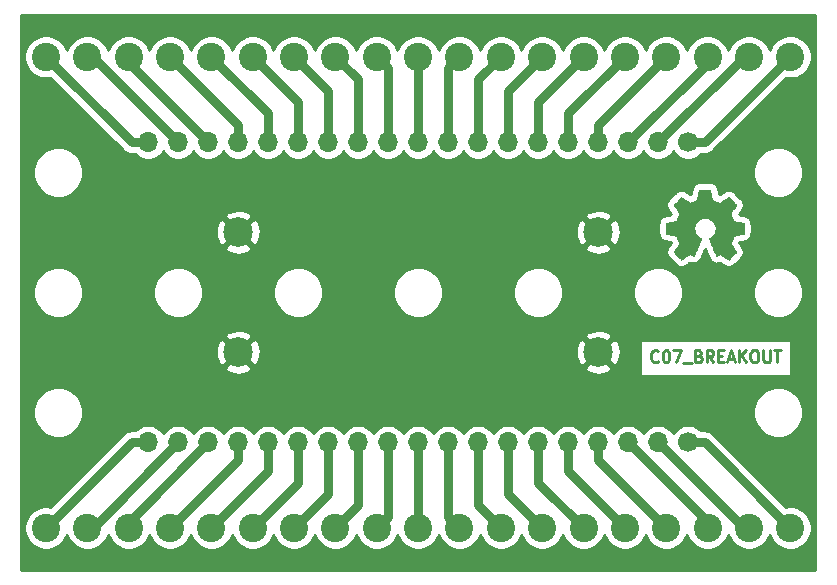
<source format=gbr>
G04 #@! TF.GenerationSoftware,KiCad,Pcbnew,5.1.5-52549c5~86~ubuntu18.04.1*
G04 #@! TF.CreationDate,2020-09-21T15:28:05-05:00*
G04 #@! TF.ProjectId,C07,4330372e-6b69-4636-9164-5f7063625858,rev?*
G04 #@! TF.SameCoordinates,Original*
G04 #@! TF.FileFunction,Copper,L1,Top*
G04 #@! TF.FilePolarity,Positive*
%FSLAX46Y46*%
G04 Gerber Fmt 4.6, Leading zero omitted, Abs format (unit mm)*
G04 Created by KiCad (PCBNEW 5.1.5-52549c5~86~ubuntu18.04.1) date 2020-09-21 15:28:05*
%MOMM*%
%LPD*%
G04 APERTURE LIST*
%ADD10C,0.250000*%
%ADD11C,0.010000*%
%ADD12O,1.700000X1.700000*%
%ADD13C,1.700000*%
%ADD14C,2.400000*%
%ADD15C,2.499360*%
%ADD16C,0.750000*%
%ADD17C,0.254000*%
G04 APERTURE END LIST*
D10*
X74617866Y-49937942D02*
X74570247Y-49985561D01*
X74427390Y-50033180D01*
X74332152Y-50033180D01*
X74189295Y-49985561D01*
X74094057Y-49890323D01*
X74046438Y-49795085D01*
X73998819Y-49604609D01*
X73998819Y-49461752D01*
X74046438Y-49271276D01*
X74094057Y-49176038D01*
X74189295Y-49080800D01*
X74332152Y-49033180D01*
X74427390Y-49033180D01*
X74570247Y-49080800D01*
X74617866Y-49128419D01*
X75236914Y-49033180D02*
X75332152Y-49033180D01*
X75427390Y-49080800D01*
X75475009Y-49128419D01*
X75522628Y-49223657D01*
X75570247Y-49414133D01*
X75570247Y-49652228D01*
X75522628Y-49842704D01*
X75475009Y-49937942D01*
X75427390Y-49985561D01*
X75332152Y-50033180D01*
X75236914Y-50033180D01*
X75141676Y-49985561D01*
X75094057Y-49937942D01*
X75046438Y-49842704D01*
X74998819Y-49652228D01*
X74998819Y-49414133D01*
X75046438Y-49223657D01*
X75094057Y-49128419D01*
X75141676Y-49080800D01*
X75236914Y-49033180D01*
X75903580Y-49033180D02*
X76570247Y-49033180D01*
X76141676Y-50033180D01*
X76713104Y-50128419D02*
X77475009Y-50128419D01*
X78046438Y-49509371D02*
X78189295Y-49556990D01*
X78236914Y-49604609D01*
X78284533Y-49699847D01*
X78284533Y-49842704D01*
X78236914Y-49937942D01*
X78189295Y-49985561D01*
X78094057Y-50033180D01*
X77713104Y-50033180D01*
X77713104Y-49033180D01*
X78046438Y-49033180D01*
X78141676Y-49080800D01*
X78189295Y-49128419D01*
X78236914Y-49223657D01*
X78236914Y-49318895D01*
X78189295Y-49414133D01*
X78141676Y-49461752D01*
X78046438Y-49509371D01*
X77713104Y-49509371D01*
X79284533Y-50033180D02*
X78951200Y-49556990D01*
X78713104Y-50033180D02*
X78713104Y-49033180D01*
X79094057Y-49033180D01*
X79189295Y-49080800D01*
X79236914Y-49128419D01*
X79284533Y-49223657D01*
X79284533Y-49366514D01*
X79236914Y-49461752D01*
X79189295Y-49509371D01*
X79094057Y-49556990D01*
X78713104Y-49556990D01*
X79713104Y-49509371D02*
X80046438Y-49509371D01*
X80189295Y-50033180D02*
X79713104Y-50033180D01*
X79713104Y-49033180D01*
X80189295Y-49033180D01*
X80570247Y-49747466D02*
X81046438Y-49747466D01*
X80475009Y-50033180D02*
X80808342Y-49033180D01*
X81141676Y-50033180D01*
X81475009Y-50033180D02*
X81475009Y-49033180D01*
X82046438Y-50033180D02*
X81617866Y-49461752D01*
X82046438Y-49033180D02*
X81475009Y-49604609D01*
X82665485Y-49033180D02*
X82855961Y-49033180D01*
X82951200Y-49080800D01*
X83046438Y-49176038D01*
X83094057Y-49366514D01*
X83094057Y-49699847D01*
X83046438Y-49890323D01*
X82951200Y-49985561D01*
X82855961Y-50033180D01*
X82665485Y-50033180D01*
X82570247Y-49985561D01*
X82475009Y-49890323D01*
X82427390Y-49699847D01*
X82427390Y-49366514D01*
X82475009Y-49176038D01*
X82570247Y-49080800D01*
X82665485Y-49033180D01*
X83522628Y-49033180D02*
X83522628Y-49842704D01*
X83570247Y-49937942D01*
X83617866Y-49985561D01*
X83713104Y-50033180D01*
X83903580Y-50033180D01*
X83998819Y-49985561D01*
X84046438Y-49937942D01*
X84094057Y-49842704D01*
X84094057Y-49033180D01*
X84427390Y-49033180D02*
X84998819Y-49033180D01*
X84713104Y-50033180D02*
X84713104Y-49033180D01*
D11*
G36*
X79118014Y-35873731D02*
G01*
X79201835Y-36318355D01*
X79511120Y-36445853D01*
X79820406Y-36573351D01*
X80191446Y-36321046D01*
X80295357Y-36250796D01*
X80389287Y-36188072D01*
X80468852Y-36135738D01*
X80529670Y-36096657D01*
X80567357Y-36073693D01*
X80577621Y-36068742D01*
X80596110Y-36081476D01*
X80635620Y-36116682D01*
X80691722Y-36169862D01*
X80759987Y-36236518D01*
X80835986Y-36312154D01*
X80915292Y-36392272D01*
X80993475Y-36472374D01*
X81066107Y-36547964D01*
X81128759Y-36614545D01*
X81177003Y-36667618D01*
X81206410Y-36702687D01*
X81213441Y-36714423D01*
X81203323Y-36736060D01*
X81174959Y-36783462D01*
X81131329Y-36851993D01*
X81075418Y-36937015D01*
X81010206Y-37033893D01*
X80972419Y-37089150D01*
X80903543Y-37190048D01*
X80842340Y-37281099D01*
X80791778Y-37357770D01*
X80754828Y-37415528D01*
X80734458Y-37449843D01*
X80731397Y-37457054D01*
X80738336Y-37477548D01*
X80757251Y-37525313D01*
X80785287Y-37593632D01*
X80819591Y-37675789D01*
X80857309Y-37765070D01*
X80895587Y-37854758D01*
X80931570Y-37938138D01*
X80962406Y-38008494D01*
X80985239Y-38059110D01*
X80997217Y-38083271D01*
X80997924Y-38084222D01*
X81016731Y-38088836D01*
X81066818Y-38099128D01*
X81142993Y-38114087D01*
X81240065Y-38132701D01*
X81352843Y-38153959D01*
X81418642Y-38166218D01*
X81539150Y-38189162D01*
X81647997Y-38210995D01*
X81739676Y-38230522D01*
X81808681Y-38246548D01*
X81849504Y-38257879D01*
X81857711Y-38261474D01*
X81865748Y-38285806D01*
X81872233Y-38340759D01*
X81877170Y-38419908D01*
X81880564Y-38516826D01*
X81882418Y-38625087D01*
X81882738Y-38738265D01*
X81881527Y-38849935D01*
X81878790Y-38953668D01*
X81874531Y-39043041D01*
X81868755Y-39111626D01*
X81861467Y-39152997D01*
X81857095Y-39161610D01*
X81830964Y-39171933D01*
X81775593Y-39186692D01*
X81698307Y-39204152D01*
X81606430Y-39222580D01*
X81574358Y-39228541D01*
X81419724Y-39256866D01*
X81297575Y-39279676D01*
X81203873Y-39297880D01*
X81134584Y-39312383D01*
X81085671Y-39324092D01*
X81053097Y-39333915D01*
X81032828Y-39342756D01*
X81020826Y-39351524D01*
X81019147Y-39353257D01*
X81002384Y-39381171D01*
X80976814Y-39435495D01*
X80944988Y-39509577D01*
X80909460Y-39596765D01*
X80872783Y-39690408D01*
X80837511Y-39783852D01*
X80806196Y-39870447D01*
X80781393Y-39943540D01*
X80765654Y-39996478D01*
X80761532Y-40022611D01*
X80761876Y-40023526D01*
X80775841Y-40044886D01*
X80807522Y-40091884D01*
X80853591Y-40159627D01*
X80910718Y-40243223D01*
X80975573Y-40337782D01*
X80994043Y-40364654D01*
X81059899Y-40462075D01*
X81117850Y-40550963D01*
X81164738Y-40626212D01*
X81197407Y-40682720D01*
X81212700Y-40715381D01*
X81213441Y-40719393D01*
X81200592Y-40740484D01*
X81165088Y-40782264D01*
X81111493Y-40840245D01*
X81044371Y-40909935D01*
X80968287Y-40986845D01*
X80887804Y-41066483D01*
X80807487Y-41144361D01*
X80731899Y-41215986D01*
X80665605Y-41276870D01*
X80613169Y-41322521D01*
X80579155Y-41348450D01*
X80569745Y-41352683D01*
X80547843Y-41342712D01*
X80503000Y-41315820D01*
X80442521Y-41276536D01*
X80395989Y-41244917D01*
X80311675Y-41186898D01*
X80211826Y-41118584D01*
X80111673Y-41050379D01*
X80057827Y-41013875D01*
X79875571Y-40890600D01*
X79722581Y-40973320D01*
X79652882Y-41009559D01*
X79593614Y-41037726D01*
X79553511Y-41053791D01*
X79543303Y-41056026D01*
X79531029Y-41039522D01*
X79506813Y-40992882D01*
X79472463Y-40920409D01*
X79429788Y-40826406D01*
X79380594Y-40715174D01*
X79326690Y-40591015D01*
X79269884Y-40458232D01*
X79211982Y-40321127D01*
X79154793Y-40184002D01*
X79100124Y-40051158D01*
X79049784Y-39926898D01*
X79005580Y-39815525D01*
X78969319Y-39721339D01*
X78942809Y-39648644D01*
X78927858Y-39601741D01*
X78925454Y-39585633D01*
X78944511Y-39565086D01*
X78986236Y-39531733D01*
X79041906Y-39492502D01*
X79046578Y-39489399D01*
X79190464Y-39374223D01*
X79306483Y-39239853D01*
X79393630Y-39090584D01*
X79450899Y-38930713D01*
X79477286Y-38764537D01*
X79471785Y-38596352D01*
X79433390Y-38430455D01*
X79361095Y-38271142D01*
X79339826Y-38236287D01*
X79229196Y-38095537D01*
X79098502Y-37982514D01*
X78952264Y-37897803D01*
X78795008Y-37841994D01*
X78631257Y-37815674D01*
X78465533Y-37819430D01*
X78302362Y-37853850D01*
X78146265Y-37919523D01*
X78001767Y-38017035D01*
X77957069Y-38056613D01*
X77843312Y-38180503D01*
X77760418Y-38310924D01*
X77703556Y-38457115D01*
X77671887Y-38601888D01*
X77664069Y-38764660D01*
X77690138Y-38928240D01*
X77747445Y-39087098D01*
X77833344Y-39235706D01*
X77945186Y-39368535D01*
X78080323Y-39480056D01*
X78098083Y-39491811D01*
X78154350Y-39530308D01*
X78197123Y-39563663D01*
X78217572Y-39584960D01*
X78217869Y-39585633D01*
X78213479Y-39608671D01*
X78196076Y-39660957D01*
X78167468Y-39738190D01*
X78129465Y-39836068D01*
X78083874Y-39950291D01*
X78032503Y-40076558D01*
X77977162Y-40210567D01*
X77919658Y-40348018D01*
X77861801Y-40484608D01*
X77805398Y-40616037D01*
X77752258Y-40738005D01*
X77704190Y-40846209D01*
X77663001Y-40936349D01*
X77630501Y-41004123D01*
X77608497Y-41045230D01*
X77599636Y-41056026D01*
X77572560Y-41047619D01*
X77521897Y-41025072D01*
X77456383Y-40992413D01*
X77420359Y-40973320D01*
X77267368Y-40890600D01*
X77085112Y-41013875D01*
X76992075Y-41077028D01*
X76890215Y-41146527D01*
X76794762Y-41211965D01*
X76746950Y-41244917D01*
X76679705Y-41290073D01*
X76622764Y-41325857D01*
X76583554Y-41347738D01*
X76570819Y-41352363D01*
X76552283Y-41339885D01*
X76511259Y-41305052D01*
X76451725Y-41251478D01*
X76377658Y-41182783D01*
X76293035Y-41102581D01*
X76239515Y-41051086D01*
X76145881Y-40959086D01*
X76064959Y-40876799D01*
X76000023Y-40807745D01*
X75954342Y-40755444D01*
X75931189Y-40723416D01*
X75928968Y-40716916D01*
X75939276Y-40692194D01*
X75967761Y-40642205D01*
X76011263Y-40572012D01*
X76066623Y-40486675D01*
X76130680Y-40391256D01*
X76148897Y-40364654D01*
X76215273Y-40267967D01*
X76274822Y-40180917D01*
X76324216Y-40108395D01*
X76360125Y-40055293D01*
X76379219Y-40026503D01*
X76381064Y-40023526D01*
X76378305Y-40000582D01*
X76363662Y-39950136D01*
X76339687Y-39878841D01*
X76308934Y-39793347D01*
X76273956Y-39700307D01*
X76237307Y-39606374D01*
X76201539Y-39518199D01*
X76169206Y-39442434D01*
X76142862Y-39385731D01*
X76125058Y-39354743D01*
X76123793Y-39353257D01*
X76112906Y-39344401D01*
X76094518Y-39335643D01*
X76064594Y-39326077D01*
X76019097Y-39314796D01*
X75953991Y-39300893D01*
X75865239Y-39283463D01*
X75748807Y-39261598D01*
X75600658Y-39234391D01*
X75568582Y-39228541D01*
X75473514Y-39210174D01*
X75390635Y-39192205D01*
X75327270Y-39176369D01*
X75290742Y-39164400D01*
X75285844Y-39161610D01*
X75277773Y-39136872D01*
X75271213Y-39081590D01*
X75266167Y-39002189D01*
X75262641Y-38905096D01*
X75260639Y-38796738D01*
X75260164Y-38683540D01*
X75261223Y-38571928D01*
X75263818Y-38468329D01*
X75267954Y-38379168D01*
X75273637Y-38310872D01*
X75280869Y-38269866D01*
X75285229Y-38261474D01*
X75309502Y-38253008D01*
X75364774Y-38239235D01*
X75445538Y-38221350D01*
X75546288Y-38200548D01*
X75661517Y-38178023D01*
X75724298Y-38166218D01*
X75843413Y-38143951D01*
X75949635Y-38123779D01*
X76037773Y-38106715D01*
X76102634Y-38093769D01*
X76139026Y-38085955D01*
X76145016Y-38084222D01*
X76155139Y-38064690D01*
X76176538Y-38017643D01*
X76206361Y-37949803D01*
X76241755Y-37867891D01*
X76279868Y-37778628D01*
X76317847Y-37688735D01*
X76352840Y-37604935D01*
X76381994Y-37533947D01*
X76402457Y-37482494D01*
X76411377Y-37457297D01*
X76411543Y-37456196D01*
X76401431Y-37436319D01*
X76373083Y-37390577D01*
X76329477Y-37323517D01*
X76273594Y-37239684D01*
X76208413Y-37143626D01*
X76170521Y-37088450D01*
X76101475Y-36987281D01*
X76040150Y-36895430D01*
X75989537Y-36817544D01*
X75952629Y-36758269D01*
X75932418Y-36722251D01*
X75929499Y-36714177D01*
X75942047Y-36695384D01*
X75976737Y-36655257D01*
X76029137Y-36598293D01*
X76094816Y-36528985D01*
X76169344Y-36451831D01*
X76248287Y-36371325D01*
X76327217Y-36291963D01*
X76401700Y-36218240D01*
X76467306Y-36154652D01*
X76519604Y-36105694D01*
X76554161Y-36075861D01*
X76565722Y-36068742D01*
X76584546Y-36078753D01*
X76629569Y-36106878D01*
X76696413Y-36150254D01*
X76780701Y-36206018D01*
X76878056Y-36271306D01*
X76951493Y-36321046D01*
X77322533Y-36573351D01*
X77941105Y-36318355D01*
X78024925Y-35873731D01*
X78108746Y-35429107D01*
X79034194Y-35429107D01*
X79118014Y-35873731D01*
G37*
X79118014Y-35873731D02*
X79201835Y-36318355D01*
X79511120Y-36445853D01*
X79820406Y-36573351D01*
X80191446Y-36321046D01*
X80295357Y-36250796D01*
X80389287Y-36188072D01*
X80468852Y-36135738D01*
X80529670Y-36096657D01*
X80567357Y-36073693D01*
X80577621Y-36068742D01*
X80596110Y-36081476D01*
X80635620Y-36116682D01*
X80691722Y-36169862D01*
X80759987Y-36236518D01*
X80835986Y-36312154D01*
X80915292Y-36392272D01*
X80993475Y-36472374D01*
X81066107Y-36547964D01*
X81128759Y-36614545D01*
X81177003Y-36667618D01*
X81206410Y-36702687D01*
X81213441Y-36714423D01*
X81203323Y-36736060D01*
X81174959Y-36783462D01*
X81131329Y-36851993D01*
X81075418Y-36937015D01*
X81010206Y-37033893D01*
X80972419Y-37089150D01*
X80903543Y-37190048D01*
X80842340Y-37281099D01*
X80791778Y-37357770D01*
X80754828Y-37415528D01*
X80734458Y-37449843D01*
X80731397Y-37457054D01*
X80738336Y-37477548D01*
X80757251Y-37525313D01*
X80785287Y-37593632D01*
X80819591Y-37675789D01*
X80857309Y-37765070D01*
X80895587Y-37854758D01*
X80931570Y-37938138D01*
X80962406Y-38008494D01*
X80985239Y-38059110D01*
X80997217Y-38083271D01*
X80997924Y-38084222D01*
X81016731Y-38088836D01*
X81066818Y-38099128D01*
X81142993Y-38114087D01*
X81240065Y-38132701D01*
X81352843Y-38153959D01*
X81418642Y-38166218D01*
X81539150Y-38189162D01*
X81647997Y-38210995D01*
X81739676Y-38230522D01*
X81808681Y-38246548D01*
X81849504Y-38257879D01*
X81857711Y-38261474D01*
X81865748Y-38285806D01*
X81872233Y-38340759D01*
X81877170Y-38419908D01*
X81880564Y-38516826D01*
X81882418Y-38625087D01*
X81882738Y-38738265D01*
X81881527Y-38849935D01*
X81878790Y-38953668D01*
X81874531Y-39043041D01*
X81868755Y-39111626D01*
X81861467Y-39152997D01*
X81857095Y-39161610D01*
X81830964Y-39171933D01*
X81775593Y-39186692D01*
X81698307Y-39204152D01*
X81606430Y-39222580D01*
X81574358Y-39228541D01*
X81419724Y-39256866D01*
X81297575Y-39279676D01*
X81203873Y-39297880D01*
X81134584Y-39312383D01*
X81085671Y-39324092D01*
X81053097Y-39333915D01*
X81032828Y-39342756D01*
X81020826Y-39351524D01*
X81019147Y-39353257D01*
X81002384Y-39381171D01*
X80976814Y-39435495D01*
X80944988Y-39509577D01*
X80909460Y-39596765D01*
X80872783Y-39690408D01*
X80837511Y-39783852D01*
X80806196Y-39870447D01*
X80781393Y-39943540D01*
X80765654Y-39996478D01*
X80761532Y-40022611D01*
X80761876Y-40023526D01*
X80775841Y-40044886D01*
X80807522Y-40091884D01*
X80853591Y-40159627D01*
X80910718Y-40243223D01*
X80975573Y-40337782D01*
X80994043Y-40364654D01*
X81059899Y-40462075D01*
X81117850Y-40550963D01*
X81164738Y-40626212D01*
X81197407Y-40682720D01*
X81212700Y-40715381D01*
X81213441Y-40719393D01*
X81200592Y-40740484D01*
X81165088Y-40782264D01*
X81111493Y-40840245D01*
X81044371Y-40909935D01*
X80968287Y-40986845D01*
X80887804Y-41066483D01*
X80807487Y-41144361D01*
X80731899Y-41215986D01*
X80665605Y-41276870D01*
X80613169Y-41322521D01*
X80579155Y-41348450D01*
X80569745Y-41352683D01*
X80547843Y-41342712D01*
X80503000Y-41315820D01*
X80442521Y-41276536D01*
X80395989Y-41244917D01*
X80311675Y-41186898D01*
X80211826Y-41118584D01*
X80111673Y-41050379D01*
X80057827Y-41013875D01*
X79875571Y-40890600D01*
X79722581Y-40973320D01*
X79652882Y-41009559D01*
X79593614Y-41037726D01*
X79553511Y-41053791D01*
X79543303Y-41056026D01*
X79531029Y-41039522D01*
X79506813Y-40992882D01*
X79472463Y-40920409D01*
X79429788Y-40826406D01*
X79380594Y-40715174D01*
X79326690Y-40591015D01*
X79269884Y-40458232D01*
X79211982Y-40321127D01*
X79154793Y-40184002D01*
X79100124Y-40051158D01*
X79049784Y-39926898D01*
X79005580Y-39815525D01*
X78969319Y-39721339D01*
X78942809Y-39648644D01*
X78927858Y-39601741D01*
X78925454Y-39585633D01*
X78944511Y-39565086D01*
X78986236Y-39531733D01*
X79041906Y-39492502D01*
X79046578Y-39489399D01*
X79190464Y-39374223D01*
X79306483Y-39239853D01*
X79393630Y-39090584D01*
X79450899Y-38930713D01*
X79477286Y-38764537D01*
X79471785Y-38596352D01*
X79433390Y-38430455D01*
X79361095Y-38271142D01*
X79339826Y-38236287D01*
X79229196Y-38095537D01*
X79098502Y-37982514D01*
X78952264Y-37897803D01*
X78795008Y-37841994D01*
X78631257Y-37815674D01*
X78465533Y-37819430D01*
X78302362Y-37853850D01*
X78146265Y-37919523D01*
X78001767Y-38017035D01*
X77957069Y-38056613D01*
X77843312Y-38180503D01*
X77760418Y-38310924D01*
X77703556Y-38457115D01*
X77671887Y-38601888D01*
X77664069Y-38764660D01*
X77690138Y-38928240D01*
X77747445Y-39087098D01*
X77833344Y-39235706D01*
X77945186Y-39368535D01*
X78080323Y-39480056D01*
X78098083Y-39491811D01*
X78154350Y-39530308D01*
X78197123Y-39563663D01*
X78217572Y-39584960D01*
X78217869Y-39585633D01*
X78213479Y-39608671D01*
X78196076Y-39660957D01*
X78167468Y-39738190D01*
X78129465Y-39836068D01*
X78083874Y-39950291D01*
X78032503Y-40076558D01*
X77977162Y-40210567D01*
X77919658Y-40348018D01*
X77861801Y-40484608D01*
X77805398Y-40616037D01*
X77752258Y-40738005D01*
X77704190Y-40846209D01*
X77663001Y-40936349D01*
X77630501Y-41004123D01*
X77608497Y-41045230D01*
X77599636Y-41056026D01*
X77572560Y-41047619D01*
X77521897Y-41025072D01*
X77456383Y-40992413D01*
X77420359Y-40973320D01*
X77267368Y-40890600D01*
X77085112Y-41013875D01*
X76992075Y-41077028D01*
X76890215Y-41146527D01*
X76794762Y-41211965D01*
X76746950Y-41244917D01*
X76679705Y-41290073D01*
X76622764Y-41325857D01*
X76583554Y-41347738D01*
X76570819Y-41352363D01*
X76552283Y-41339885D01*
X76511259Y-41305052D01*
X76451725Y-41251478D01*
X76377658Y-41182783D01*
X76293035Y-41102581D01*
X76239515Y-41051086D01*
X76145881Y-40959086D01*
X76064959Y-40876799D01*
X76000023Y-40807745D01*
X75954342Y-40755444D01*
X75931189Y-40723416D01*
X75928968Y-40716916D01*
X75939276Y-40692194D01*
X75967761Y-40642205D01*
X76011263Y-40572012D01*
X76066623Y-40486675D01*
X76130680Y-40391256D01*
X76148897Y-40364654D01*
X76215273Y-40267967D01*
X76274822Y-40180917D01*
X76324216Y-40108395D01*
X76360125Y-40055293D01*
X76379219Y-40026503D01*
X76381064Y-40023526D01*
X76378305Y-40000582D01*
X76363662Y-39950136D01*
X76339687Y-39878841D01*
X76308934Y-39793347D01*
X76273956Y-39700307D01*
X76237307Y-39606374D01*
X76201539Y-39518199D01*
X76169206Y-39442434D01*
X76142862Y-39385731D01*
X76125058Y-39354743D01*
X76123793Y-39353257D01*
X76112906Y-39344401D01*
X76094518Y-39335643D01*
X76064594Y-39326077D01*
X76019097Y-39314796D01*
X75953991Y-39300893D01*
X75865239Y-39283463D01*
X75748807Y-39261598D01*
X75600658Y-39234391D01*
X75568582Y-39228541D01*
X75473514Y-39210174D01*
X75390635Y-39192205D01*
X75327270Y-39176369D01*
X75290742Y-39164400D01*
X75285844Y-39161610D01*
X75277773Y-39136872D01*
X75271213Y-39081590D01*
X75266167Y-39002189D01*
X75262641Y-38905096D01*
X75260639Y-38796738D01*
X75260164Y-38683540D01*
X75261223Y-38571928D01*
X75263818Y-38468329D01*
X75267954Y-38379168D01*
X75273637Y-38310872D01*
X75280869Y-38269866D01*
X75285229Y-38261474D01*
X75309502Y-38253008D01*
X75364774Y-38239235D01*
X75445538Y-38221350D01*
X75546288Y-38200548D01*
X75661517Y-38178023D01*
X75724298Y-38166218D01*
X75843413Y-38143951D01*
X75949635Y-38123779D01*
X76037773Y-38106715D01*
X76102634Y-38093769D01*
X76139026Y-38085955D01*
X76145016Y-38084222D01*
X76155139Y-38064690D01*
X76176538Y-38017643D01*
X76206361Y-37949803D01*
X76241755Y-37867891D01*
X76279868Y-37778628D01*
X76317847Y-37688735D01*
X76352840Y-37604935D01*
X76381994Y-37533947D01*
X76402457Y-37482494D01*
X76411377Y-37457297D01*
X76411543Y-37456196D01*
X76401431Y-37436319D01*
X76373083Y-37390577D01*
X76329477Y-37323517D01*
X76273594Y-37239684D01*
X76208413Y-37143626D01*
X76170521Y-37088450D01*
X76101475Y-36987281D01*
X76040150Y-36895430D01*
X75989537Y-36817544D01*
X75952629Y-36758269D01*
X75932418Y-36722251D01*
X75929499Y-36714177D01*
X75942047Y-36695384D01*
X75976737Y-36655257D01*
X76029137Y-36598293D01*
X76094816Y-36528985D01*
X76169344Y-36451831D01*
X76248287Y-36371325D01*
X76327217Y-36291963D01*
X76401700Y-36218240D01*
X76467306Y-36154652D01*
X76519604Y-36105694D01*
X76554161Y-36075861D01*
X76565722Y-36068742D01*
X76584546Y-36078753D01*
X76629569Y-36106878D01*
X76696413Y-36150254D01*
X76780701Y-36206018D01*
X76878056Y-36271306D01*
X76951493Y-36321046D01*
X77322533Y-36573351D01*
X77941105Y-36318355D01*
X78024925Y-35873731D01*
X78108746Y-35429107D01*
X79034194Y-35429107D01*
X79118014Y-35873731D01*
D12*
X31430000Y-56830000D03*
X33970000Y-56830000D03*
X36510000Y-56830000D03*
X39050000Y-56830000D03*
X41590000Y-56830000D03*
X44130000Y-56830000D03*
X46670000Y-56830000D03*
X49210000Y-56830000D03*
X51750000Y-56830000D03*
X54290000Y-56830000D03*
X56830000Y-56830000D03*
X59370000Y-56830000D03*
X61910000Y-56830000D03*
X64450000Y-56830000D03*
X66990000Y-56830000D03*
X69530000Y-56830000D03*
X72070000Y-56830000D03*
X74610000Y-56830000D03*
D13*
X77150000Y-56830000D03*
D12*
X31430000Y-31430000D03*
X33970000Y-31430000D03*
X36510000Y-31430000D03*
X39050000Y-31430000D03*
X41590000Y-31430000D03*
X44130000Y-31430000D03*
X46670000Y-31430000D03*
X49210000Y-31430000D03*
X51750000Y-31430000D03*
X54290000Y-31430000D03*
X56830000Y-31430000D03*
X59370000Y-31430000D03*
X61910000Y-31430000D03*
X64450000Y-31430000D03*
X66990000Y-31430000D03*
X69530000Y-31430000D03*
X72070000Y-31430000D03*
X74610000Y-31430000D03*
D13*
X77150000Y-31430000D03*
D14*
X85790000Y-64079200D03*
X82290000Y-64079200D03*
X78790000Y-64079200D03*
X75290000Y-64079200D03*
X71790000Y-64079200D03*
X68290000Y-64079200D03*
X64790000Y-64079200D03*
X61290000Y-64079200D03*
X57790000Y-64079200D03*
X54290000Y-64079200D03*
X50790000Y-64079200D03*
X47290000Y-64079200D03*
X43790000Y-64079200D03*
X40290000Y-64079200D03*
X36790000Y-64079200D03*
X33290000Y-64079200D03*
X29790000Y-64079200D03*
X26290000Y-64079200D03*
X22790000Y-64079200D03*
X57790000Y-24180800D03*
X61290000Y-24180800D03*
X64790000Y-24180800D03*
X68290000Y-24180800D03*
X71790000Y-24180800D03*
X75290000Y-24180800D03*
X78790000Y-24180800D03*
X82290000Y-24180800D03*
X85790000Y-24180800D03*
X22790000Y-24180800D03*
X26290000Y-24180800D03*
X29790000Y-24180800D03*
X33290000Y-24180800D03*
X36790000Y-24180800D03*
X40290000Y-24180800D03*
X43790000Y-24180800D03*
X47290000Y-24180800D03*
X50790000Y-24180800D03*
X54290000Y-24180800D03*
D15*
X69530000Y-49210000D03*
X69530000Y-39050000D03*
X39050000Y-39050000D03*
X39050000Y-49210000D03*
D16*
X30039200Y-31430000D02*
X22790000Y-24180800D01*
X31430000Y-31430000D02*
X30039200Y-31430000D01*
X26720800Y-24180800D02*
X26290000Y-24180800D01*
X33970000Y-31430000D02*
X26720800Y-24180800D01*
X29790000Y-24710000D02*
X29790000Y-24180800D01*
X36510000Y-31430000D02*
X29790000Y-24710000D01*
X39050000Y-29940800D02*
X33290000Y-24180800D01*
X39050000Y-31430000D02*
X39050000Y-29940800D01*
X41590000Y-28980800D02*
X36790000Y-24180800D01*
X41590000Y-31430000D02*
X41590000Y-28980800D01*
X44130000Y-28020800D02*
X40290000Y-24180800D01*
X44130000Y-31430000D02*
X44130000Y-28020800D01*
X46670000Y-27060800D02*
X43790000Y-24180800D01*
X46670000Y-31430000D02*
X46670000Y-27060800D01*
X49210000Y-26100800D02*
X47290000Y-24180800D01*
X49210000Y-31430000D02*
X49210000Y-26100800D01*
X51750000Y-25140800D02*
X50790000Y-24180800D01*
X51750000Y-31430000D02*
X51750000Y-25140800D01*
X54290000Y-24180800D02*
X54290000Y-31430000D01*
X56830000Y-25140800D02*
X57790000Y-24180800D01*
X56830000Y-31430000D02*
X56830000Y-25140800D01*
X59370000Y-26100800D02*
X61290000Y-24180800D01*
X59370000Y-31430000D02*
X59370000Y-26100800D01*
X61910000Y-27060800D02*
X64790000Y-24180800D01*
X61910000Y-31430000D02*
X61910000Y-27060800D01*
X64450000Y-28020800D02*
X67741800Y-24729000D01*
X64450000Y-31430000D02*
X64450000Y-28020800D01*
X66990000Y-28980800D02*
X71790000Y-24180800D01*
X66990000Y-31430000D02*
X66990000Y-28980800D01*
X69530000Y-29940800D02*
X75290000Y-24180800D01*
X69530000Y-31430000D02*
X69530000Y-29940800D01*
X78790000Y-24710000D02*
X78790000Y-24180800D01*
X72070000Y-31430000D02*
X78790000Y-24710000D01*
X81859200Y-24180800D02*
X82290000Y-24180800D01*
X74610000Y-31430000D02*
X81859200Y-24180800D01*
X78540800Y-31430000D02*
X85790000Y-24180800D01*
X77150000Y-31430000D02*
X78540800Y-31430000D01*
X54290000Y-56830000D02*
X54290000Y-64079200D01*
X51750000Y-63119200D02*
X50790000Y-64079200D01*
X51750000Y-56830000D02*
X51750000Y-63119200D01*
X49210000Y-62159200D02*
X47290000Y-64079200D01*
X49210000Y-56830000D02*
X49210000Y-62159200D01*
X46670000Y-61199200D02*
X43790000Y-64079200D01*
X46670000Y-56830000D02*
X46670000Y-61199200D01*
X44130000Y-60239200D02*
X40290000Y-64079200D01*
X44130000Y-56830000D02*
X44130000Y-60239200D01*
X41590000Y-59279200D02*
X36790000Y-64079200D01*
X41590000Y-56830000D02*
X41590000Y-59279200D01*
X39050000Y-58319200D02*
X33290000Y-64079200D01*
X39050000Y-56830000D02*
X39050000Y-58319200D01*
X29790000Y-63550000D02*
X29790000Y-64079200D01*
X36510000Y-56830000D02*
X29790000Y-63550000D01*
X26720800Y-64079200D02*
X26290000Y-64079200D01*
X33970000Y-56830000D02*
X26720800Y-64079200D01*
X30039200Y-56830000D02*
X22790000Y-64079200D01*
X31430000Y-56830000D02*
X30039200Y-56830000D01*
X78540800Y-56830000D02*
X85790000Y-64079200D01*
X77150000Y-56830000D02*
X78540800Y-56830000D01*
X81859200Y-64079200D02*
X82290000Y-64079200D01*
X74610000Y-56830000D02*
X81859200Y-64079200D01*
X78790000Y-63550000D02*
X78790000Y-64079200D01*
X72070000Y-56830000D02*
X78790000Y-63550000D01*
X69530000Y-58319200D02*
X75290000Y-64079200D01*
X69530000Y-56830000D02*
X69530000Y-58319200D01*
X66990000Y-59279200D02*
X71790000Y-64079200D01*
X66990000Y-56830000D02*
X66990000Y-59279200D01*
X64450000Y-60239200D02*
X68290000Y-64079200D01*
X64450000Y-56830000D02*
X64450000Y-60239200D01*
X61910000Y-61199200D02*
X64790000Y-64079200D01*
X61910000Y-56830000D02*
X61910000Y-61199200D01*
X59370000Y-62159200D02*
X61290000Y-64079200D01*
X59370000Y-56830000D02*
X59370000Y-62159200D01*
X56830000Y-63119200D02*
X57790000Y-64079200D01*
X56830000Y-56830000D02*
X56830000Y-63119200D01*
D17*
G36*
X87920001Y-67600000D02*
G01*
X20701000Y-67600000D01*
X20701000Y-63898468D01*
X20955000Y-63898468D01*
X20955000Y-64259932D01*
X21025518Y-64614450D01*
X21163844Y-64948399D01*
X21364662Y-65248944D01*
X21620256Y-65504538D01*
X21920801Y-65705356D01*
X22254750Y-65843682D01*
X22609268Y-65914200D01*
X22970732Y-65914200D01*
X23325250Y-65843682D01*
X23659199Y-65705356D01*
X23959744Y-65504538D01*
X24215338Y-65248944D01*
X24416156Y-64948399D01*
X24540000Y-64649413D01*
X24663844Y-64948399D01*
X24864662Y-65248944D01*
X25120256Y-65504538D01*
X25420801Y-65705356D01*
X25754750Y-65843682D01*
X26109268Y-65914200D01*
X26470732Y-65914200D01*
X26825250Y-65843682D01*
X27159199Y-65705356D01*
X27459744Y-65504538D01*
X27715338Y-65248944D01*
X27916156Y-64948399D01*
X28040000Y-64649413D01*
X28163844Y-64948399D01*
X28364662Y-65248944D01*
X28620256Y-65504538D01*
X28920801Y-65705356D01*
X29254750Y-65843682D01*
X29609268Y-65914200D01*
X29970732Y-65914200D01*
X30325250Y-65843682D01*
X30659199Y-65705356D01*
X30959744Y-65504538D01*
X31215338Y-65248944D01*
X31416156Y-64948399D01*
X31540000Y-64649413D01*
X31663844Y-64948399D01*
X31864662Y-65248944D01*
X32120256Y-65504538D01*
X32420801Y-65705356D01*
X32754750Y-65843682D01*
X33109268Y-65914200D01*
X33470732Y-65914200D01*
X33825250Y-65843682D01*
X34159199Y-65705356D01*
X34459744Y-65504538D01*
X34715338Y-65248944D01*
X34916156Y-64948399D01*
X35040000Y-64649413D01*
X35163844Y-64948399D01*
X35364662Y-65248944D01*
X35620256Y-65504538D01*
X35920801Y-65705356D01*
X36254750Y-65843682D01*
X36609268Y-65914200D01*
X36970732Y-65914200D01*
X37325250Y-65843682D01*
X37659199Y-65705356D01*
X37959744Y-65504538D01*
X38215338Y-65248944D01*
X38416156Y-64948399D01*
X38540000Y-64649413D01*
X38663844Y-64948399D01*
X38864662Y-65248944D01*
X39120256Y-65504538D01*
X39420801Y-65705356D01*
X39754750Y-65843682D01*
X40109268Y-65914200D01*
X40470732Y-65914200D01*
X40825250Y-65843682D01*
X41159199Y-65705356D01*
X41459744Y-65504538D01*
X41715338Y-65248944D01*
X41916156Y-64948399D01*
X42040000Y-64649413D01*
X42163844Y-64948399D01*
X42364662Y-65248944D01*
X42620256Y-65504538D01*
X42920801Y-65705356D01*
X43254750Y-65843682D01*
X43609268Y-65914200D01*
X43970732Y-65914200D01*
X44325250Y-65843682D01*
X44659199Y-65705356D01*
X44959744Y-65504538D01*
X45215338Y-65248944D01*
X45416156Y-64948399D01*
X45540000Y-64649413D01*
X45663844Y-64948399D01*
X45864662Y-65248944D01*
X46120256Y-65504538D01*
X46420801Y-65705356D01*
X46754750Y-65843682D01*
X47109268Y-65914200D01*
X47470732Y-65914200D01*
X47825250Y-65843682D01*
X48159199Y-65705356D01*
X48459744Y-65504538D01*
X48715338Y-65248944D01*
X48916156Y-64948399D01*
X49040000Y-64649413D01*
X49163844Y-64948399D01*
X49364662Y-65248944D01*
X49620256Y-65504538D01*
X49920801Y-65705356D01*
X50254750Y-65843682D01*
X50609268Y-65914200D01*
X50970732Y-65914200D01*
X51325250Y-65843682D01*
X51659199Y-65705356D01*
X51959744Y-65504538D01*
X52215338Y-65248944D01*
X52416156Y-64948399D01*
X52540000Y-64649413D01*
X52663844Y-64948399D01*
X52864662Y-65248944D01*
X53120256Y-65504538D01*
X53420801Y-65705356D01*
X53754750Y-65843682D01*
X54109268Y-65914200D01*
X54470732Y-65914200D01*
X54825250Y-65843682D01*
X55159199Y-65705356D01*
X55459744Y-65504538D01*
X55715338Y-65248944D01*
X55916156Y-64948399D01*
X56040000Y-64649413D01*
X56163844Y-64948399D01*
X56364662Y-65248944D01*
X56620256Y-65504538D01*
X56920801Y-65705356D01*
X57254750Y-65843682D01*
X57609268Y-65914200D01*
X57970732Y-65914200D01*
X58325250Y-65843682D01*
X58659199Y-65705356D01*
X58959744Y-65504538D01*
X59215338Y-65248944D01*
X59416156Y-64948399D01*
X59540000Y-64649413D01*
X59663844Y-64948399D01*
X59864662Y-65248944D01*
X60120256Y-65504538D01*
X60420801Y-65705356D01*
X60754750Y-65843682D01*
X61109268Y-65914200D01*
X61470732Y-65914200D01*
X61825250Y-65843682D01*
X62159199Y-65705356D01*
X62459744Y-65504538D01*
X62715338Y-65248944D01*
X62916156Y-64948399D01*
X63040000Y-64649413D01*
X63163844Y-64948399D01*
X63364662Y-65248944D01*
X63620256Y-65504538D01*
X63920801Y-65705356D01*
X64254750Y-65843682D01*
X64609268Y-65914200D01*
X64970732Y-65914200D01*
X65325250Y-65843682D01*
X65659199Y-65705356D01*
X65959744Y-65504538D01*
X66215338Y-65248944D01*
X66416156Y-64948399D01*
X66540000Y-64649413D01*
X66663844Y-64948399D01*
X66864662Y-65248944D01*
X67120256Y-65504538D01*
X67420801Y-65705356D01*
X67754750Y-65843682D01*
X68109268Y-65914200D01*
X68470732Y-65914200D01*
X68825250Y-65843682D01*
X69159199Y-65705356D01*
X69459744Y-65504538D01*
X69715338Y-65248944D01*
X69916156Y-64948399D01*
X70040000Y-64649413D01*
X70163844Y-64948399D01*
X70364662Y-65248944D01*
X70620256Y-65504538D01*
X70920801Y-65705356D01*
X71254750Y-65843682D01*
X71609268Y-65914200D01*
X71970732Y-65914200D01*
X72325250Y-65843682D01*
X72659199Y-65705356D01*
X72959744Y-65504538D01*
X73215338Y-65248944D01*
X73416156Y-64948399D01*
X73540000Y-64649413D01*
X73663844Y-64948399D01*
X73864662Y-65248944D01*
X74120256Y-65504538D01*
X74420801Y-65705356D01*
X74754750Y-65843682D01*
X75109268Y-65914200D01*
X75470732Y-65914200D01*
X75825250Y-65843682D01*
X76159199Y-65705356D01*
X76459744Y-65504538D01*
X76715338Y-65248944D01*
X76916156Y-64948399D01*
X77040000Y-64649413D01*
X77163844Y-64948399D01*
X77364662Y-65248944D01*
X77620256Y-65504538D01*
X77920801Y-65705356D01*
X78254750Y-65843682D01*
X78609268Y-65914200D01*
X78970732Y-65914200D01*
X79325250Y-65843682D01*
X79659199Y-65705356D01*
X79959744Y-65504538D01*
X80215338Y-65248944D01*
X80416156Y-64948399D01*
X80540000Y-64649413D01*
X80663844Y-64948399D01*
X80864662Y-65248944D01*
X81120256Y-65504538D01*
X81420801Y-65705356D01*
X81754750Y-65843682D01*
X82109268Y-65914200D01*
X82470732Y-65914200D01*
X82825250Y-65843682D01*
X83159199Y-65705356D01*
X83459744Y-65504538D01*
X83715338Y-65248944D01*
X83916156Y-64948399D01*
X84040000Y-64649413D01*
X84163844Y-64948399D01*
X84364662Y-65248944D01*
X84620256Y-65504538D01*
X84920801Y-65705356D01*
X85254750Y-65843682D01*
X85609268Y-65914200D01*
X85970732Y-65914200D01*
X86325250Y-65843682D01*
X86659199Y-65705356D01*
X86959744Y-65504538D01*
X87215338Y-65248944D01*
X87416156Y-64948399D01*
X87554482Y-64614450D01*
X87625000Y-64259932D01*
X87625000Y-63898468D01*
X87554482Y-63543950D01*
X87416156Y-63210001D01*
X87215338Y-62909456D01*
X86959744Y-62653862D01*
X86659199Y-62453044D01*
X86325250Y-62314718D01*
X85970732Y-62244200D01*
X85609268Y-62244200D01*
X85420837Y-62281681D01*
X79290061Y-56150906D01*
X79258433Y-56112367D01*
X79104640Y-55986153D01*
X78929180Y-55892368D01*
X78738794Y-55834615D01*
X78590408Y-55820000D01*
X78540800Y-55815114D01*
X78491192Y-55820000D01*
X78240107Y-55820000D01*
X78096632Y-55676525D01*
X77853411Y-55514010D01*
X77583158Y-55402068D01*
X77296260Y-55345000D01*
X77003740Y-55345000D01*
X76716842Y-55402068D01*
X76446589Y-55514010D01*
X76203368Y-55676525D01*
X75996525Y-55883368D01*
X75880000Y-56057760D01*
X75763475Y-55883368D01*
X75556632Y-55676525D01*
X75313411Y-55514010D01*
X75043158Y-55402068D01*
X74756260Y-55345000D01*
X74463740Y-55345000D01*
X74176842Y-55402068D01*
X73906589Y-55514010D01*
X73663368Y-55676525D01*
X73456525Y-55883368D01*
X73340000Y-56057760D01*
X73223475Y-55883368D01*
X73016632Y-55676525D01*
X72773411Y-55514010D01*
X72503158Y-55402068D01*
X72216260Y-55345000D01*
X71923740Y-55345000D01*
X71636842Y-55402068D01*
X71366589Y-55514010D01*
X71123368Y-55676525D01*
X70916525Y-55883368D01*
X70800000Y-56057760D01*
X70683475Y-55883368D01*
X70476632Y-55676525D01*
X70233411Y-55514010D01*
X69963158Y-55402068D01*
X69676260Y-55345000D01*
X69383740Y-55345000D01*
X69096842Y-55402068D01*
X68826589Y-55514010D01*
X68583368Y-55676525D01*
X68376525Y-55883368D01*
X68260000Y-56057760D01*
X68143475Y-55883368D01*
X67936632Y-55676525D01*
X67693411Y-55514010D01*
X67423158Y-55402068D01*
X67136260Y-55345000D01*
X66843740Y-55345000D01*
X66556842Y-55402068D01*
X66286589Y-55514010D01*
X66043368Y-55676525D01*
X65836525Y-55883368D01*
X65720000Y-56057760D01*
X65603475Y-55883368D01*
X65396632Y-55676525D01*
X65153411Y-55514010D01*
X64883158Y-55402068D01*
X64596260Y-55345000D01*
X64303740Y-55345000D01*
X64016842Y-55402068D01*
X63746589Y-55514010D01*
X63503368Y-55676525D01*
X63296525Y-55883368D01*
X63180000Y-56057760D01*
X63063475Y-55883368D01*
X62856632Y-55676525D01*
X62613411Y-55514010D01*
X62343158Y-55402068D01*
X62056260Y-55345000D01*
X61763740Y-55345000D01*
X61476842Y-55402068D01*
X61206589Y-55514010D01*
X60963368Y-55676525D01*
X60756525Y-55883368D01*
X60640000Y-56057760D01*
X60523475Y-55883368D01*
X60316632Y-55676525D01*
X60073411Y-55514010D01*
X59803158Y-55402068D01*
X59516260Y-55345000D01*
X59223740Y-55345000D01*
X58936842Y-55402068D01*
X58666589Y-55514010D01*
X58423368Y-55676525D01*
X58216525Y-55883368D01*
X58100000Y-56057760D01*
X57983475Y-55883368D01*
X57776632Y-55676525D01*
X57533411Y-55514010D01*
X57263158Y-55402068D01*
X56976260Y-55345000D01*
X56683740Y-55345000D01*
X56396842Y-55402068D01*
X56126589Y-55514010D01*
X55883368Y-55676525D01*
X55676525Y-55883368D01*
X55560000Y-56057760D01*
X55443475Y-55883368D01*
X55236632Y-55676525D01*
X54993411Y-55514010D01*
X54723158Y-55402068D01*
X54436260Y-55345000D01*
X54143740Y-55345000D01*
X53856842Y-55402068D01*
X53586589Y-55514010D01*
X53343368Y-55676525D01*
X53136525Y-55883368D01*
X53020000Y-56057760D01*
X52903475Y-55883368D01*
X52696632Y-55676525D01*
X52453411Y-55514010D01*
X52183158Y-55402068D01*
X51896260Y-55345000D01*
X51603740Y-55345000D01*
X51316842Y-55402068D01*
X51046589Y-55514010D01*
X50803368Y-55676525D01*
X50596525Y-55883368D01*
X50480000Y-56057760D01*
X50363475Y-55883368D01*
X50156632Y-55676525D01*
X49913411Y-55514010D01*
X49643158Y-55402068D01*
X49356260Y-55345000D01*
X49063740Y-55345000D01*
X48776842Y-55402068D01*
X48506589Y-55514010D01*
X48263368Y-55676525D01*
X48056525Y-55883368D01*
X47940000Y-56057760D01*
X47823475Y-55883368D01*
X47616632Y-55676525D01*
X47373411Y-55514010D01*
X47103158Y-55402068D01*
X46816260Y-55345000D01*
X46523740Y-55345000D01*
X46236842Y-55402068D01*
X45966589Y-55514010D01*
X45723368Y-55676525D01*
X45516525Y-55883368D01*
X45400000Y-56057760D01*
X45283475Y-55883368D01*
X45076632Y-55676525D01*
X44833411Y-55514010D01*
X44563158Y-55402068D01*
X44276260Y-55345000D01*
X43983740Y-55345000D01*
X43696842Y-55402068D01*
X43426589Y-55514010D01*
X43183368Y-55676525D01*
X42976525Y-55883368D01*
X42860000Y-56057760D01*
X42743475Y-55883368D01*
X42536632Y-55676525D01*
X42293411Y-55514010D01*
X42023158Y-55402068D01*
X41736260Y-55345000D01*
X41443740Y-55345000D01*
X41156842Y-55402068D01*
X40886589Y-55514010D01*
X40643368Y-55676525D01*
X40436525Y-55883368D01*
X40320000Y-56057760D01*
X40203475Y-55883368D01*
X39996632Y-55676525D01*
X39753411Y-55514010D01*
X39483158Y-55402068D01*
X39196260Y-55345000D01*
X38903740Y-55345000D01*
X38616842Y-55402068D01*
X38346589Y-55514010D01*
X38103368Y-55676525D01*
X37896525Y-55883368D01*
X37780000Y-56057760D01*
X37663475Y-55883368D01*
X37456632Y-55676525D01*
X37213411Y-55514010D01*
X36943158Y-55402068D01*
X36656260Y-55345000D01*
X36363740Y-55345000D01*
X36076842Y-55402068D01*
X35806589Y-55514010D01*
X35563368Y-55676525D01*
X35356525Y-55883368D01*
X35240000Y-56057760D01*
X35123475Y-55883368D01*
X34916632Y-55676525D01*
X34673411Y-55514010D01*
X34403158Y-55402068D01*
X34116260Y-55345000D01*
X33823740Y-55345000D01*
X33536842Y-55402068D01*
X33266589Y-55514010D01*
X33023368Y-55676525D01*
X32816525Y-55883368D01*
X32700000Y-56057760D01*
X32583475Y-55883368D01*
X32376632Y-55676525D01*
X32133411Y-55514010D01*
X31863158Y-55402068D01*
X31576260Y-55345000D01*
X31283740Y-55345000D01*
X30996842Y-55402068D01*
X30726589Y-55514010D01*
X30483368Y-55676525D01*
X30339893Y-55820000D01*
X30088808Y-55820000D01*
X30039200Y-55815114D01*
X29841205Y-55834615D01*
X29680489Y-55883368D01*
X29650820Y-55892368D01*
X29475360Y-55986153D01*
X29321567Y-56112367D01*
X29289944Y-56150900D01*
X23159163Y-62281681D01*
X22970732Y-62244200D01*
X22609268Y-62244200D01*
X22254750Y-62314718D01*
X21920801Y-62453044D01*
X21620256Y-62653862D01*
X21364662Y-62909456D01*
X21163844Y-63210001D01*
X21025518Y-63543950D01*
X20955000Y-63898468D01*
X20701000Y-63898468D01*
X20701000Y-54079721D01*
X21675000Y-54079721D01*
X21675000Y-54500279D01*
X21757047Y-54912756D01*
X21917988Y-55301302D01*
X22151637Y-55650983D01*
X22449017Y-55948363D01*
X22798698Y-56182012D01*
X23187244Y-56342953D01*
X23599721Y-56425000D01*
X24020279Y-56425000D01*
X24432756Y-56342953D01*
X24821302Y-56182012D01*
X25170983Y-55948363D01*
X25468363Y-55650983D01*
X25702012Y-55301302D01*
X25862953Y-54912756D01*
X25945000Y-54500279D01*
X25945000Y-54079721D01*
X82635000Y-54079721D01*
X82635000Y-54500279D01*
X82717047Y-54912756D01*
X82877988Y-55301302D01*
X83111637Y-55650983D01*
X83409017Y-55948363D01*
X83758698Y-56182012D01*
X84147244Y-56342953D01*
X84559721Y-56425000D01*
X84980279Y-56425000D01*
X85392756Y-56342953D01*
X85781302Y-56182012D01*
X86130983Y-55948363D01*
X86428363Y-55650983D01*
X86662012Y-55301302D01*
X86822953Y-54912756D01*
X86905000Y-54500279D01*
X86905000Y-54079721D01*
X86822953Y-53667244D01*
X86662012Y-53278698D01*
X86428363Y-52929017D01*
X86130983Y-52631637D01*
X85781302Y-52397988D01*
X85392756Y-52237047D01*
X84980279Y-52155000D01*
X84559721Y-52155000D01*
X84147244Y-52237047D01*
X83758698Y-52397988D01*
X83409017Y-52631637D01*
X83111637Y-52929017D01*
X82877988Y-53278698D01*
X82717047Y-53667244D01*
X82635000Y-54079721D01*
X25945000Y-54079721D01*
X25862953Y-53667244D01*
X25702012Y-53278698D01*
X25468363Y-52929017D01*
X25170983Y-52631637D01*
X24821302Y-52397988D01*
X24432756Y-52237047D01*
X24020279Y-52155000D01*
X23599721Y-52155000D01*
X23187244Y-52237047D01*
X22798698Y-52397988D01*
X22449017Y-52631637D01*
X22151637Y-52929017D01*
X21917988Y-53278698D01*
X21757047Y-53667244D01*
X21675000Y-54079721D01*
X20701000Y-54079721D01*
X20701000Y-50523377D01*
X37916229Y-50523377D01*
X38042104Y-50813315D01*
X38374262Y-50979139D01*
X38732387Y-51076975D01*
X39102719Y-51103065D01*
X39471025Y-51056405D01*
X39823151Y-50938789D01*
X40057896Y-50813315D01*
X40183771Y-50523377D01*
X68396229Y-50523377D01*
X68522104Y-50813315D01*
X68854262Y-50979139D01*
X69212387Y-51076975D01*
X69582719Y-51103065D01*
X69951025Y-51056405D01*
X70303151Y-50938789D01*
X70537896Y-50813315D01*
X70663771Y-50523377D01*
X69530000Y-49389605D01*
X68396229Y-50523377D01*
X40183771Y-50523377D01*
X39050000Y-49389605D01*
X37916229Y-50523377D01*
X20701000Y-50523377D01*
X20701000Y-49262719D01*
X37156935Y-49262719D01*
X37203595Y-49631025D01*
X37321211Y-49983151D01*
X37446685Y-50217896D01*
X37736623Y-50343771D01*
X38870395Y-49210000D01*
X39229605Y-49210000D01*
X40363377Y-50343771D01*
X40653315Y-50217896D01*
X40819139Y-49885738D01*
X40916975Y-49527613D01*
X40935636Y-49262719D01*
X67636935Y-49262719D01*
X67683595Y-49631025D01*
X67801211Y-49983151D01*
X67926685Y-50217896D01*
X68216623Y-50343771D01*
X69350395Y-49210000D01*
X69709605Y-49210000D01*
X70843377Y-50343771D01*
X71133315Y-50217896D01*
X71299139Y-49885738D01*
X71396975Y-49527613D01*
X71423065Y-49157281D01*
X71376405Y-48788975D01*
X71258789Y-48436849D01*
X71133315Y-48202104D01*
X71043935Y-48163300D01*
X73048343Y-48163300D01*
X73048343Y-51183300D01*
X85854057Y-51183300D01*
X85854057Y-48163300D01*
X73048343Y-48163300D01*
X71043935Y-48163300D01*
X70843377Y-48076229D01*
X69709605Y-49210000D01*
X69350395Y-49210000D01*
X68216623Y-48076229D01*
X67926685Y-48202104D01*
X67760861Y-48534262D01*
X67663025Y-48892387D01*
X67636935Y-49262719D01*
X40935636Y-49262719D01*
X40943065Y-49157281D01*
X40896405Y-48788975D01*
X40778789Y-48436849D01*
X40653315Y-48202104D01*
X40363377Y-48076229D01*
X39229605Y-49210000D01*
X38870395Y-49210000D01*
X37736623Y-48076229D01*
X37446685Y-48202104D01*
X37280861Y-48534262D01*
X37183025Y-48892387D01*
X37156935Y-49262719D01*
X20701000Y-49262719D01*
X20701000Y-47896623D01*
X37916229Y-47896623D01*
X39050000Y-49030395D01*
X40183771Y-47896623D01*
X68396229Y-47896623D01*
X69530000Y-49030395D01*
X70663771Y-47896623D01*
X70537896Y-47606685D01*
X70205738Y-47440861D01*
X69847613Y-47343025D01*
X69477281Y-47316935D01*
X69108975Y-47363595D01*
X68756849Y-47481211D01*
X68522104Y-47606685D01*
X68396229Y-47896623D01*
X40183771Y-47896623D01*
X40057896Y-47606685D01*
X39725738Y-47440861D01*
X39367613Y-47343025D01*
X38997281Y-47316935D01*
X38628975Y-47363595D01*
X38276849Y-47481211D01*
X38042104Y-47606685D01*
X37916229Y-47896623D01*
X20701000Y-47896623D01*
X20701000Y-43919721D01*
X21675000Y-43919721D01*
X21675000Y-44340279D01*
X21757047Y-44752756D01*
X21917988Y-45141302D01*
X22151637Y-45490983D01*
X22449017Y-45788363D01*
X22798698Y-46022012D01*
X23187244Y-46182953D01*
X23599721Y-46265000D01*
X24020279Y-46265000D01*
X24432756Y-46182953D01*
X24821302Y-46022012D01*
X25170983Y-45788363D01*
X25468363Y-45490983D01*
X25702012Y-45141302D01*
X25862953Y-44752756D01*
X25945000Y-44340279D01*
X25945000Y-43919721D01*
X31835000Y-43919721D01*
X31835000Y-44340279D01*
X31917047Y-44752756D01*
X32077988Y-45141302D01*
X32311637Y-45490983D01*
X32609017Y-45788363D01*
X32958698Y-46022012D01*
X33347244Y-46182953D01*
X33759721Y-46265000D01*
X34180279Y-46265000D01*
X34592756Y-46182953D01*
X34981302Y-46022012D01*
X35330983Y-45788363D01*
X35628363Y-45490983D01*
X35862012Y-45141302D01*
X36022953Y-44752756D01*
X36105000Y-44340279D01*
X36105000Y-43919721D01*
X41995000Y-43919721D01*
X41995000Y-44340279D01*
X42077047Y-44752756D01*
X42237988Y-45141302D01*
X42471637Y-45490983D01*
X42769017Y-45788363D01*
X43118698Y-46022012D01*
X43507244Y-46182953D01*
X43919721Y-46265000D01*
X44340279Y-46265000D01*
X44752756Y-46182953D01*
X45141302Y-46022012D01*
X45490983Y-45788363D01*
X45788363Y-45490983D01*
X46022012Y-45141302D01*
X46182953Y-44752756D01*
X46265000Y-44340279D01*
X46265000Y-43919721D01*
X52155000Y-43919721D01*
X52155000Y-44340279D01*
X52237047Y-44752756D01*
X52397988Y-45141302D01*
X52631637Y-45490983D01*
X52929017Y-45788363D01*
X53278698Y-46022012D01*
X53667244Y-46182953D01*
X54079721Y-46265000D01*
X54500279Y-46265000D01*
X54912756Y-46182953D01*
X55301302Y-46022012D01*
X55650983Y-45788363D01*
X55948363Y-45490983D01*
X56182012Y-45141302D01*
X56342953Y-44752756D01*
X56425000Y-44340279D01*
X56425000Y-43919721D01*
X62315000Y-43919721D01*
X62315000Y-44340279D01*
X62397047Y-44752756D01*
X62557988Y-45141302D01*
X62791637Y-45490983D01*
X63089017Y-45788363D01*
X63438698Y-46022012D01*
X63827244Y-46182953D01*
X64239721Y-46265000D01*
X64660279Y-46265000D01*
X65072756Y-46182953D01*
X65461302Y-46022012D01*
X65810983Y-45788363D01*
X66108363Y-45490983D01*
X66342012Y-45141302D01*
X66502953Y-44752756D01*
X66585000Y-44340279D01*
X66585000Y-43919721D01*
X72475000Y-43919721D01*
X72475000Y-44340279D01*
X72557047Y-44752756D01*
X72717988Y-45141302D01*
X72951637Y-45490983D01*
X73249017Y-45788363D01*
X73598698Y-46022012D01*
X73987244Y-46182953D01*
X74399721Y-46265000D01*
X74820279Y-46265000D01*
X75232756Y-46182953D01*
X75621302Y-46022012D01*
X75970983Y-45788363D01*
X76268363Y-45490983D01*
X76502012Y-45141302D01*
X76662953Y-44752756D01*
X76745000Y-44340279D01*
X76745000Y-43919721D01*
X82635000Y-43919721D01*
X82635000Y-44340279D01*
X82717047Y-44752756D01*
X82877988Y-45141302D01*
X83111637Y-45490983D01*
X83409017Y-45788363D01*
X83758698Y-46022012D01*
X84147244Y-46182953D01*
X84559721Y-46265000D01*
X84980279Y-46265000D01*
X85392756Y-46182953D01*
X85781302Y-46022012D01*
X86130983Y-45788363D01*
X86428363Y-45490983D01*
X86662012Y-45141302D01*
X86822953Y-44752756D01*
X86905000Y-44340279D01*
X86905000Y-43919721D01*
X86822953Y-43507244D01*
X86662012Y-43118698D01*
X86428363Y-42769017D01*
X86130983Y-42471637D01*
X85781302Y-42237988D01*
X85392756Y-42077047D01*
X84980279Y-41995000D01*
X84559721Y-41995000D01*
X84147244Y-42077047D01*
X83758698Y-42237988D01*
X83409017Y-42471637D01*
X83111637Y-42769017D01*
X82877988Y-43118698D01*
X82717047Y-43507244D01*
X82635000Y-43919721D01*
X76745000Y-43919721D01*
X76662953Y-43507244D01*
X76502012Y-43118698D01*
X76268363Y-42769017D01*
X75970983Y-42471637D01*
X75621302Y-42237988D01*
X75232756Y-42077047D01*
X74820279Y-41995000D01*
X74399721Y-41995000D01*
X73987244Y-42077047D01*
X73598698Y-42237988D01*
X73249017Y-42471637D01*
X72951637Y-42769017D01*
X72717988Y-43118698D01*
X72557047Y-43507244D01*
X72475000Y-43919721D01*
X66585000Y-43919721D01*
X66502953Y-43507244D01*
X66342012Y-43118698D01*
X66108363Y-42769017D01*
X65810983Y-42471637D01*
X65461302Y-42237988D01*
X65072756Y-42077047D01*
X64660279Y-41995000D01*
X64239721Y-41995000D01*
X63827244Y-42077047D01*
X63438698Y-42237988D01*
X63089017Y-42471637D01*
X62791637Y-42769017D01*
X62557988Y-43118698D01*
X62397047Y-43507244D01*
X62315000Y-43919721D01*
X56425000Y-43919721D01*
X56342953Y-43507244D01*
X56182012Y-43118698D01*
X55948363Y-42769017D01*
X55650983Y-42471637D01*
X55301302Y-42237988D01*
X54912756Y-42077047D01*
X54500279Y-41995000D01*
X54079721Y-41995000D01*
X53667244Y-42077047D01*
X53278698Y-42237988D01*
X52929017Y-42471637D01*
X52631637Y-42769017D01*
X52397988Y-43118698D01*
X52237047Y-43507244D01*
X52155000Y-43919721D01*
X46265000Y-43919721D01*
X46182953Y-43507244D01*
X46022012Y-43118698D01*
X45788363Y-42769017D01*
X45490983Y-42471637D01*
X45141302Y-42237988D01*
X44752756Y-42077047D01*
X44340279Y-41995000D01*
X43919721Y-41995000D01*
X43507244Y-42077047D01*
X43118698Y-42237988D01*
X42769017Y-42471637D01*
X42471637Y-42769017D01*
X42237988Y-43118698D01*
X42077047Y-43507244D01*
X41995000Y-43919721D01*
X36105000Y-43919721D01*
X36022953Y-43507244D01*
X35862012Y-43118698D01*
X35628363Y-42769017D01*
X35330983Y-42471637D01*
X34981302Y-42237988D01*
X34592756Y-42077047D01*
X34180279Y-41995000D01*
X33759721Y-41995000D01*
X33347244Y-42077047D01*
X32958698Y-42237988D01*
X32609017Y-42471637D01*
X32311637Y-42769017D01*
X32077988Y-43118698D01*
X31917047Y-43507244D01*
X31835000Y-43919721D01*
X25945000Y-43919721D01*
X25862953Y-43507244D01*
X25702012Y-43118698D01*
X25468363Y-42769017D01*
X25170983Y-42471637D01*
X24821302Y-42237988D01*
X24432756Y-42077047D01*
X24020279Y-41995000D01*
X23599721Y-41995000D01*
X23187244Y-42077047D01*
X22798698Y-42237988D01*
X22449017Y-42471637D01*
X22151637Y-42769017D01*
X21917988Y-43118698D01*
X21757047Y-43507244D01*
X21675000Y-43919721D01*
X20701000Y-43919721D01*
X20701000Y-40363377D01*
X37916229Y-40363377D01*
X38042104Y-40653315D01*
X38374262Y-40819139D01*
X38732387Y-40916975D01*
X39102719Y-40943065D01*
X39471025Y-40896405D01*
X39823151Y-40778789D01*
X40057896Y-40653315D01*
X40183771Y-40363377D01*
X68396229Y-40363377D01*
X68522104Y-40653315D01*
X68854262Y-40819139D01*
X69212387Y-40916975D01*
X69582719Y-40943065D01*
X69951025Y-40896405D01*
X70303151Y-40778789D01*
X70537896Y-40653315D01*
X70663771Y-40363377D01*
X69530000Y-39229605D01*
X68396229Y-40363377D01*
X40183771Y-40363377D01*
X39050000Y-39229605D01*
X37916229Y-40363377D01*
X20701000Y-40363377D01*
X20701000Y-39102719D01*
X37156935Y-39102719D01*
X37203595Y-39471025D01*
X37321211Y-39823151D01*
X37446685Y-40057896D01*
X37736623Y-40183771D01*
X38870395Y-39050000D01*
X39229605Y-39050000D01*
X40363377Y-40183771D01*
X40653315Y-40057896D01*
X40819139Y-39725738D01*
X40916975Y-39367613D01*
X40935636Y-39102719D01*
X67636935Y-39102719D01*
X67683595Y-39471025D01*
X67801211Y-39823151D01*
X67926685Y-40057896D01*
X68216623Y-40183771D01*
X69350395Y-39050000D01*
X69709605Y-39050000D01*
X70843377Y-40183771D01*
X71133315Y-40057896D01*
X71299139Y-39725738D01*
X71396975Y-39367613D01*
X71423065Y-38997281D01*
X71383659Y-38686226D01*
X74620170Y-38686226D01*
X74620645Y-38799424D01*
X74620655Y-38799520D01*
X74620645Y-38799625D01*
X74620748Y-38808560D01*
X74622750Y-38916918D01*
X74622894Y-38918149D01*
X74622800Y-38919390D01*
X74623063Y-38928323D01*
X74626589Y-39025416D01*
X74627156Y-39029618D01*
X74626951Y-39033858D01*
X74627455Y-39042780D01*
X74632501Y-39122180D01*
X74634597Y-39135071D01*
X74634681Y-39148125D01*
X74635672Y-39157006D01*
X74642232Y-39212288D01*
X74654779Y-39269510D01*
X74666624Y-39326865D01*
X74668967Y-39334219D01*
X74668984Y-39334296D01*
X74669012Y-39334361D01*
X74669337Y-39335380D01*
X74677408Y-39360118D01*
X74695026Y-39400310D01*
X74710289Y-39441498D01*
X74720060Y-39457423D01*
X74727553Y-39474516D01*
X74752638Y-39510515D01*
X74775614Y-39547960D01*
X74788294Y-39561685D01*
X74798963Y-39576996D01*
X74830574Y-39607449D01*
X74860375Y-39639706D01*
X74875469Y-39650699D01*
X74888917Y-39663655D01*
X74925841Y-39687388D01*
X74961339Y-39713242D01*
X74969073Y-39717718D01*
X74973972Y-39720508D01*
X74985114Y-39725484D01*
X74993991Y-39731190D01*
X75027404Y-39744372D01*
X75028543Y-39744881D01*
X75082988Y-39769742D01*
X75087878Y-39771382D01*
X75088020Y-39771445D01*
X75088168Y-39771479D01*
X75091461Y-39772583D01*
X75127989Y-39784552D01*
X75146070Y-39788574D01*
X75163441Y-39795046D01*
X75172096Y-39797272D01*
X75235461Y-39813108D01*
X75240997Y-39813929D01*
X75246307Y-39815719D01*
X75255027Y-39817673D01*
X75337907Y-39835642D01*
X75340679Y-39835964D01*
X75343350Y-39836798D01*
X75352112Y-39838554D01*
X75447180Y-39856921D01*
X75447302Y-39856932D01*
X75453753Y-39858155D01*
X75485362Y-39863920D01*
X75631853Y-39890822D01*
X75663628Y-39896790D01*
X75674558Y-39924803D01*
X75621265Y-40002433D01*
X75621244Y-40002470D01*
X75620845Y-40003045D01*
X75602628Y-40029647D01*
X75602559Y-40029773D01*
X75599312Y-40034537D01*
X75535256Y-40129956D01*
X75534987Y-40130456D01*
X75534621Y-40130902D01*
X75529706Y-40138365D01*
X75474346Y-40223702D01*
X75473357Y-40225613D01*
X75472024Y-40227307D01*
X75467264Y-40234870D01*
X75423762Y-40305062D01*
X75420514Y-40311667D01*
X75416180Y-40317615D01*
X75411702Y-40325348D01*
X75383217Y-40375337D01*
X75368992Y-40407175D01*
X75352064Y-40437670D01*
X75348568Y-40445894D01*
X75338260Y-40470616D01*
X75333054Y-40487607D01*
X75332263Y-40489378D01*
X75331532Y-40492575D01*
X75326649Y-40508515D01*
X75312349Y-40545506D01*
X75308390Y-40568110D01*
X75301670Y-40590043D01*
X75297641Y-40629478D01*
X75290799Y-40668539D01*
X75291306Y-40691481D01*
X75288974Y-40714302D01*
X75292682Y-40753777D01*
X75293557Y-40793415D01*
X75298508Y-40815814D01*
X75300654Y-40838661D01*
X75305791Y-40855931D01*
X75306756Y-40863716D01*
X75313845Y-40885198D01*
X75320516Y-40915376D01*
X75323346Y-40923852D01*
X75325568Y-40930352D01*
X75332390Y-40945347D01*
X75336268Y-40958382D01*
X75340901Y-40967182D01*
X75345900Y-40982330D01*
X75362946Y-41012504D01*
X75377296Y-41044044D01*
X75392579Y-41065340D01*
X75394457Y-41068907D01*
X75395624Y-41070350D01*
X75407336Y-41091082D01*
X75412521Y-41098361D01*
X75435674Y-41130388D01*
X75452230Y-41149126D01*
X75466485Y-41169686D01*
X75472317Y-41176457D01*
X75517998Y-41228758D01*
X75523322Y-41233769D01*
X75527710Y-41239626D01*
X75533786Y-41246178D01*
X75598722Y-41315232D01*
X75600753Y-41317007D01*
X75602420Y-41319132D01*
X75608642Y-41325547D01*
X75689564Y-41407834D01*
X75690353Y-41408493D01*
X75691003Y-41409293D01*
X75697333Y-41415600D01*
X75790967Y-41507600D01*
X75791062Y-41507676D01*
X75795776Y-41512275D01*
X75849296Y-41563770D01*
X75849414Y-41563863D01*
X75852783Y-41567101D01*
X75937407Y-41647303D01*
X75937497Y-41647373D01*
X75942447Y-41652028D01*
X76016513Y-41720723D01*
X76016787Y-41720932D01*
X76017016Y-41721189D01*
X76023617Y-41727212D01*
X76083150Y-41780786D01*
X76086984Y-41783611D01*
X76090251Y-41787082D01*
X76097022Y-41792913D01*
X76138046Y-41827745D01*
X76163707Y-41845536D01*
X76187508Y-41865755D01*
X76194886Y-41870797D01*
X76213422Y-41883275D01*
X76234687Y-41894748D01*
X76240695Y-41898913D01*
X76249581Y-41902783D01*
X76254230Y-41905291D01*
X76293877Y-41929341D01*
X76309099Y-41934893D01*
X76323350Y-41942582D01*
X76367651Y-41956251D01*
X76411221Y-41972144D01*
X76427226Y-41974633D01*
X76442704Y-41979409D01*
X76488828Y-41984214D01*
X76534643Y-41991340D01*
X76550824Y-41990673D01*
X76566938Y-41992352D01*
X76613125Y-41988106D01*
X76659443Y-41986197D01*
X76675186Y-41982400D01*
X76691319Y-41980917D01*
X76735797Y-41967782D01*
X76764594Y-41960837D01*
X76772418Y-41959236D01*
X76774021Y-41958563D01*
X76780868Y-41956912D01*
X76789288Y-41953920D01*
X76802023Y-41949295D01*
X76807873Y-41946497D01*
X76811111Y-41945541D01*
X76824074Y-41938749D01*
X76844332Y-41929061D01*
X76887595Y-41910907D01*
X76895429Y-41906607D01*
X76934639Y-41884726D01*
X76944686Y-41877753D01*
X76955704Y-41872439D01*
X76963303Y-41867736D01*
X77020244Y-41831952D01*
X77024386Y-41828745D01*
X77029041Y-41826324D01*
X77036494Y-41821393D01*
X77103740Y-41776237D01*
X77103802Y-41776186D01*
X77110136Y-41771885D01*
X77157488Y-41739251D01*
X77251472Y-41674820D01*
X77313288Y-41632643D01*
X77343840Y-41642801D01*
X77374264Y-41656125D01*
X77382780Y-41658834D01*
X77409856Y-41667241D01*
X77429569Y-41671305D01*
X77430868Y-41671737D01*
X77432918Y-41671996D01*
X77470374Y-41679718D01*
X77530760Y-41692309D01*
X77531482Y-41692316D01*
X77532189Y-41692462D01*
X77593561Y-41692943D01*
X77655660Y-41693570D01*
X77656378Y-41693435D01*
X77657091Y-41693441D01*
X77717366Y-41681997D01*
X77778426Y-41670546D01*
X77779097Y-41670278D01*
X77779805Y-41670143D01*
X77836910Y-41647128D01*
X77894382Y-41624115D01*
X77894990Y-41623720D01*
X77895657Y-41623451D01*
X77947234Y-41589763D01*
X77999111Y-41556045D01*
X77999629Y-41555541D01*
X78000232Y-41555147D01*
X78044111Y-41512252D01*
X78088624Y-41468932D01*
X78089499Y-41467881D01*
X78089549Y-41467832D01*
X78089593Y-41467768D01*
X78094341Y-41462064D01*
X78103202Y-41451268D01*
X78135500Y-41402981D01*
X78168473Y-41355113D01*
X78172641Y-41347454D01*
X78172647Y-41347446D01*
X78172650Y-41347438D01*
X78172745Y-41347264D01*
X78194749Y-41306157D01*
X78198490Y-41297152D01*
X78203661Y-41288883D01*
X78207580Y-41280853D01*
X78240081Y-41213078D01*
X78240583Y-41211701D01*
X78241338Y-41210442D01*
X78245108Y-41202340D01*
X78286297Y-41112200D01*
X78286336Y-41112088D01*
X78289075Y-41106035D01*
X78337143Y-40997832D01*
X78337195Y-40997674D01*
X78338988Y-40993636D01*
X78392129Y-40871668D01*
X78392176Y-40871522D01*
X78393527Y-40868434D01*
X78449930Y-40737004D01*
X78449971Y-40736876D01*
X78451113Y-40734230D01*
X78508970Y-40597640D01*
X78509009Y-40597515D01*
X78510072Y-40595023D01*
X78567576Y-40457572D01*
X78567615Y-40457444D01*
X78568706Y-40454854D01*
X78571501Y-40448085D01*
X78621295Y-40567478D01*
X78621360Y-40567599D01*
X78622403Y-40570117D01*
X78680305Y-40707222D01*
X78680367Y-40707337D01*
X78681469Y-40709962D01*
X78738275Y-40842745D01*
X78738346Y-40842874D01*
X78739630Y-40845889D01*
X78793534Y-40970047D01*
X78793608Y-40970181D01*
X78795282Y-40974037D01*
X78844476Y-41085269D01*
X78844544Y-41085389D01*
X78847028Y-41090964D01*
X78889703Y-41184967D01*
X78890101Y-41185657D01*
X78890363Y-41186418D01*
X78894135Y-41194519D01*
X78928485Y-41266992D01*
X78932171Y-41273137D01*
X78934748Y-41279836D01*
X78938811Y-41287795D01*
X78963027Y-41334435D01*
X78988587Y-41373736D01*
X79012197Y-41414240D01*
X79017480Y-41421448D01*
X79029754Y-41437952D01*
X79063179Y-41474765D01*
X79095118Y-41512896D01*
X79105103Y-41520938D01*
X79113718Y-41530427D01*
X79153652Y-41560044D01*
X79192393Y-41591248D01*
X79203752Y-41597199D01*
X79214044Y-41604832D01*
X79258975Y-41626131D01*
X79303035Y-41649214D01*
X79315327Y-41652844D01*
X79326912Y-41658335D01*
X79375136Y-41670503D01*
X79422828Y-41684585D01*
X79435593Y-41685758D01*
X79448022Y-41688894D01*
X79497692Y-41691464D01*
X79547211Y-41696014D01*
X79559958Y-41694686D01*
X79572761Y-41695348D01*
X79621978Y-41688222D01*
X79648775Y-41685429D01*
X79662783Y-41684393D01*
X79665248Y-41683713D01*
X79671443Y-41683067D01*
X79680186Y-41681216D01*
X79690394Y-41678981D01*
X79694103Y-41677779D01*
X79696378Y-41677450D01*
X79710455Y-41672482D01*
X79736474Y-41664053D01*
X79783187Y-41651160D01*
X79791505Y-41647894D01*
X79829632Y-41632620D01*
X79851064Y-41647216D01*
X79949496Y-41714560D01*
X80033185Y-41772149D01*
X80033321Y-41772224D01*
X80036288Y-41774270D01*
X80082819Y-41805889D01*
X80084744Y-41806938D01*
X80086439Y-41808331D01*
X80093899Y-41813251D01*
X80154378Y-41852535D01*
X80160622Y-41855772D01*
X80166215Y-41860041D01*
X80173847Y-41864690D01*
X80218690Y-41891582D01*
X80247339Y-41905155D01*
X80274559Y-41921432D01*
X80282667Y-41925191D01*
X80304569Y-41935162D01*
X80320978Y-41940773D01*
X80336433Y-41948641D01*
X80379960Y-41960941D01*
X80422756Y-41975575D01*
X80439943Y-41977892D01*
X80456632Y-41982608D01*
X80501724Y-41986220D01*
X80546543Y-41992262D01*
X80563849Y-41991197D01*
X80581140Y-41992582D01*
X80626063Y-41987368D01*
X80671213Y-41984589D01*
X80687993Y-41980180D01*
X80705213Y-41978181D01*
X80731784Y-41969640D01*
X80735268Y-41969118D01*
X80749494Y-41964019D01*
X80792018Y-41952845D01*
X80807613Y-41945265D01*
X80824126Y-41939957D01*
X80832301Y-41936348D01*
X80841711Y-41932115D01*
X80847059Y-41929050D01*
X80852850Y-41926974D01*
X80885605Y-41907356D01*
X80904357Y-41898242D01*
X80915431Y-41889860D01*
X80950078Y-41870001D01*
X80954722Y-41865962D01*
X80960007Y-41862796D01*
X80967151Y-41857428D01*
X81001165Y-41831499D01*
X81013154Y-41820351D01*
X81026628Y-41811041D01*
X81033409Y-41805220D01*
X81085845Y-41759569D01*
X81088621Y-41756630D01*
X81091887Y-41754242D01*
X81098511Y-41748243D01*
X81164805Y-41687359D01*
X81165155Y-41686968D01*
X81165576Y-41686650D01*
X81172105Y-41680549D01*
X81247693Y-41608924D01*
X81247754Y-41608854D01*
X81253005Y-41603832D01*
X81333322Y-41525954D01*
X81333407Y-41525854D01*
X81337958Y-41521413D01*
X81418441Y-41441775D01*
X81418515Y-41441686D01*
X81423272Y-41436944D01*
X81499083Y-41360309D01*
X81499089Y-41360304D01*
X81499173Y-41360217D01*
X81499356Y-41360033D01*
X81499367Y-41360019D01*
X81505333Y-41353911D01*
X81572455Y-41284220D01*
X81573760Y-41282569D01*
X81575357Y-41281188D01*
X81581468Y-41274668D01*
X81635063Y-41216687D01*
X81640449Y-41209578D01*
X81646947Y-41203467D01*
X81652781Y-41196698D01*
X81688285Y-41154918D01*
X81714405Y-41117277D01*
X81742450Y-41081057D01*
X81747152Y-41073458D01*
X81760002Y-41052367D01*
X81777987Y-41015081D01*
X81798403Y-40979048D01*
X81805069Y-40958933D01*
X81814267Y-40939864D01*
X81824666Y-40899801D01*
X81837696Y-40860483D01*
X81840327Y-40839462D01*
X81845648Y-40818964D01*
X81848069Y-40777623D01*
X81853211Y-40736544D01*
X81851710Y-40715424D01*
X81852949Y-40694272D01*
X81847293Y-40653250D01*
X81844359Y-40611952D01*
X81842797Y-40603154D01*
X81842056Y-40599142D01*
X81837985Y-40585005D01*
X81836068Y-40570426D01*
X81820734Y-40525097D01*
X81807492Y-40479113D01*
X81800757Y-40466044D01*
X81796042Y-40452107D01*
X81792309Y-40443988D01*
X81777016Y-40411327D01*
X81765186Y-40391396D01*
X81755895Y-40370163D01*
X81751476Y-40362396D01*
X81718807Y-40305888D01*
X81715234Y-40300904D01*
X81712592Y-40295371D01*
X81707919Y-40287754D01*
X81661031Y-40212504D01*
X81659751Y-40210837D01*
X81658803Y-40208953D01*
X81653974Y-40201434D01*
X81596023Y-40112546D01*
X81595480Y-40111868D01*
X81595071Y-40111088D01*
X81590118Y-40103650D01*
X81524262Y-40006229D01*
X81524157Y-40006102D01*
X81521471Y-40002135D01*
X81503362Y-39975789D01*
X81468387Y-39924795D01*
X81470159Y-39920099D01*
X81479282Y-39896808D01*
X81536222Y-39886175D01*
X81689671Y-39858067D01*
X81689760Y-39858041D01*
X81691307Y-39857765D01*
X81723379Y-39851804D01*
X81723444Y-39851785D01*
X81723516Y-39851779D01*
X81732290Y-39850082D01*
X81824167Y-39831654D01*
X81827324Y-39830692D01*
X81830608Y-39830328D01*
X81839338Y-39828420D01*
X81916624Y-39810960D01*
X81924046Y-39808501D01*
X81931778Y-39807342D01*
X81940428Y-39805101D01*
X81995799Y-39790342D01*
X82026316Y-39778917D01*
X82057777Y-39770395D01*
X82066111Y-39767169D01*
X82092242Y-39756846D01*
X82111085Y-39747180D01*
X82112776Y-39746547D01*
X82115003Y-39745170D01*
X82127673Y-39738671D01*
X82164315Y-39723051D01*
X82183125Y-39710226D01*
X82203379Y-39699836D01*
X82234605Y-39675125D01*
X82267515Y-39652686D01*
X82283477Y-39636450D01*
X82301326Y-39622325D01*
X82327166Y-39592011D01*
X82355082Y-39563615D01*
X82367580Y-39544598D01*
X82382353Y-39527267D01*
X82392733Y-39508726D01*
X82397053Y-39503352D01*
X82406235Y-39485781D01*
X82423682Y-39459234D01*
X82427782Y-39451293D01*
X82432154Y-39442680D01*
X82437770Y-39428285D01*
X82443372Y-39418279D01*
X82446454Y-39408818D01*
X82454903Y-39392650D01*
X82464804Y-39358990D01*
X82477551Y-39326316D01*
X82482382Y-39299229D01*
X82490150Y-39272821D01*
X82491762Y-39264031D01*
X82499050Y-39222660D01*
X82500924Y-39198252D01*
X82505686Y-39174234D01*
X82506497Y-39165335D01*
X82512273Y-39096749D01*
X82512174Y-39089547D01*
X82513318Y-39082428D01*
X82513806Y-39073505D01*
X82518065Y-38984133D01*
X82517948Y-38981798D01*
X82518270Y-38979480D01*
X82518567Y-38970549D01*
X82521304Y-38866816D01*
X82521268Y-38866313D01*
X82521330Y-38865810D01*
X82521489Y-38856875D01*
X82522698Y-38745401D01*
X82522699Y-38745391D01*
X82522735Y-38736455D01*
X82522415Y-38623277D01*
X82522405Y-38623174D01*
X82522415Y-38623064D01*
X82522324Y-38614129D01*
X82520470Y-38505867D01*
X82520326Y-38504620D01*
X82520423Y-38503360D01*
X82520172Y-38494427D01*
X82516778Y-38397509D01*
X82516211Y-38393266D01*
X82516423Y-38388987D01*
X82515929Y-38380065D01*
X82510992Y-38300916D01*
X82508884Y-38287858D01*
X82508808Y-38274634D01*
X82507823Y-38265753D01*
X82501338Y-38210800D01*
X82488542Y-38152264D01*
X82476199Y-38093581D01*
X82474697Y-38088926D01*
X82474664Y-38088775D01*
X82474603Y-38088635D01*
X82473455Y-38085077D01*
X82465418Y-38060745D01*
X82459830Y-38048122D01*
X82456220Y-38034784D01*
X82434580Y-37991084D01*
X82414856Y-37946530D01*
X82406921Y-37935231D01*
X82400790Y-37922850D01*
X82371073Y-37884185D01*
X82343072Y-37844312D01*
X82333095Y-37834770D01*
X82324675Y-37823815D01*
X82288033Y-37791675D01*
X82252802Y-37757982D01*
X82241150Y-37750553D01*
X82230772Y-37741450D01*
X82188592Y-37717043D01*
X82147481Y-37690831D01*
X82134616Y-37685810D01*
X82122661Y-37678892D01*
X82114501Y-37675250D01*
X82106294Y-37671655D01*
X82067312Y-37658947D01*
X82029267Y-37643643D01*
X82020673Y-37641193D01*
X81979851Y-37629863D01*
X81970812Y-37628283D01*
X81962155Y-37625222D01*
X81953464Y-37623140D01*
X81884459Y-37607114D01*
X81883068Y-37606932D01*
X81881728Y-37606485D01*
X81873000Y-37604563D01*
X81781322Y-37585036D01*
X81781241Y-37585027D01*
X81773864Y-37583494D01*
X81665017Y-37561661D01*
X81664883Y-37561648D01*
X81658852Y-37560456D01*
X81538344Y-37537512D01*
X81538218Y-37537501D01*
X81535863Y-37537045D01*
X81471126Y-37524984D01*
X81452235Y-37521423D01*
X81501005Y-37449979D01*
X81538494Y-37395157D01*
X81538570Y-37395019D01*
X81541128Y-37391275D01*
X81606340Y-37294397D01*
X81606395Y-37294296D01*
X81610156Y-37288662D01*
X81666067Y-37203640D01*
X81666187Y-37203411D01*
X81666352Y-37203207D01*
X81671203Y-37195702D01*
X81714833Y-37127171D01*
X81716829Y-37123235D01*
X81719507Y-37119718D01*
X81724149Y-37112081D01*
X81752513Y-37064679D01*
X81764535Y-37039240D01*
X81779226Y-37015231D01*
X81783067Y-37007163D01*
X81793185Y-36985526D01*
X81802864Y-36958135D01*
X81805882Y-36951749D01*
X81807751Y-36944305D01*
X81812471Y-36930948D01*
X81832566Y-36876551D01*
X81833286Y-36872044D01*
X81834801Y-36867756D01*
X81843115Y-36810499D01*
X81852265Y-36753208D01*
X81852096Y-36748651D01*
X81852750Y-36744146D01*
X81849781Y-36686291D01*
X81847632Y-36628387D01*
X81846583Y-36623957D01*
X81846349Y-36619404D01*
X81832185Y-36563173D01*
X81818842Y-36506844D01*
X81816953Y-36502703D01*
X81815839Y-36498282D01*
X81791037Y-36445904D01*
X81775307Y-36411427D01*
X81771593Y-36402409D01*
X81770311Y-36400478D01*
X81766994Y-36393208D01*
X81762455Y-36385510D01*
X81755424Y-36373774D01*
X81727993Y-36336738D01*
X81702506Y-36298349D01*
X81696812Y-36291462D01*
X81667405Y-36256393D01*
X81661441Y-36250549D01*
X81656548Y-36243782D01*
X81650583Y-36237128D01*
X81602339Y-36184055D01*
X81601562Y-36183352D01*
X81600929Y-36182508D01*
X81594851Y-36175958D01*
X81532199Y-36109377D01*
X81532106Y-36109296D01*
X81527595Y-36104536D01*
X81454963Y-36028945D01*
X81454845Y-36028844D01*
X81451477Y-36025345D01*
X81373293Y-35945243D01*
X81373174Y-35945142D01*
X81370139Y-35942034D01*
X81290833Y-35861916D01*
X81290709Y-35861813D01*
X81287449Y-35858523D01*
X81211451Y-35782888D01*
X81211345Y-35782802D01*
X81207106Y-35778605D01*
X81138842Y-35711949D01*
X81138632Y-35711780D01*
X81138456Y-35711572D01*
X81132013Y-35705380D01*
X81075911Y-35652199D01*
X81071638Y-35648876D01*
X81068024Y-35644848D01*
X81061394Y-35638857D01*
X81021884Y-35603651D01*
X80993233Y-35582756D01*
X80966454Y-35559513D01*
X80959130Y-35554393D01*
X80940641Y-35541659D01*
X80925058Y-35533037D01*
X80920964Y-35530051D01*
X80920093Y-35529647D01*
X80907714Y-35520437D01*
X80868928Y-35501979D01*
X80831349Y-35481186D01*
X80812659Y-35475201D01*
X80794928Y-35466763D01*
X80753279Y-35456186D01*
X80712394Y-35443094D01*
X80692901Y-35440853D01*
X80673864Y-35436019D01*
X80630962Y-35433734D01*
X80588305Y-35428831D01*
X80568740Y-35430420D01*
X80549135Y-35429376D01*
X80506618Y-35435466D01*
X80463808Y-35438943D01*
X80444921Y-35444303D01*
X80425491Y-35447086D01*
X80384968Y-35461317D01*
X80343647Y-35473044D01*
X80326164Y-35481969D01*
X80307641Y-35488474D01*
X80299566Y-35492300D01*
X80289301Y-35497251D01*
X80266360Y-35511228D01*
X80241999Y-35522564D01*
X80234336Y-35527161D01*
X80196649Y-35550125D01*
X80194099Y-35552044D01*
X80191238Y-35553459D01*
X80183687Y-35558237D01*
X80122869Y-35597318D01*
X80122774Y-35597393D01*
X80117151Y-35601036D01*
X80037586Y-35653370D01*
X80037464Y-35653469D01*
X80033871Y-35655832D01*
X79939941Y-35718556D01*
X79939824Y-35718652D01*
X79936908Y-35720594D01*
X79832998Y-35790843D01*
X79832924Y-35790904D01*
X79831569Y-35791812D01*
X79762676Y-35838659D01*
X79746936Y-35755166D01*
X79746935Y-35755162D01*
X79663116Y-35310543D01*
X79662921Y-35309875D01*
X79662858Y-35309183D01*
X79645415Y-35249918D01*
X79628109Y-35190643D01*
X79627789Y-35190027D01*
X79627592Y-35189359D01*
X79598994Y-35134657D01*
X79570480Y-35079826D01*
X79570044Y-35079282D01*
X79569723Y-35078667D01*
X79531136Y-35030674D01*
X79492425Y-34982312D01*
X79491891Y-34981862D01*
X79491457Y-34981322D01*
X79444078Y-34941567D01*
X79396914Y-34901818D01*
X79396309Y-34901484D01*
X79395773Y-34901034D01*
X79341367Y-34871124D01*
X79287588Y-34841407D01*
X79286929Y-34841196D01*
X79286317Y-34840860D01*
X79227472Y-34822194D01*
X79168612Y-34803382D01*
X79167918Y-34803303D01*
X79167257Y-34803093D01*
X79105934Y-34796214D01*
X79044514Y-34789190D01*
X79043822Y-34789247D01*
X79043130Y-34789169D01*
X79034194Y-34789107D01*
X78108746Y-34789107D01*
X78108057Y-34789175D01*
X78107363Y-34789108D01*
X78045778Y-34795281D01*
X77984436Y-34801296D01*
X77983771Y-34801497D01*
X77983080Y-34801566D01*
X77923914Y-34819569D01*
X77864861Y-34837398D01*
X77864249Y-34837723D01*
X77863583Y-34837926D01*
X77809133Y-34867029D01*
X77754575Y-34896037D01*
X77754035Y-34896477D01*
X77753424Y-34896804D01*
X77705552Y-34936019D01*
X77657780Y-34974982D01*
X77657340Y-34975514D01*
X77656799Y-34975957D01*
X77617260Y-35023962D01*
X77578162Y-35071224D01*
X77577834Y-35071831D01*
X77577389Y-35072371D01*
X77548007Y-35126995D01*
X77518754Y-35181097D01*
X77518549Y-35181760D01*
X77518219Y-35182373D01*
X77500038Y-35241557D01*
X77481818Y-35300417D01*
X77481746Y-35301106D01*
X77481541Y-35301772D01*
X77479824Y-35310542D01*
X77396003Y-35755166D01*
X77396003Y-35755167D01*
X77380263Y-35838659D01*
X77311369Y-35791812D01*
X77311315Y-35791782D01*
X77310398Y-35791152D01*
X77236961Y-35741412D01*
X77236839Y-35741345D01*
X77234517Y-35739765D01*
X77137162Y-35674477D01*
X77137024Y-35674403D01*
X77133831Y-35672258D01*
X77049543Y-35616494D01*
X77049407Y-35616422D01*
X77044795Y-35613384D01*
X76977952Y-35570008D01*
X76977019Y-35569525D01*
X76976190Y-35568868D01*
X76968644Y-35564081D01*
X76923621Y-35535956D01*
X76907639Y-35528025D01*
X76892917Y-35517943D01*
X76885057Y-35513692D01*
X76866233Y-35503682D01*
X76851588Y-35497644D01*
X76837980Y-35489540D01*
X76793953Y-35473883D01*
X76750756Y-35456074D01*
X76735222Y-35452997D01*
X76720294Y-35447688D01*
X76674055Y-35440880D01*
X76628230Y-35431802D01*
X76612392Y-35431800D01*
X76596720Y-35429493D01*
X76550057Y-35431794D01*
X76503324Y-35431790D01*
X76487784Y-35434866D01*
X76471966Y-35435646D01*
X76426629Y-35446970D01*
X76380795Y-35456042D01*
X76366152Y-35462076D01*
X76350782Y-35465915D01*
X76308506Y-35485830D01*
X76265309Y-35503630D01*
X76252347Y-35512240D01*
X76245800Y-35515047D01*
X76244294Y-35516078D01*
X76237786Y-35519144D01*
X76230144Y-35523776D01*
X76218583Y-35530895D01*
X76181331Y-35559196D01*
X76170698Y-35566477D01*
X76161267Y-35572742D01*
X76160638Y-35573366D01*
X76142743Y-35585621D01*
X76135938Y-35591413D01*
X76101381Y-35621246D01*
X76095559Y-35627360D01*
X76088787Y-35632410D01*
X76082221Y-35638472D01*
X76029923Y-35687430D01*
X76029206Y-35688247D01*
X76028340Y-35688916D01*
X76021881Y-35695091D01*
X75956275Y-35758679D01*
X75956197Y-35758770D01*
X75951478Y-35763377D01*
X75876995Y-35837100D01*
X75876895Y-35837220D01*
X75873435Y-35840651D01*
X75794505Y-35920013D01*
X75794403Y-35920138D01*
X75791325Y-35923234D01*
X75712382Y-36003740D01*
X75712284Y-36003862D01*
X75709030Y-36007184D01*
X75634502Y-36084338D01*
X75634417Y-36084445D01*
X75630269Y-36088762D01*
X75564590Y-36158070D01*
X75564420Y-36158289D01*
X75564208Y-36158473D01*
X75558113Y-36165008D01*
X75505713Y-36221972D01*
X75502453Y-36226296D01*
X75498469Y-36229980D01*
X75492578Y-36236699D01*
X75457888Y-36276826D01*
X75437533Y-36305635D01*
X75414801Y-36332600D01*
X75409788Y-36339997D01*
X75397240Y-36358790D01*
X75388731Y-36374706D01*
X75385811Y-36378838D01*
X75382231Y-36386864D01*
X75376168Y-36398203D01*
X75352923Y-36436398D01*
X75346773Y-36453184D01*
X75338348Y-36468941D01*
X75325333Y-36511696D01*
X75309950Y-36553680D01*
X75307177Y-36571343D01*
X75301974Y-36588434D01*
X75297511Y-36632902D01*
X75290575Y-36677074D01*
X75291285Y-36694931D01*
X75289500Y-36712715D01*
X75293761Y-36757216D01*
X75295537Y-36801882D01*
X75299703Y-36819265D01*
X75301406Y-36837053D01*
X75314224Y-36879863D01*
X75316964Y-36891297D01*
X75321366Y-36912554D01*
X75322966Y-36916343D01*
X75324645Y-36923348D01*
X75327625Y-36931773D01*
X75330544Y-36939846D01*
X75334959Y-36949112D01*
X75337234Y-36956710D01*
X75350834Y-36982428D01*
X75351240Y-36983280D01*
X75369966Y-37027616D01*
X75374285Y-37035440D01*
X75394496Y-37071458D01*
X75400298Y-37079776D01*
X75404668Y-37088934D01*
X75409339Y-37096553D01*
X75446247Y-37155827D01*
X75447298Y-37157196D01*
X75448075Y-37158747D01*
X75452892Y-37166274D01*
X75503506Y-37244160D01*
X75503541Y-37244204D01*
X75507881Y-37250803D01*
X75569207Y-37342654D01*
X75569285Y-37342750D01*
X75572853Y-37348056D01*
X75641899Y-37449225D01*
X75641962Y-37449300D01*
X75642949Y-37450759D01*
X75679817Y-37504443D01*
X75691260Y-37521308D01*
X75606696Y-37537116D01*
X75606658Y-37537127D01*
X75606028Y-37537241D01*
X75543248Y-37549046D01*
X75543100Y-37549089D01*
X75538734Y-37549911D01*
X75423505Y-37572436D01*
X75423389Y-37572471D01*
X75416876Y-37573769D01*
X75316126Y-37594571D01*
X75316023Y-37594603D01*
X75315902Y-37594616D01*
X75307164Y-37596488D01*
X75226400Y-37614373D01*
X75222637Y-37615602D01*
X75218713Y-37616125D01*
X75210027Y-37618225D01*
X75154755Y-37631998D01*
X75131387Y-37640316D01*
X75107191Y-37645825D01*
X75098733Y-37648710D01*
X75074460Y-37657176D01*
X75042578Y-37671927D01*
X75037081Y-37673883D01*
X75032680Y-37676506D01*
X75029302Y-37678068D01*
X74983326Y-37697156D01*
X74972697Y-37704257D01*
X74961099Y-37709623D01*
X74920859Y-37738889D01*
X74879466Y-37766543D01*
X74870418Y-37775574D01*
X74860084Y-37783090D01*
X74826282Y-37819628D01*
X74824991Y-37820917D01*
X74823622Y-37822065D01*
X74822735Y-37823168D01*
X74791061Y-37854783D01*
X74783945Y-37865391D01*
X74775261Y-37874778D01*
X74755889Y-37906302D01*
X74745352Y-37919406D01*
X74737018Y-37935347D01*
X74721479Y-37958512D01*
X74717304Y-37966413D01*
X74712944Y-37974805D01*
X74711351Y-37978778D01*
X74709864Y-37981197D01*
X74703412Y-37998571D01*
X74701600Y-38003090D01*
X74687480Y-38030097D01*
X74678408Y-38060918D01*
X74666449Y-38090735D01*
X74660816Y-38120680D01*
X74652209Y-38149919D01*
X74650596Y-38158708D01*
X74643364Y-38199714D01*
X74641456Y-38224503D01*
X74636644Y-38248900D01*
X74635841Y-38257800D01*
X74630158Y-38326096D01*
X74630265Y-38333384D01*
X74629117Y-38340588D01*
X74628641Y-38349511D01*
X74624505Y-38438673D01*
X74624626Y-38441030D01*
X74624304Y-38443372D01*
X74624019Y-38452303D01*
X74621424Y-38555902D01*
X74621461Y-38556411D01*
X74621399Y-38556921D01*
X74621252Y-38565856D01*
X74620195Y-38677282D01*
X74620194Y-38677289D01*
X74620194Y-38677392D01*
X74620193Y-38677468D01*
X74620194Y-38677474D01*
X74620170Y-38686226D01*
X71383659Y-38686226D01*
X71376405Y-38628975D01*
X71258789Y-38276849D01*
X71133315Y-38042104D01*
X70843377Y-37916229D01*
X69709605Y-39050000D01*
X69350395Y-39050000D01*
X68216623Y-37916229D01*
X67926685Y-38042104D01*
X67760861Y-38374262D01*
X67663025Y-38732387D01*
X67636935Y-39102719D01*
X40935636Y-39102719D01*
X40943065Y-38997281D01*
X40896405Y-38628975D01*
X40778789Y-38276849D01*
X40653315Y-38042104D01*
X40363377Y-37916229D01*
X39229605Y-39050000D01*
X38870395Y-39050000D01*
X37736623Y-37916229D01*
X37446685Y-38042104D01*
X37280861Y-38374262D01*
X37183025Y-38732387D01*
X37156935Y-39102719D01*
X20701000Y-39102719D01*
X20701000Y-37736623D01*
X37916229Y-37736623D01*
X39050000Y-38870395D01*
X40183771Y-37736623D01*
X68396229Y-37736623D01*
X69530000Y-38870395D01*
X70663771Y-37736623D01*
X70537896Y-37446685D01*
X70205738Y-37280861D01*
X69847613Y-37183025D01*
X69477281Y-37156935D01*
X69108975Y-37203595D01*
X68756849Y-37321211D01*
X68522104Y-37446685D01*
X68396229Y-37736623D01*
X40183771Y-37736623D01*
X40057896Y-37446685D01*
X39725738Y-37280861D01*
X39367613Y-37183025D01*
X38997281Y-37156935D01*
X38628975Y-37203595D01*
X38276849Y-37321211D01*
X38042104Y-37446685D01*
X37916229Y-37736623D01*
X20701000Y-37736623D01*
X20701000Y-33759721D01*
X21675000Y-33759721D01*
X21675000Y-34180279D01*
X21757047Y-34592756D01*
X21917988Y-34981302D01*
X22151637Y-35330983D01*
X22449017Y-35628363D01*
X22798698Y-35862012D01*
X23187244Y-36022953D01*
X23599721Y-36105000D01*
X24020279Y-36105000D01*
X24432756Y-36022953D01*
X24821302Y-35862012D01*
X25170983Y-35628363D01*
X25468363Y-35330983D01*
X25702012Y-34981302D01*
X25862953Y-34592756D01*
X25945000Y-34180279D01*
X25945000Y-33759721D01*
X82635000Y-33759721D01*
X82635000Y-34180279D01*
X82717047Y-34592756D01*
X82877988Y-34981302D01*
X83111637Y-35330983D01*
X83409017Y-35628363D01*
X83758698Y-35862012D01*
X84147244Y-36022953D01*
X84559721Y-36105000D01*
X84980279Y-36105000D01*
X85392756Y-36022953D01*
X85781302Y-35862012D01*
X86130983Y-35628363D01*
X86428363Y-35330983D01*
X86662012Y-34981302D01*
X86822953Y-34592756D01*
X86905000Y-34180279D01*
X86905000Y-33759721D01*
X86822953Y-33347244D01*
X86662012Y-32958698D01*
X86428363Y-32609017D01*
X86130983Y-32311637D01*
X85781302Y-32077988D01*
X85392756Y-31917047D01*
X84980279Y-31835000D01*
X84559721Y-31835000D01*
X84147244Y-31917047D01*
X83758698Y-32077988D01*
X83409017Y-32311637D01*
X83111637Y-32609017D01*
X82877988Y-32958698D01*
X82717047Y-33347244D01*
X82635000Y-33759721D01*
X25945000Y-33759721D01*
X25862953Y-33347244D01*
X25702012Y-32958698D01*
X25468363Y-32609017D01*
X25170983Y-32311637D01*
X24821302Y-32077988D01*
X24432756Y-31917047D01*
X24020279Y-31835000D01*
X23599721Y-31835000D01*
X23187244Y-31917047D01*
X22798698Y-32077988D01*
X22449017Y-32311637D01*
X22151637Y-32609017D01*
X21917988Y-32958698D01*
X21757047Y-33347244D01*
X21675000Y-33759721D01*
X20701000Y-33759721D01*
X20701000Y-24000068D01*
X20955000Y-24000068D01*
X20955000Y-24361532D01*
X21025518Y-24716050D01*
X21163844Y-25049999D01*
X21364662Y-25350544D01*
X21620256Y-25606138D01*
X21920801Y-25806956D01*
X22254750Y-25945282D01*
X22609268Y-26015800D01*
X22970732Y-26015800D01*
X23159163Y-25978319D01*
X29289944Y-32109100D01*
X29321567Y-32147633D01*
X29475360Y-32273847D01*
X29650818Y-32367631D01*
X29650820Y-32367632D01*
X29841205Y-32425385D01*
X30039200Y-32444886D01*
X30088808Y-32440000D01*
X30339893Y-32440000D01*
X30483368Y-32583475D01*
X30726589Y-32745990D01*
X30996842Y-32857932D01*
X31283740Y-32915000D01*
X31576260Y-32915000D01*
X31863158Y-32857932D01*
X32133411Y-32745990D01*
X32376632Y-32583475D01*
X32583475Y-32376632D01*
X32700000Y-32202240D01*
X32816525Y-32376632D01*
X33023368Y-32583475D01*
X33266589Y-32745990D01*
X33536842Y-32857932D01*
X33823740Y-32915000D01*
X34116260Y-32915000D01*
X34403158Y-32857932D01*
X34673411Y-32745990D01*
X34916632Y-32583475D01*
X35123475Y-32376632D01*
X35240000Y-32202240D01*
X35356525Y-32376632D01*
X35563368Y-32583475D01*
X35806589Y-32745990D01*
X36076842Y-32857932D01*
X36363740Y-32915000D01*
X36656260Y-32915000D01*
X36943158Y-32857932D01*
X37213411Y-32745990D01*
X37456632Y-32583475D01*
X37663475Y-32376632D01*
X37780000Y-32202240D01*
X37896525Y-32376632D01*
X38103368Y-32583475D01*
X38346589Y-32745990D01*
X38616842Y-32857932D01*
X38903740Y-32915000D01*
X39196260Y-32915000D01*
X39483158Y-32857932D01*
X39753411Y-32745990D01*
X39996632Y-32583475D01*
X40203475Y-32376632D01*
X40320000Y-32202240D01*
X40436525Y-32376632D01*
X40643368Y-32583475D01*
X40886589Y-32745990D01*
X41156842Y-32857932D01*
X41443740Y-32915000D01*
X41736260Y-32915000D01*
X42023158Y-32857932D01*
X42293411Y-32745990D01*
X42536632Y-32583475D01*
X42743475Y-32376632D01*
X42860000Y-32202240D01*
X42976525Y-32376632D01*
X43183368Y-32583475D01*
X43426589Y-32745990D01*
X43696842Y-32857932D01*
X43983740Y-32915000D01*
X44276260Y-32915000D01*
X44563158Y-32857932D01*
X44833411Y-32745990D01*
X45076632Y-32583475D01*
X45283475Y-32376632D01*
X45400000Y-32202240D01*
X45516525Y-32376632D01*
X45723368Y-32583475D01*
X45966589Y-32745990D01*
X46236842Y-32857932D01*
X46523740Y-32915000D01*
X46816260Y-32915000D01*
X47103158Y-32857932D01*
X47373411Y-32745990D01*
X47616632Y-32583475D01*
X47823475Y-32376632D01*
X47940000Y-32202240D01*
X48056525Y-32376632D01*
X48263368Y-32583475D01*
X48506589Y-32745990D01*
X48776842Y-32857932D01*
X49063740Y-32915000D01*
X49356260Y-32915000D01*
X49643158Y-32857932D01*
X49913411Y-32745990D01*
X50156632Y-32583475D01*
X50363475Y-32376632D01*
X50480000Y-32202240D01*
X50596525Y-32376632D01*
X50803368Y-32583475D01*
X51046589Y-32745990D01*
X51316842Y-32857932D01*
X51603740Y-32915000D01*
X51896260Y-32915000D01*
X52183158Y-32857932D01*
X52453411Y-32745990D01*
X52696632Y-32583475D01*
X52903475Y-32376632D01*
X53020000Y-32202240D01*
X53136525Y-32376632D01*
X53343368Y-32583475D01*
X53586589Y-32745990D01*
X53856842Y-32857932D01*
X54143740Y-32915000D01*
X54436260Y-32915000D01*
X54723158Y-32857932D01*
X54993411Y-32745990D01*
X55236632Y-32583475D01*
X55443475Y-32376632D01*
X55560000Y-32202240D01*
X55676525Y-32376632D01*
X55883368Y-32583475D01*
X56126589Y-32745990D01*
X56396842Y-32857932D01*
X56683740Y-32915000D01*
X56976260Y-32915000D01*
X57263158Y-32857932D01*
X57533411Y-32745990D01*
X57776632Y-32583475D01*
X57983475Y-32376632D01*
X58100000Y-32202240D01*
X58216525Y-32376632D01*
X58423368Y-32583475D01*
X58666589Y-32745990D01*
X58936842Y-32857932D01*
X59223740Y-32915000D01*
X59516260Y-32915000D01*
X59803158Y-32857932D01*
X60073411Y-32745990D01*
X60316632Y-32583475D01*
X60523475Y-32376632D01*
X60640000Y-32202240D01*
X60756525Y-32376632D01*
X60963368Y-32583475D01*
X61206589Y-32745990D01*
X61476842Y-32857932D01*
X61763740Y-32915000D01*
X62056260Y-32915000D01*
X62343158Y-32857932D01*
X62613411Y-32745990D01*
X62856632Y-32583475D01*
X63063475Y-32376632D01*
X63180000Y-32202240D01*
X63296525Y-32376632D01*
X63503368Y-32583475D01*
X63746589Y-32745990D01*
X64016842Y-32857932D01*
X64303740Y-32915000D01*
X64596260Y-32915000D01*
X64883158Y-32857932D01*
X65153411Y-32745990D01*
X65396632Y-32583475D01*
X65603475Y-32376632D01*
X65720000Y-32202240D01*
X65836525Y-32376632D01*
X66043368Y-32583475D01*
X66286589Y-32745990D01*
X66556842Y-32857932D01*
X66843740Y-32915000D01*
X67136260Y-32915000D01*
X67423158Y-32857932D01*
X67693411Y-32745990D01*
X67936632Y-32583475D01*
X68143475Y-32376632D01*
X68260000Y-32202240D01*
X68376525Y-32376632D01*
X68583368Y-32583475D01*
X68826589Y-32745990D01*
X69096842Y-32857932D01*
X69383740Y-32915000D01*
X69676260Y-32915000D01*
X69963158Y-32857932D01*
X70233411Y-32745990D01*
X70476632Y-32583475D01*
X70683475Y-32376632D01*
X70800000Y-32202240D01*
X70916525Y-32376632D01*
X71123368Y-32583475D01*
X71366589Y-32745990D01*
X71636842Y-32857932D01*
X71923740Y-32915000D01*
X72216260Y-32915000D01*
X72503158Y-32857932D01*
X72773411Y-32745990D01*
X73016632Y-32583475D01*
X73223475Y-32376632D01*
X73340000Y-32202240D01*
X73456525Y-32376632D01*
X73663368Y-32583475D01*
X73906589Y-32745990D01*
X74176842Y-32857932D01*
X74463740Y-32915000D01*
X74756260Y-32915000D01*
X75043158Y-32857932D01*
X75313411Y-32745990D01*
X75556632Y-32583475D01*
X75763475Y-32376632D01*
X75880000Y-32202240D01*
X75996525Y-32376632D01*
X76203368Y-32583475D01*
X76446589Y-32745990D01*
X76716842Y-32857932D01*
X77003740Y-32915000D01*
X77296260Y-32915000D01*
X77583158Y-32857932D01*
X77853411Y-32745990D01*
X78096632Y-32583475D01*
X78240107Y-32440000D01*
X78491192Y-32440000D01*
X78540800Y-32444886D01*
X78738794Y-32425385D01*
X78738797Y-32425384D01*
X78929180Y-32367632D01*
X79104640Y-32273847D01*
X79258433Y-32147633D01*
X79290061Y-32109094D01*
X85420837Y-25978319D01*
X85609268Y-26015800D01*
X85970732Y-26015800D01*
X86325250Y-25945282D01*
X86659199Y-25806956D01*
X86959744Y-25606138D01*
X87215338Y-25350544D01*
X87416156Y-25049999D01*
X87554482Y-24716050D01*
X87625000Y-24361532D01*
X87625000Y-24000068D01*
X87554482Y-23645550D01*
X87416156Y-23311601D01*
X87215338Y-23011056D01*
X86959744Y-22755462D01*
X86659199Y-22554644D01*
X86325250Y-22416318D01*
X85970732Y-22345800D01*
X85609268Y-22345800D01*
X85254750Y-22416318D01*
X84920801Y-22554644D01*
X84620256Y-22755462D01*
X84364662Y-23011056D01*
X84163844Y-23311601D01*
X84040000Y-23610587D01*
X83916156Y-23311601D01*
X83715338Y-23011056D01*
X83459744Y-22755462D01*
X83159199Y-22554644D01*
X82825250Y-22416318D01*
X82470732Y-22345800D01*
X82109268Y-22345800D01*
X81754750Y-22416318D01*
X81420801Y-22554644D01*
X81120256Y-22755462D01*
X80864662Y-23011056D01*
X80663844Y-23311601D01*
X80540000Y-23610587D01*
X80416156Y-23311601D01*
X80215338Y-23011056D01*
X79959744Y-22755462D01*
X79659199Y-22554644D01*
X79325250Y-22416318D01*
X78970732Y-22345800D01*
X78609268Y-22345800D01*
X78254750Y-22416318D01*
X77920801Y-22554644D01*
X77620256Y-22755462D01*
X77364662Y-23011056D01*
X77163844Y-23311601D01*
X77040000Y-23610587D01*
X76916156Y-23311601D01*
X76715338Y-23011056D01*
X76459744Y-22755462D01*
X76159199Y-22554644D01*
X75825250Y-22416318D01*
X75470732Y-22345800D01*
X75109268Y-22345800D01*
X74754750Y-22416318D01*
X74420801Y-22554644D01*
X74120256Y-22755462D01*
X73864662Y-23011056D01*
X73663844Y-23311601D01*
X73540000Y-23610587D01*
X73416156Y-23311601D01*
X73215338Y-23011056D01*
X72959744Y-22755462D01*
X72659199Y-22554644D01*
X72325250Y-22416318D01*
X71970732Y-22345800D01*
X71609268Y-22345800D01*
X71254750Y-22416318D01*
X70920801Y-22554644D01*
X70620256Y-22755462D01*
X70364662Y-23011056D01*
X70163844Y-23311601D01*
X70040000Y-23610587D01*
X69916156Y-23311601D01*
X69715338Y-23011056D01*
X69459744Y-22755462D01*
X69159199Y-22554644D01*
X68825250Y-22416318D01*
X68470732Y-22345800D01*
X68109268Y-22345800D01*
X67754750Y-22416318D01*
X67420801Y-22554644D01*
X67120256Y-22755462D01*
X66864662Y-23011056D01*
X66663844Y-23311601D01*
X66540000Y-23610587D01*
X66416156Y-23311601D01*
X66215338Y-23011056D01*
X65959744Y-22755462D01*
X65659199Y-22554644D01*
X65325250Y-22416318D01*
X64970732Y-22345800D01*
X64609268Y-22345800D01*
X64254750Y-22416318D01*
X63920801Y-22554644D01*
X63620256Y-22755462D01*
X63364662Y-23011056D01*
X63163844Y-23311601D01*
X63040000Y-23610587D01*
X62916156Y-23311601D01*
X62715338Y-23011056D01*
X62459744Y-22755462D01*
X62159199Y-22554644D01*
X61825250Y-22416318D01*
X61470732Y-22345800D01*
X61109268Y-22345800D01*
X60754750Y-22416318D01*
X60420801Y-22554644D01*
X60120256Y-22755462D01*
X59864662Y-23011056D01*
X59663844Y-23311601D01*
X59540000Y-23610587D01*
X59416156Y-23311601D01*
X59215338Y-23011056D01*
X58959744Y-22755462D01*
X58659199Y-22554644D01*
X58325250Y-22416318D01*
X57970732Y-22345800D01*
X57609268Y-22345800D01*
X57254750Y-22416318D01*
X56920801Y-22554644D01*
X56620256Y-22755462D01*
X56364662Y-23011056D01*
X56163844Y-23311601D01*
X56040000Y-23610587D01*
X55916156Y-23311601D01*
X55715338Y-23011056D01*
X55459744Y-22755462D01*
X55159199Y-22554644D01*
X54825250Y-22416318D01*
X54470732Y-22345800D01*
X54109268Y-22345800D01*
X53754750Y-22416318D01*
X53420801Y-22554644D01*
X53120256Y-22755462D01*
X52864662Y-23011056D01*
X52663844Y-23311601D01*
X52540000Y-23610587D01*
X52416156Y-23311601D01*
X52215338Y-23011056D01*
X51959744Y-22755462D01*
X51659199Y-22554644D01*
X51325250Y-22416318D01*
X50970732Y-22345800D01*
X50609268Y-22345800D01*
X50254750Y-22416318D01*
X49920801Y-22554644D01*
X49620256Y-22755462D01*
X49364662Y-23011056D01*
X49163844Y-23311601D01*
X49040000Y-23610587D01*
X48916156Y-23311601D01*
X48715338Y-23011056D01*
X48459744Y-22755462D01*
X48159199Y-22554644D01*
X47825250Y-22416318D01*
X47470732Y-22345800D01*
X47109268Y-22345800D01*
X46754750Y-22416318D01*
X46420801Y-22554644D01*
X46120256Y-22755462D01*
X45864662Y-23011056D01*
X45663844Y-23311601D01*
X45540000Y-23610587D01*
X45416156Y-23311601D01*
X45215338Y-23011056D01*
X44959744Y-22755462D01*
X44659199Y-22554644D01*
X44325250Y-22416318D01*
X43970732Y-22345800D01*
X43609268Y-22345800D01*
X43254750Y-22416318D01*
X42920801Y-22554644D01*
X42620256Y-22755462D01*
X42364662Y-23011056D01*
X42163844Y-23311601D01*
X42040000Y-23610587D01*
X41916156Y-23311601D01*
X41715338Y-23011056D01*
X41459744Y-22755462D01*
X41159199Y-22554644D01*
X40825250Y-22416318D01*
X40470732Y-22345800D01*
X40109268Y-22345800D01*
X39754750Y-22416318D01*
X39420801Y-22554644D01*
X39120256Y-22755462D01*
X38864662Y-23011056D01*
X38663844Y-23311601D01*
X38540000Y-23610587D01*
X38416156Y-23311601D01*
X38215338Y-23011056D01*
X37959744Y-22755462D01*
X37659199Y-22554644D01*
X37325250Y-22416318D01*
X36970732Y-22345800D01*
X36609268Y-22345800D01*
X36254750Y-22416318D01*
X35920801Y-22554644D01*
X35620256Y-22755462D01*
X35364662Y-23011056D01*
X35163844Y-23311601D01*
X35040000Y-23610587D01*
X34916156Y-23311601D01*
X34715338Y-23011056D01*
X34459744Y-22755462D01*
X34159199Y-22554644D01*
X33825250Y-22416318D01*
X33470732Y-22345800D01*
X33109268Y-22345800D01*
X32754750Y-22416318D01*
X32420801Y-22554644D01*
X32120256Y-22755462D01*
X31864662Y-23011056D01*
X31663844Y-23311601D01*
X31540000Y-23610587D01*
X31416156Y-23311601D01*
X31215338Y-23011056D01*
X30959744Y-22755462D01*
X30659199Y-22554644D01*
X30325250Y-22416318D01*
X29970732Y-22345800D01*
X29609268Y-22345800D01*
X29254750Y-22416318D01*
X28920801Y-22554644D01*
X28620256Y-22755462D01*
X28364662Y-23011056D01*
X28163844Y-23311601D01*
X28040000Y-23610587D01*
X27916156Y-23311601D01*
X27715338Y-23011056D01*
X27459744Y-22755462D01*
X27159199Y-22554644D01*
X26825250Y-22416318D01*
X26470732Y-22345800D01*
X26109268Y-22345800D01*
X25754750Y-22416318D01*
X25420801Y-22554644D01*
X25120256Y-22755462D01*
X24864662Y-23011056D01*
X24663844Y-23311601D01*
X24540000Y-23610587D01*
X24416156Y-23311601D01*
X24215338Y-23011056D01*
X23959744Y-22755462D01*
X23659199Y-22554644D01*
X23325250Y-22416318D01*
X22970732Y-22345800D01*
X22609268Y-22345800D01*
X22254750Y-22416318D01*
X21920801Y-22554644D01*
X21620256Y-22755462D01*
X21364662Y-23011056D01*
X21163844Y-23311601D01*
X21025518Y-23645550D01*
X20955000Y-24000068D01*
X20701000Y-24000068D01*
X20701000Y-20660000D01*
X87920000Y-20660000D01*
X87920001Y-67600000D01*
G37*
X87920001Y-67600000D02*
X20701000Y-67600000D01*
X20701000Y-63898468D01*
X20955000Y-63898468D01*
X20955000Y-64259932D01*
X21025518Y-64614450D01*
X21163844Y-64948399D01*
X21364662Y-65248944D01*
X21620256Y-65504538D01*
X21920801Y-65705356D01*
X22254750Y-65843682D01*
X22609268Y-65914200D01*
X22970732Y-65914200D01*
X23325250Y-65843682D01*
X23659199Y-65705356D01*
X23959744Y-65504538D01*
X24215338Y-65248944D01*
X24416156Y-64948399D01*
X24540000Y-64649413D01*
X24663844Y-64948399D01*
X24864662Y-65248944D01*
X25120256Y-65504538D01*
X25420801Y-65705356D01*
X25754750Y-65843682D01*
X26109268Y-65914200D01*
X26470732Y-65914200D01*
X26825250Y-65843682D01*
X27159199Y-65705356D01*
X27459744Y-65504538D01*
X27715338Y-65248944D01*
X27916156Y-64948399D01*
X28040000Y-64649413D01*
X28163844Y-64948399D01*
X28364662Y-65248944D01*
X28620256Y-65504538D01*
X28920801Y-65705356D01*
X29254750Y-65843682D01*
X29609268Y-65914200D01*
X29970732Y-65914200D01*
X30325250Y-65843682D01*
X30659199Y-65705356D01*
X30959744Y-65504538D01*
X31215338Y-65248944D01*
X31416156Y-64948399D01*
X31540000Y-64649413D01*
X31663844Y-64948399D01*
X31864662Y-65248944D01*
X32120256Y-65504538D01*
X32420801Y-65705356D01*
X32754750Y-65843682D01*
X33109268Y-65914200D01*
X33470732Y-65914200D01*
X33825250Y-65843682D01*
X34159199Y-65705356D01*
X34459744Y-65504538D01*
X34715338Y-65248944D01*
X34916156Y-64948399D01*
X35040000Y-64649413D01*
X35163844Y-64948399D01*
X35364662Y-65248944D01*
X35620256Y-65504538D01*
X35920801Y-65705356D01*
X36254750Y-65843682D01*
X36609268Y-65914200D01*
X36970732Y-65914200D01*
X37325250Y-65843682D01*
X37659199Y-65705356D01*
X37959744Y-65504538D01*
X38215338Y-65248944D01*
X38416156Y-64948399D01*
X38540000Y-64649413D01*
X38663844Y-64948399D01*
X38864662Y-65248944D01*
X39120256Y-65504538D01*
X39420801Y-65705356D01*
X39754750Y-65843682D01*
X40109268Y-65914200D01*
X40470732Y-65914200D01*
X40825250Y-65843682D01*
X41159199Y-65705356D01*
X41459744Y-65504538D01*
X41715338Y-65248944D01*
X41916156Y-64948399D01*
X42040000Y-64649413D01*
X42163844Y-64948399D01*
X42364662Y-65248944D01*
X42620256Y-65504538D01*
X42920801Y-65705356D01*
X43254750Y-65843682D01*
X43609268Y-65914200D01*
X43970732Y-65914200D01*
X44325250Y-65843682D01*
X44659199Y-65705356D01*
X44959744Y-65504538D01*
X45215338Y-65248944D01*
X45416156Y-64948399D01*
X45540000Y-64649413D01*
X45663844Y-64948399D01*
X45864662Y-65248944D01*
X46120256Y-65504538D01*
X46420801Y-65705356D01*
X46754750Y-65843682D01*
X47109268Y-65914200D01*
X47470732Y-65914200D01*
X47825250Y-65843682D01*
X48159199Y-65705356D01*
X48459744Y-65504538D01*
X48715338Y-65248944D01*
X48916156Y-64948399D01*
X49040000Y-64649413D01*
X49163844Y-64948399D01*
X49364662Y-65248944D01*
X49620256Y-65504538D01*
X49920801Y-65705356D01*
X50254750Y-65843682D01*
X50609268Y-65914200D01*
X50970732Y-65914200D01*
X51325250Y-65843682D01*
X51659199Y-65705356D01*
X51959744Y-65504538D01*
X52215338Y-65248944D01*
X52416156Y-64948399D01*
X52540000Y-64649413D01*
X52663844Y-64948399D01*
X52864662Y-65248944D01*
X53120256Y-65504538D01*
X53420801Y-65705356D01*
X53754750Y-65843682D01*
X54109268Y-65914200D01*
X54470732Y-65914200D01*
X54825250Y-65843682D01*
X55159199Y-65705356D01*
X55459744Y-65504538D01*
X55715338Y-65248944D01*
X55916156Y-64948399D01*
X56040000Y-64649413D01*
X56163844Y-64948399D01*
X56364662Y-65248944D01*
X56620256Y-65504538D01*
X56920801Y-65705356D01*
X57254750Y-65843682D01*
X57609268Y-65914200D01*
X57970732Y-65914200D01*
X58325250Y-65843682D01*
X58659199Y-65705356D01*
X58959744Y-65504538D01*
X59215338Y-65248944D01*
X59416156Y-64948399D01*
X59540000Y-64649413D01*
X59663844Y-64948399D01*
X59864662Y-65248944D01*
X60120256Y-65504538D01*
X60420801Y-65705356D01*
X60754750Y-65843682D01*
X61109268Y-65914200D01*
X61470732Y-65914200D01*
X61825250Y-65843682D01*
X62159199Y-65705356D01*
X62459744Y-65504538D01*
X62715338Y-65248944D01*
X62916156Y-64948399D01*
X63040000Y-64649413D01*
X63163844Y-64948399D01*
X63364662Y-65248944D01*
X63620256Y-65504538D01*
X63920801Y-65705356D01*
X64254750Y-65843682D01*
X64609268Y-65914200D01*
X64970732Y-65914200D01*
X65325250Y-65843682D01*
X65659199Y-65705356D01*
X65959744Y-65504538D01*
X66215338Y-65248944D01*
X66416156Y-64948399D01*
X66540000Y-64649413D01*
X66663844Y-64948399D01*
X66864662Y-65248944D01*
X67120256Y-65504538D01*
X67420801Y-65705356D01*
X67754750Y-65843682D01*
X68109268Y-65914200D01*
X68470732Y-65914200D01*
X68825250Y-65843682D01*
X69159199Y-65705356D01*
X69459744Y-65504538D01*
X69715338Y-65248944D01*
X69916156Y-64948399D01*
X70040000Y-64649413D01*
X70163844Y-64948399D01*
X70364662Y-65248944D01*
X70620256Y-65504538D01*
X70920801Y-65705356D01*
X71254750Y-65843682D01*
X71609268Y-65914200D01*
X71970732Y-65914200D01*
X72325250Y-65843682D01*
X72659199Y-65705356D01*
X72959744Y-65504538D01*
X73215338Y-65248944D01*
X73416156Y-64948399D01*
X73540000Y-64649413D01*
X73663844Y-64948399D01*
X73864662Y-65248944D01*
X74120256Y-65504538D01*
X74420801Y-65705356D01*
X74754750Y-65843682D01*
X75109268Y-65914200D01*
X75470732Y-65914200D01*
X75825250Y-65843682D01*
X76159199Y-65705356D01*
X76459744Y-65504538D01*
X76715338Y-65248944D01*
X76916156Y-64948399D01*
X77040000Y-64649413D01*
X77163844Y-64948399D01*
X77364662Y-65248944D01*
X77620256Y-65504538D01*
X77920801Y-65705356D01*
X78254750Y-65843682D01*
X78609268Y-65914200D01*
X78970732Y-65914200D01*
X79325250Y-65843682D01*
X79659199Y-65705356D01*
X79959744Y-65504538D01*
X80215338Y-65248944D01*
X80416156Y-64948399D01*
X80540000Y-64649413D01*
X80663844Y-64948399D01*
X80864662Y-65248944D01*
X81120256Y-65504538D01*
X81420801Y-65705356D01*
X81754750Y-65843682D01*
X82109268Y-65914200D01*
X82470732Y-65914200D01*
X82825250Y-65843682D01*
X83159199Y-65705356D01*
X83459744Y-65504538D01*
X83715338Y-65248944D01*
X83916156Y-64948399D01*
X84040000Y-64649413D01*
X84163844Y-64948399D01*
X84364662Y-65248944D01*
X84620256Y-65504538D01*
X84920801Y-65705356D01*
X85254750Y-65843682D01*
X85609268Y-65914200D01*
X85970732Y-65914200D01*
X86325250Y-65843682D01*
X86659199Y-65705356D01*
X86959744Y-65504538D01*
X87215338Y-65248944D01*
X87416156Y-64948399D01*
X87554482Y-64614450D01*
X87625000Y-64259932D01*
X87625000Y-63898468D01*
X87554482Y-63543950D01*
X87416156Y-63210001D01*
X87215338Y-62909456D01*
X86959744Y-62653862D01*
X86659199Y-62453044D01*
X86325250Y-62314718D01*
X85970732Y-62244200D01*
X85609268Y-62244200D01*
X85420837Y-62281681D01*
X79290061Y-56150906D01*
X79258433Y-56112367D01*
X79104640Y-55986153D01*
X78929180Y-55892368D01*
X78738794Y-55834615D01*
X78590408Y-55820000D01*
X78540800Y-55815114D01*
X78491192Y-55820000D01*
X78240107Y-55820000D01*
X78096632Y-55676525D01*
X77853411Y-55514010D01*
X77583158Y-55402068D01*
X77296260Y-55345000D01*
X77003740Y-55345000D01*
X76716842Y-55402068D01*
X76446589Y-55514010D01*
X76203368Y-55676525D01*
X75996525Y-55883368D01*
X75880000Y-56057760D01*
X75763475Y-55883368D01*
X75556632Y-55676525D01*
X75313411Y-55514010D01*
X75043158Y-55402068D01*
X74756260Y-55345000D01*
X74463740Y-55345000D01*
X74176842Y-55402068D01*
X73906589Y-55514010D01*
X73663368Y-55676525D01*
X73456525Y-55883368D01*
X73340000Y-56057760D01*
X73223475Y-55883368D01*
X73016632Y-55676525D01*
X72773411Y-55514010D01*
X72503158Y-55402068D01*
X72216260Y-55345000D01*
X71923740Y-55345000D01*
X71636842Y-55402068D01*
X71366589Y-55514010D01*
X71123368Y-55676525D01*
X70916525Y-55883368D01*
X70800000Y-56057760D01*
X70683475Y-55883368D01*
X70476632Y-55676525D01*
X70233411Y-55514010D01*
X69963158Y-55402068D01*
X69676260Y-55345000D01*
X69383740Y-55345000D01*
X69096842Y-55402068D01*
X68826589Y-55514010D01*
X68583368Y-55676525D01*
X68376525Y-55883368D01*
X68260000Y-56057760D01*
X68143475Y-55883368D01*
X67936632Y-55676525D01*
X67693411Y-55514010D01*
X67423158Y-55402068D01*
X67136260Y-55345000D01*
X66843740Y-55345000D01*
X66556842Y-55402068D01*
X66286589Y-55514010D01*
X66043368Y-55676525D01*
X65836525Y-55883368D01*
X65720000Y-56057760D01*
X65603475Y-55883368D01*
X65396632Y-55676525D01*
X65153411Y-55514010D01*
X64883158Y-55402068D01*
X64596260Y-55345000D01*
X64303740Y-55345000D01*
X64016842Y-55402068D01*
X63746589Y-55514010D01*
X63503368Y-55676525D01*
X63296525Y-55883368D01*
X63180000Y-56057760D01*
X63063475Y-55883368D01*
X62856632Y-55676525D01*
X62613411Y-55514010D01*
X62343158Y-55402068D01*
X62056260Y-55345000D01*
X61763740Y-55345000D01*
X61476842Y-55402068D01*
X61206589Y-55514010D01*
X60963368Y-55676525D01*
X60756525Y-55883368D01*
X60640000Y-56057760D01*
X60523475Y-55883368D01*
X60316632Y-55676525D01*
X60073411Y-55514010D01*
X59803158Y-55402068D01*
X59516260Y-55345000D01*
X59223740Y-55345000D01*
X58936842Y-55402068D01*
X58666589Y-55514010D01*
X58423368Y-55676525D01*
X58216525Y-55883368D01*
X58100000Y-56057760D01*
X57983475Y-55883368D01*
X57776632Y-55676525D01*
X57533411Y-55514010D01*
X57263158Y-55402068D01*
X56976260Y-55345000D01*
X56683740Y-55345000D01*
X56396842Y-55402068D01*
X56126589Y-55514010D01*
X55883368Y-55676525D01*
X55676525Y-55883368D01*
X55560000Y-56057760D01*
X55443475Y-55883368D01*
X55236632Y-55676525D01*
X54993411Y-55514010D01*
X54723158Y-55402068D01*
X54436260Y-55345000D01*
X54143740Y-55345000D01*
X53856842Y-55402068D01*
X53586589Y-55514010D01*
X53343368Y-55676525D01*
X53136525Y-55883368D01*
X53020000Y-56057760D01*
X52903475Y-55883368D01*
X52696632Y-55676525D01*
X52453411Y-55514010D01*
X52183158Y-55402068D01*
X51896260Y-55345000D01*
X51603740Y-55345000D01*
X51316842Y-55402068D01*
X51046589Y-55514010D01*
X50803368Y-55676525D01*
X50596525Y-55883368D01*
X50480000Y-56057760D01*
X50363475Y-55883368D01*
X50156632Y-55676525D01*
X49913411Y-55514010D01*
X49643158Y-55402068D01*
X49356260Y-55345000D01*
X49063740Y-55345000D01*
X48776842Y-55402068D01*
X48506589Y-55514010D01*
X48263368Y-55676525D01*
X48056525Y-55883368D01*
X47940000Y-56057760D01*
X47823475Y-55883368D01*
X47616632Y-55676525D01*
X47373411Y-55514010D01*
X47103158Y-55402068D01*
X46816260Y-55345000D01*
X46523740Y-55345000D01*
X46236842Y-55402068D01*
X45966589Y-55514010D01*
X45723368Y-55676525D01*
X45516525Y-55883368D01*
X45400000Y-56057760D01*
X45283475Y-55883368D01*
X45076632Y-55676525D01*
X44833411Y-55514010D01*
X44563158Y-55402068D01*
X44276260Y-55345000D01*
X43983740Y-55345000D01*
X43696842Y-55402068D01*
X43426589Y-55514010D01*
X43183368Y-55676525D01*
X42976525Y-55883368D01*
X42860000Y-56057760D01*
X42743475Y-55883368D01*
X42536632Y-55676525D01*
X42293411Y-55514010D01*
X42023158Y-55402068D01*
X41736260Y-55345000D01*
X41443740Y-55345000D01*
X41156842Y-55402068D01*
X40886589Y-55514010D01*
X40643368Y-55676525D01*
X40436525Y-55883368D01*
X40320000Y-56057760D01*
X40203475Y-55883368D01*
X39996632Y-55676525D01*
X39753411Y-55514010D01*
X39483158Y-55402068D01*
X39196260Y-55345000D01*
X38903740Y-55345000D01*
X38616842Y-55402068D01*
X38346589Y-55514010D01*
X38103368Y-55676525D01*
X37896525Y-55883368D01*
X37780000Y-56057760D01*
X37663475Y-55883368D01*
X37456632Y-55676525D01*
X37213411Y-55514010D01*
X36943158Y-55402068D01*
X36656260Y-55345000D01*
X36363740Y-55345000D01*
X36076842Y-55402068D01*
X35806589Y-55514010D01*
X35563368Y-55676525D01*
X35356525Y-55883368D01*
X35240000Y-56057760D01*
X35123475Y-55883368D01*
X34916632Y-55676525D01*
X34673411Y-55514010D01*
X34403158Y-55402068D01*
X34116260Y-55345000D01*
X33823740Y-55345000D01*
X33536842Y-55402068D01*
X33266589Y-55514010D01*
X33023368Y-55676525D01*
X32816525Y-55883368D01*
X32700000Y-56057760D01*
X32583475Y-55883368D01*
X32376632Y-55676525D01*
X32133411Y-55514010D01*
X31863158Y-55402068D01*
X31576260Y-55345000D01*
X31283740Y-55345000D01*
X30996842Y-55402068D01*
X30726589Y-55514010D01*
X30483368Y-55676525D01*
X30339893Y-55820000D01*
X30088808Y-55820000D01*
X30039200Y-55815114D01*
X29841205Y-55834615D01*
X29680489Y-55883368D01*
X29650820Y-55892368D01*
X29475360Y-55986153D01*
X29321567Y-56112367D01*
X29289944Y-56150900D01*
X23159163Y-62281681D01*
X22970732Y-62244200D01*
X22609268Y-62244200D01*
X22254750Y-62314718D01*
X21920801Y-62453044D01*
X21620256Y-62653862D01*
X21364662Y-62909456D01*
X21163844Y-63210001D01*
X21025518Y-63543950D01*
X20955000Y-63898468D01*
X20701000Y-63898468D01*
X20701000Y-54079721D01*
X21675000Y-54079721D01*
X21675000Y-54500279D01*
X21757047Y-54912756D01*
X21917988Y-55301302D01*
X22151637Y-55650983D01*
X22449017Y-55948363D01*
X22798698Y-56182012D01*
X23187244Y-56342953D01*
X23599721Y-56425000D01*
X24020279Y-56425000D01*
X24432756Y-56342953D01*
X24821302Y-56182012D01*
X25170983Y-55948363D01*
X25468363Y-55650983D01*
X25702012Y-55301302D01*
X25862953Y-54912756D01*
X25945000Y-54500279D01*
X25945000Y-54079721D01*
X82635000Y-54079721D01*
X82635000Y-54500279D01*
X82717047Y-54912756D01*
X82877988Y-55301302D01*
X83111637Y-55650983D01*
X83409017Y-55948363D01*
X83758698Y-56182012D01*
X84147244Y-56342953D01*
X84559721Y-56425000D01*
X84980279Y-56425000D01*
X85392756Y-56342953D01*
X85781302Y-56182012D01*
X86130983Y-55948363D01*
X86428363Y-55650983D01*
X86662012Y-55301302D01*
X86822953Y-54912756D01*
X86905000Y-54500279D01*
X86905000Y-54079721D01*
X86822953Y-53667244D01*
X86662012Y-53278698D01*
X86428363Y-52929017D01*
X86130983Y-52631637D01*
X85781302Y-52397988D01*
X85392756Y-52237047D01*
X84980279Y-52155000D01*
X84559721Y-52155000D01*
X84147244Y-52237047D01*
X83758698Y-52397988D01*
X83409017Y-52631637D01*
X83111637Y-52929017D01*
X82877988Y-53278698D01*
X82717047Y-53667244D01*
X82635000Y-54079721D01*
X25945000Y-54079721D01*
X25862953Y-53667244D01*
X25702012Y-53278698D01*
X25468363Y-52929017D01*
X25170983Y-52631637D01*
X24821302Y-52397988D01*
X24432756Y-52237047D01*
X24020279Y-52155000D01*
X23599721Y-52155000D01*
X23187244Y-52237047D01*
X22798698Y-52397988D01*
X22449017Y-52631637D01*
X22151637Y-52929017D01*
X21917988Y-53278698D01*
X21757047Y-53667244D01*
X21675000Y-54079721D01*
X20701000Y-54079721D01*
X20701000Y-50523377D01*
X37916229Y-50523377D01*
X38042104Y-50813315D01*
X38374262Y-50979139D01*
X38732387Y-51076975D01*
X39102719Y-51103065D01*
X39471025Y-51056405D01*
X39823151Y-50938789D01*
X40057896Y-50813315D01*
X40183771Y-50523377D01*
X68396229Y-50523377D01*
X68522104Y-50813315D01*
X68854262Y-50979139D01*
X69212387Y-51076975D01*
X69582719Y-51103065D01*
X69951025Y-51056405D01*
X70303151Y-50938789D01*
X70537896Y-50813315D01*
X70663771Y-50523377D01*
X69530000Y-49389605D01*
X68396229Y-50523377D01*
X40183771Y-50523377D01*
X39050000Y-49389605D01*
X37916229Y-50523377D01*
X20701000Y-50523377D01*
X20701000Y-49262719D01*
X37156935Y-49262719D01*
X37203595Y-49631025D01*
X37321211Y-49983151D01*
X37446685Y-50217896D01*
X37736623Y-50343771D01*
X38870395Y-49210000D01*
X39229605Y-49210000D01*
X40363377Y-50343771D01*
X40653315Y-50217896D01*
X40819139Y-49885738D01*
X40916975Y-49527613D01*
X40935636Y-49262719D01*
X67636935Y-49262719D01*
X67683595Y-49631025D01*
X67801211Y-49983151D01*
X67926685Y-50217896D01*
X68216623Y-50343771D01*
X69350395Y-49210000D01*
X69709605Y-49210000D01*
X70843377Y-50343771D01*
X71133315Y-50217896D01*
X71299139Y-49885738D01*
X71396975Y-49527613D01*
X71423065Y-49157281D01*
X71376405Y-48788975D01*
X71258789Y-48436849D01*
X71133315Y-48202104D01*
X71043935Y-48163300D01*
X73048343Y-48163300D01*
X73048343Y-51183300D01*
X85854057Y-51183300D01*
X85854057Y-48163300D01*
X73048343Y-48163300D01*
X71043935Y-48163300D01*
X70843377Y-48076229D01*
X69709605Y-49210000D01*
X69350395Y-49210000D01*
X68216623Y-48076229D01*
X67926685Y-48202104D01*
X67760861Y-48534262D01*
X67663025Y-48892387D01*
X67636935Y-49262719D01*
X40935636Y-49262719D01*
X40943065Y-49157281D01*
X40896405Y-48788975D01*
X40778789Y-48436849D01*
X40653315Y-48202104D01*
X40363377Y-48076229D01*
X39229605Y-49210000D01*
X38870395Y-49210000D01*
X37736623Y-48076229D01*
X37446685Y-48202104D01*
X37280861Y-48534262D01*
X37183025Y-48892387D01*
X37156935Y-49262719D01*
X20701000Y-49262719D01*
X20701000Y-47896623D01*
X37916229Y-47896623D01*
X39050000Y-49030395D01*
X40183771Y-47896623D01*
X68396229Y-47896623D01*
X69530000Y-49030395D01*
X70663771Y-47896623D01*
X70537896Y-47606685D01*
X70205738Y-47440861D01*
X69847613Y-47343025D01*
X69477281Y-47316935D01*
X69108975Y-47363595D01*
X68756849Y-47481211D01*
X68522104Y-47606685D01*
X68396229Y-47896623D01*
X40183771Y-47896623D01*
X40057896Y-47606685D01*
X39725738Y-47440861D01*
X39367613Y-47343025D01*
X38997281Y-47316935D01*
X38628975Y-47363595D01*
X38276849Y-47481211D01*
X38042104Y-47606685D01*
X37916229Y-47896623D01*
X20701000Y-47896623D01*
X20701000Y-43919721D01*
X21675000Y-43919721D01*
X21675000Y-44340279D01*
X21757047Y-44752756D01*
X21917988Y-45141302D01*
X22151637Y-45490983D01*
X22449017Y-45788363D01*
X22798698Y-46022012D01*
X23187244Y-46182953D01*
X23599721Y-46265000D01*
X24020279Y-46265000D01*
X24432756Y-46182953D01*
X24821302Y-46022012D01*
X25170983Y-45788363D01*
X25468363Y-45490983D01*
X25702012Y-45141302D01*
X25862953Y-44752756D01*
X25945000Y-44340279D01*
X25945000Y-43919721D01*
X31835000Y-43919721D01*
X31835000Y-44340279D01*
X31917047Y-44752756D01*
X32077988Y-45141302D01*
X32311637Y-45490983D01*
X32609017Y-45788363D01*
X32958698Y-46022012D01*
X33347244Y-46182953D01*
X33759721Y-46265000D01*
X34180279Y-46265000D01*
X34592756Y-46182953D01*
X34981302Y-46022012D01*
X35330983Y-45788363D01*
X35628363Y-45490983D01*
X35862012Y-45141302D01*
X36022953Y-44752756D01*
X36105000Y-44340279D01*
X36105000Y-43919721D01*
X41995000Y-43919721D01*
X41995000Y-44340279D01*
X42077047Y-44752756D01*
X42237988Y-45141302D01*
X42471637Y-45490983D01*
X42769017Y-45788363D01*
X43118698Y-46022012D01*
X43507244Y-46182953D01*
X43919721Y-46265000D01*
X44340279Y-46265000D01*
X44752756Y-46182953D01*
X45141302Y-46022012D01*
X45490983Y-45788363D01*
X45788363Y-45490983D01*
X46022012Y-45141302D01*
X46182953Y-44752756D01*
X46265000Y-44340279D01*
X46265000Y-43919721D01*
X52155000Y-43919721D01*
X52155000Y-44340279D01*
X52237047Y-44752756D01*
X52397988Y-45141302D01*
X52631637Y-45490983D01*
X52929017Y-45788363D01*
X53278698Y-46022012D01*
X53667244Y-46182953D01*
X54079721Y-46265000D01*
X54500279Y-46265000D01*
X54912756Y-46182953D01*
X55301302Y-46022012D01*
X55650983Y-45788363D01*
X55948363Y-45490983D01*
X56182012Y-45141302D01*
X56342953Y-44752756D01*
X56425000Y-44340279D01*
X56425000Y-43919721D01*
X62315000Y-43919721D01*
X62315000Y-44340279D01*
X62397047Y-44752756D01*
X62557988Y-45141302D01*
X62791637Y-45490983D01*
X63089017Y-45788363D01*
X63438698Y-46022012D01*
X63827244Y-46182953D01*
X64239721Y-46265000D01*
X64660279Y-46265000D01*
X65072756Y-46182953D01*
X65461302Y-46022012D01*
X65810983Y-45788363D01*
X66108363Y-45490983D01*
X66342012Y-45141302D01*
X66502953Y-44752756D01*
X66585000Y-44340279D01*
X66585000Y-43919721D01*
X72475000Y-43919721D01*
X72475000Y-44340279D01*
X72557047Y-44752756D01*
X72717988Y-45141302D01*
X72951637Y-45490983D01*
X73249017Y-45788363D01*
X73598698Y-46022012D01*
X73987244Y-46182953D01*
X74399721Y-46265000D01*
X74820279Y-46265000D01*
X75232756Y-46182953D01*
X75621302Y-46022012D01*
X75970983Y-45788363D01*
X76268363Y-45490983D01*
X76502012Y-45141302D01*
X76662953Y-44752756D01*
X76745000Y-44340279D01*
X76745000Y-43919721D01*
X82635000Y-43919721D01*
X82635000Y-44340279D01*
X82717047Y-44752756D01*
X82877988Y-45141302D01*
X83111637Y-45490983D01*
X83409017Y-45788363D01*
X83758698Y-46022012D01*
X84147244Y-46182953D01*
X84559721Y-46265000D01*
X84980279Y-46265000D01*
X85392756Y-46182953D01*
X85781302Y-46022012D01*
X86130983Y-45788363D01*
X86428363Y-45490983D01*
X86662012Y-45141302D01*
X86822953Y-44752756D01*
X86905000Y-44340279D01*
X86905000Y-43919721D01*
X86822953Y-43507244D01*
X86662012Y-43118698D01*
X86428363Y-42769017D01*
X86130983Y-42471637D01*
X85781302Y-42237988D01*
X85392756Y-42077047D01*
X84980279Y-41995000D01*
X84559721Y-41995000D01*
X84147244Y-42077047D01*
X83758698Y-42237988D01*
X83409017Y-42471637D01*
X83111637Y-42769017D01*
X82877988Y-43118698D01*
X82717047Y-43507244D01*
X82635000Y-43919721D01*
X76745000Y-43919721D01*
X76662953Y-43507244D01*
X76502012Y-43118698D01*
X76268363Y-42769017D01*
X75970983Y-42471637D01*
X75621302Y-42237988D01*
X75232756Y-42077047D01*
X74820279Y-41995000D01*
X74399721Y-41995000D01*
X73987244Y-42077047D01*
X73598698Y-42237988D01*
X73249017Y-42471637D01*
X72951637Y-42769017D01*
X72717988Y-43118698D01*
X72557047Y-43507244D01*
X72475000Y-43919721D01*
X66585000Y-43919721D01*
X66502953Y-43507244D01*
X66342012Y-43118698D01*
X66108363Y-42769017D01*
X65810983Y-42471637D01*
X65461302Y-42237988D01*
X65072756Y-42077047D01*
X64660279Y-41995000D01*
X64239721Y-41995000D01*
X63827244Y-42077047D01*
X63438698Y-42237988D01*
X63089017Y-42471637D01*
X62791637Y-42769017D01*
X62557988Y-43118698D01*
X62397047Y-43507244D01*
X62315000Y-43919721D01*
X56425000Y-43919721D01*
X56342953Y-43507244D01*
X56182012Y-43118698D01*
X55948363Y-42769017D01*
X55650983Y-42471637D01*
X55301302Y-42237988D01*
X54912756Y-42077047D01*
X54500279Y-41995000D01*
X54079721Y-41995000D01*
X53667244Y-42077047D01*
X53278698Y-42237988D01*
X52929017Y-42471637D01*
X52631637Y-42769017D01*
X52397988Y-43118698D01*
X52237047Y-43507244D01*
X52155000Y-43919721D01*
X46265000Y-43919721D01*
X46182953Y-43507244D01*
X46022012Y-43118698D01*
X45788363Y-42769017D01*
X45490983Y-42471637D01*
X45141302Y-42237988D01*
X44752756Y-42077047D01*
X44340279Y-41995000D01*
X43919721Y-41995000D01*
X43507244Y-42077047D01*
X43118698Y-42237988D01*
X42769017Y-42471637D01*
X42471637Y-42769017D01*
X42237988Y-43118698D01*
X42077047Y-43507244D01*
X41995000Y-43919721D01*
X36105000Y-43919721D01*
X36022953Y-43507244D01*
X35862012Y-43118698D01*
X35628363Y-42769017D01*
X35330983Y-42471637D01*
X34981302Y-42237988D01*
X34592756Y-42077047D01*
X34180279Y-41995000D01*
X33759721Y-41995000D01*
X33347244Y-42077047D01*
X32958698Y-42237988D01*
X32609017Y-42471637D01*
X32311637Y-42769017D01*
X32077988Y-43118698D01*
X31917047Y-43507244D01*
X31835000Y-43919721D01*
X25945000Y-43919721D01*
X25862953Y-43507244D01*
X25702012Y-43118698D01*
X25468363Y-42769017D01*
X25170983Y-42471637D01*
X24821302Y-42237988D01*
X24432756Y-42077047D01*
X24020279Y-41995000D01*
X23599721Y-41995000D01*
X23187244Y-42077047D01*
X22798698Y-42237988D01*
X22449017Y-42471637D01*
X22151637Y-42769017D01*
X21917988Y-43118698D01*
X21757047Y-43507244D01*
X21675000Y-43919721D01*
X20701000Y-43919721D01*
X20701000Y-40363377D01*
X37916229Y-40363377D01*
X38042104Y-40653315D01*
X38374262Y-40819139D01*
X38732387Y-40916975D01*
X39102719Y-40943065D01*
X39471025Y-40896405D01*
X39823151Y-40778789D01*
X40057896Y-40653315D01*
X40183771Y-40363377D01*
X68396229Y-40363377D01*
X68522104Y-40653315D01*
X68854262Y-40819139D01*
X69212387Y-40916975D01*
X69582719Y-40943065D01*
X69951025Y-40896405D01*
X70303151Y-40778789D01*
X70537896Y-40653315D01*
X70663771Y-40363377D01*
X69530000Y-39229605D01*
X68396229Y-40363377D01*
X40183771Y-40363377D01*
X39050000Y-39229605D01*
X37916229Y-40363377D01*
X20701000Y-40363377D01*
X20701000Y-39102719D01*
X37156935Y-39102719D01*
X37203595Y-39471025D01*
X37321211Y-39823151D01*
X37446685Y-40057896D01*
X37736623Y-40183771D01*
X38870395Y-39050000D01*
X39229605Y-39050000D01*
X40363377Y-40183771D01*
X40653315Y-40057896D01*
X40819139Y-39725738D01*
X40916975Y-39367613D01*
X40935636Y-39102719D01*
X67636935Y-39102719D01*
X67683595Y-39471025D01*
X67801211Y-39823151D01*
X67926685Y-40057896D01*
X68216623Y-40183771D01*
X69350395Y-39050000D01*
X69709605Y-39050000D01*
X70843377Y-40183771D01*
X71133315Y-40057896D01*
X71299139Y-39725738D01*
X71396975Y-39367613D01*
X71423065Y-38997281D01*
X71383659Y-38686226D01*
X74620170Y-38686226D01*
X74620645Y-38799424D01*
X74620655Y-38799520D01*
X74620645Y-38799625D01*
X74620748Y-38808560D01*
X74622750Y-38916918D01*
X74622894Y-38918149D01*
X74622800Y-38919390D01*
X74623063Y-38928323D01*
X74626589Y-39025416D01*
X74627156Y-39029618D01*
X74626951Y-39033858D01*
X74627455Y-39042780D01*
X74632501Y-39122180D01*
X74634597Y-39135071D01*
X74634681Y-39148125D01*
X74635672Y-39157006D01*
X74642232Y-39212288D01*
X74654779Y-39269510D01*
X74666624Y-39326865D01*
X74668967Y-39334219D01*
X74668984Y-39334296D01*
X74669012Y-39334361D01*
X74669337Y-39335380D01*
X74677408Y-39360118D01*
X74695026Y-39400310D01*
X74710289Y-39441498D01*
X74720060Y-39457423D01*
X74727553Y-39474516D01*
X74752638Y-39510515D01*
X74775614Y-39547960D01*
X74788294Y-39561685D01*
X74798963Y-39576996D01*
X74830574Y-39607449D01*
X74860375Y-39639706D01*
X74875469Y-39650699D01*
X74888917Y-39663655D01*
X74925841Y-39687388D01*
X74961339Y-39713242D01*
X74969073Y-39717718D01*
X74973972Y-39720508D01*
X74985114Y-39725484D01*
X74993991Y-39731190D01*
X75027404Y-39744372D01*
X75028543Y-39744881D01*
X75082988Y-39769742D01*
X75087878Y-39771382D01*
X75088020Y-39771445D01*
X75088168Y-39771479D01*
X75091461Y-39772583D01*
X75127989Y-39784552D01*
X75146070Y-39788574D01*
X75163441Y-39795046D01*
X75172096Y-39797272D01*
X75235461Y-39813108D01*
X75240997Y-39813929D01*
X75246307Y-39815719D01*
X75255027Y-39817673D01*
X75337907Y-39835642D01*
X75340679Y-39835964D01*
X75343350Y-39836798D01*
X75352112Y-39838554D01*
X75447180Y-39856921D01*
X75447302Y-39856932D01*
X75453753Y-39858155D01*
X75485362Y-39863920D01*
X75631853Y-39890822D01*
X75663628Y-39896790D01*
X75674558Y-39924803D01*
X75621265Y-40002433D01*
X75621244Y-40002470D01*
X75620845Y-40003045D01*
X75602628Y-40029647D01*
X75602559Y-40029773D01*
X75599312Y-40034537D01*
X75535256Y-40129956D01*
X75534987Y-40130456D01*
X75534621Y-40130902D01*
X75529706Y-40138365D01*
X75474346Y-40223702D01*
X75473357Y-40225613D01*
X75472024Y-40227307D01*
X75467264Y-40234870D01*
X75423762Y-40305062D01*
X75420514Y-40311667D01*
X75416180Y-40317615D01*
X75411702Y-40325348D01*
X75383217Y-40375337D01*
X75368992Y-40407175D01*
X75352064Y-40437670D01*
X75348568Y-40445894D01*
X75338260Y-40470616D01*
X75333054Y-40487607D01*
X75332263Y-40489378D01*
X75331532Y-40492575D01*
X75326649Y-40508515D01*
X75312349Y-40545506D01*
X75308390Y-40568110D01*
X75301670Y-40590043D01*
X75297641Y-40629478D01*
X75290799Y-40668539D01*
X75291306Y-40691481D01*
X75288974Y-40714302D01*
X75292682Y-40753777D01*
X75293557Y-40793415D01*
X75298508Y-40815814D01*
X75300654Y-40838661D01*
X75305791Y-40855931D01*
X75306756Y-40863716D01*
X75313845Y-40885198D01*
X75320516Y-40915376D01*
X75323346Y-40923852D01*
X75325568Y-40930352D01*
X75332390Y-40945347D01*
X75336268Y-40958382D01*
X75340901Y-40967182D01*
X75345900Y-40982330D01*
X75362946Y-41012504D01*
X75377296Y-41044044D01*
X75392579Y-41065340D01*
X75394457Y-41068907D01*
X75395624Y-41070350D01*
X75407336Y-41091082D01*
X75412521Y-41098361D01*
X75435674Y-41130388D01*
X75452230Y-41149126D01*
X75466485Y-41169686D01*
X75472317Y-41176457D01*
X75517998Y-41228758D01*
X75523322Y-41233769D01*
X75527710Y-41239626D01*
X75533786Y-41246178D01*
X75598722Y-41315232D01*
X75600753Y-41317007D01*
X75602420Y-41319132D01*
X75608642Y-41325547D01*
X75689564Y-41407834D01*
X75690353Y-41408493D01*
X75691003Y-41409293D01*
X75697333Y-41415600D01*
X75790967Y-41507600D01*
X75791062Y-41507676D01*
X75795776Y-41512275D01*
X75849296Y-41563770D01*
X75849414Y-41563863D01*
X75852783Y-41567101D01*
X75937407Y-41647303D01*
X75937497Y-41647373D01*
X75942447Y-41652028D01*
X76016513Y-41720723D01*
X76016787Y-41720932D01*
X76017016Y-41721189D01*
X76023617Y-41727212D01*
X76083150Y-41780786D01*
X76086984Y-41783611D01*
X76090251Y-41787082D01*
X76097022Y-41792913D01*
X76138046Y-41827745D01*
X76163707Y-41845536D01*
X76187508Y-41865755D01*
X76194886Y-41870797D01*
X76213422Y-41883275D01*
X76234687Y-41894748D01*
X76240695Y-41898913D01*
X76249581Y-41902783D01*
X76254230Y-41905291D01*
X76293877Y-41929341D01*
X76309099Y-41934893D01*
X76323350Y-41942582D01*
X76367651Y-41956251D01*
X76411221Y-41972144D01*
X76427226Y-41974633D01*
X76442704Y-41979409D01*
X76488828Y-41984214D01*
X76534643Y-41991340D01*
X76550824Y-41990673D01*
X76566938Y-41992352D01*
X76613125Y-41988106D01*
X76659443Y-41986197D01*
X76675186Y-41982400D01*
X76691319Y-41980917D01*
X76735797Y-41967782D01*
X76764594Y-41960837D01*
X76772418Y-41959236D01*
X76774021Y-41958563D01*
X76780868Y-41956912D01*
X76789288Y-41953920D01*
X76802023Y-41949295D01*
X76807873Y-41946497D01*
X76811111Y-41945541D01*
X76824074Y-41938749D01*
X76844332Y-41929061D01*
X76887595Y-41910907D01*
X76895429Y-41906607D01*
X76934639Y-41884726D01*
X76944686Y-41877753D01*
X76955704Y-41872439D01*
X76963303Y-41867736D01*
X77020244Y-41831952D01*
X77024386Y-41828745D01*
X77029041Y-41826324D01*
X77036494Y-41821393D01*
X77103740Y-41776237D01*
X77103802Y-41776186D01*
X77110136Y-41771885D01*
X77157488Y-41739251D01*
X77251472Y-41674820D01*
X77313288Y-41632643D01*
X77343840Y-41642801D01*
X77374264Y-41656125D01*
X77382780Y-41658834D01*
X77409856Y-41667241D01*
X77429569Y-41671305D01*
X77430868Y-41671737D01*
X77432918Y-41671996D01*
X77470374Y-41679718D01*
X77530760Y-41692309D01*
X77531482Y-41692316D01*
X77532189Y-41692462D01*
X77593561Y-41692943D01*
X77655660Y-41693570D01*
X77656378Y-41693435D01*
X77657091Y-41693441D01*
X77717366Y-41681997D01*
X77778426Y-41670546D01*
X77779097Y-41670278D01*
X77779805Y-41670143D01*
X77836910Y-41647128D01*
X77894382Y-41624115D01*
X77894990Y-41623720D01*
X77895657Y-41623451D01*
X77947234Y-41589763D01*
X77999111Y-41556045D01*
X77999629Y-41555541D01*
X78000232Y-41555147D01*
X78044111Y-41512252D01*
X78088624Y-41468932D01*
X78089499Y-41467881D01*
X78089549Y-41467832D01*
X78089593Y-41467768D01*
X78094341Y-41462064D01*
X78103202Y-41451268D01*
X78135500Y-41402981D01*
X78168473Y-41355113D01*
X78172641Y-41347454D01*
X78172647Y-41347446D01*
X78172650Y-41347438D01*
X78172745Y-41347264D01*
X78194749Y-41306157D01*
X78198490Y-41297152D01*
X78203661Y-41288883D01*
X78207580Y-41280853D01*
X78240081Y-41213078D01*
X78240583Y-41211701D01*
X78241338Y-41210442D01*
X78245108Y-41202340D01*
X78286297Y-41112200D01*
X78286336Y-41112088D01*
X78289075Y-41106035D01*
X78337143Y-40997832D01*
X78337195Y-40997674D01*
X78338988Y-40993636D01*
X78392129Y-40871668D01*
X78392176Y-40871522D01*
X78393527Y-40868434D01*
X78449930Y-40737004D01*
X78449971Y-40736876D01*
X78451113Y-40734230D01*
X78508970Y-40597640D01*
X78509009Y-40597515D01*
X78510072Y-40595023D01*
X78567576Y-40457572D01*
X78567615Y-40457444D01*
X78568706Y-40454854D01*
X78571501Y-40448085D01*
X78621295Y-40567478D01*
X78621360Y-40567599D01*
X78622403Y-40570117D01*
X78680305Y-40707222D01*
X78680367Y-40707337D01*
X78681469Y-40709962D01*
X78738275Y-40842745D01*
X78738346Y-40842874D01*
X78739630Y-40845889D01*
X78793534Y-40970047D01*
X78793608Y-40970181D01*
X78795282Y-40974037D01*
X78844476Y-41085269D01*
X78844544Y-41085389D01*
X78847028Y-41090964D01*
X78889703Y-41184967D01*
X78890101Y-41185657D01*
X78890363Y-41186418D01*
X78894135Y-41194519D01*
X78928485Y-41266992D01*
X78932171Y-41273137D01*
X78934748Y-41279836D01*
X78938811Y-41287795D01*
X78963027Y-41334435D01*
X78988587Y-41373736D01*
X79012197Y-41414240D01*
X79017480Y-41421448D01*
X79029754Y-41437952D01*
X79063179Y-41474765D01*
X79095118Y-41512896D01*
X79105103Y-41520938D01*
X79113718Y-41530427D01*
X79153652Y-41560044D01*
X79192393Y-41591248D01*
X79203752Y-41597199D01*
X79214044Y-41604832D01*
X79258975Y-41626131D01*
X79303035Y-41649214D01*
X79315327Y-41652844D01*
X79326912Y-41658335D01*
X79375136Y-41670503D01*
X79422828Y-41684585D01*
X79435593Y-41685758D01*
X79448022Y-41688894D01*
X79497692Y-41691464D01*
X79547211Y-41696014D01*
X79559958Y-41694686D01*
X79572761Y-41695348D01*
X79621978Y-41688222D01*
X79648775Y-41685429D01*
X79662783Y-41684393D01*
X79665248Y-41683713D01*
X79671443Y-41683067D01*
X79680186Y-41681216D01*
X79690394Y-41678981D01*
X79694103Y-41677779D01*
X79696378Y-41677450D01*
X79710455Y-41672482D01*
X79736474Y-41664053D01*
X79783187Y-41651160D01*
X79791505Y-41647894D01*
X79829632Y-41632620D01*
X79851064Y-41647216D01*
X79949496Y-41714560D01*
X80033185Y-41772149D01*
X80033321Y-41772224D01*
X80036288Y-41774270D01*
X80082819Y-41805889D01*
X80084744Y-41806938D01*
X80086439Y-41808331D01*
X80093899Y-41813251D01*
X80154378Y-41852535D01*
X80160622Y-41855772D01*
X80166215Y-41860041D01*
X80173847Y-41864690D01*
X80218690Y-41891582D01*
X80247339Y-41905155D01*
X80274559Y-41921432D01*
X80282667Y-41925191D01*
X80304569Y-41935162D01*
X80320978Y-41940773D01*
X80336433Y-41948641D01*
X80379960Y-41960941D01*
X80422756Y-41975575D01*
X80439943Y-41977892D01*
X80456632Y-41982608D01*
X80501724Y-41986220D01*
X80546543Y-41992262D01*
X80563849Y-41991197D01*
X80581140Y-41992582D01*
X80626063Y-41987368D01*
X80671213Y-41984589D01*
X80687993Y-41980180D01*
X80705213Y-41978181D01*
X80731784Y-41969640D01*
X80735268Y-41969118D01*
X80749494Y-41964019D01*
X80792018Y-41952845D01*
X80807613Y-41945265D01*
X80824126Y-41939957D01*
X80832301Y-41936348D01*
X80841711Y-41932115D01*
X80847059Y-41929050D01*
X80852850Y-41926974D01*
X80885605Y-41907356D01*
X80904357Y-41898242D01*
X80915431Y-41889860D01*
X80950078Y-41870001D01*
X80954722Y-41865962D01*
X80960007Y-41862796D01*
X80967151Y-41857428D01*
X81001165Y-41831499D01*
X81013154Y-41820351D01*
X81026628Y-41811041D01*
X81033409Y-41805220D01*
X81085845Y-41759569D01*
X81088621Y-41756630D01*
X81091887Y-41754242D01*
X81098511Y-41748243D01*
X81164805Y-41687359D01*
X81165155Y-41686968D01*
X81165576Y-41686650D01*
X81172105Y-41680549D01*
X81247693Y-41608924D01*
X81247754Y-41608854D01*
X81253005Y-41603832D01*
X81333322Y-41525954D01*
X81333407Y-41525854D01*
X81337958Y-41521413D01*
X81418441Y-41441775D01*
X81418515Y-41441686D01*
X81423272Y-41436944D01*
X81499083Y-41360309D01*
X81499089Y-41360304D01*
X81499173Y-41360217D01*
X81499356Y-41360033D01*
X81499367Y-41360019D01*
X81505333Y-41353911D01*
X81572455Y-41284220D01*
X81573760Y-41282569D01*
X81575357Y-41281188D01*
X81581468Y-41274668D01*
X81635063Y-41216687D01*
X81640449Y-41209578D01*
X81646947Y-41203467D01*
X81652781Y-41196698D01*
X81688285Y-41154918D01*
X81714405Y-41117277D01*
X81742450Y-41081057D01*
X81747152Y-41073458D01*
X81760002Y-41052367D01*
X81777987Y-41015081D01*
X81798403Y-40979048D01*
X81805069Y-40958933D01*
X81814267Y-40939864D01*
X81824666Y-40899801D01*
X81837696Y-40860483D01*
X81840327Y-40839462D01*
X81845648Y-40818964D01*
X81848069Y-40777623D01*
X81853211Y-40736544D01*
X81851710Y-40715424D01*
X81852949Y-40694272D01*
X81847293Y-40653250D01*
X81844359Y-40611952D01*
X81842797Y-40603154D01*
X81842056Y-40599142D01*
X81837985Y-40585005D01*
X81836068Y-40570426D01*
X81820734Y-40525097D01*
X81807492Y-40479113D01*
X81800757Y-40466044D01*
X81796042Y-40452107D01*
X81792309Y-40443988D01*
X81777016Y-40411327D01*
X81765186Y-40391396D01*
X81755895Y-40370163D01*
X81751476Y-40362396D01*
X81718807Y-40305888D01*
X81715234Y-40300904D01*
X81712592Y-40295371D01*
X81707919Y-40287754D01*
X81661031Y-40212504D01*
X81659751Y-40210837D01*
X81658803Y-40208953D01*
X81653974Y-40201434D01*
X81596023Y-40112546D01*
X81595480Y-40111868D01*
X81595071Y-40111088D01*
X81590118Y-40103650D01*
X81524262Y-40006229D01*
X81524157Y-40006102D01*
X81521471Y-40002135D01*
X81503362Y-39975789D01*
X81468387Y-39924795D01*
X81470159Y-39920099D01*
X81479282Y-39896808D01*
X81536222Y-39886175D01*
X81689671Y-39858067D01*
X81689760Y-39858041D01*
X81691307Y-39857765D01*
X81723379Y-39851804D01*
X81723444Y-39851785D01*
X81723516Y-39851779D01*
X81732290Y-39850082D01*
X81824167Y-39831654D01*
X81827324Y-39830692D01*
X81830608Y-39830328D01*
X81839338Y-39828420D01*
X81916624Y-39810960D01*
X81924046Y-39808501D01*
X81931778Y-39807342D01*
X81940428Y-39805101D01*
X81995799Y-39790342D01*
X82026316Y-39778917D01*
X82057777Y-39770395D01*
X82066111Y-39767169D01*
X82092242Y-39756846D01*
X82111085Y-39747180D01*
X82112776Y-39746547D01*
X82115003Y-39745170D01*
X82127673Y-39738671D01*
X82164315Y-39723051D01*
X82183125Y-39710226D01*
X82203379Y-39699836D01*
X82234605Y-39675125D01*
X82267515Y-39652686D01*
X82283477Y-39636450D01*
X82301326Y-39622325D01*
X82327166Y-39592011D01*
X82355082Y-39563615D01*
X82367580Y-39544598D01*
X82382353Y-39527267D01*
X82392733Y-39508726D01*
X82397053Y-39503352D01*
X82406235Y-39485781D01*
X82423682Y-39459234D01*
X82427782Y-39451293D01*
X82432154Y-39442680D01*
X82437770Y-39428285D01*
X82443372Y-39418279D01*
X82446454Y-39408818D01*
X82454903Y-39392650D01*
X82464804Y-39358990D01*
X82477551Y-39326316D01*
X82482382Y-39299229D01*
X82490150Y-39272821D01*
X82491762Y-39264031D01*
X82499050Y-39222660D01*
X82500924Y-39198252D01*
X82505686Y-39174234D01*
X82506497Y-39165335D01*
X82512273Y-39096749D01*
X82512174Y-39089547D01*
X82513318Y-39082428D01*
X82513806Y-39073505D01*
X82518065Y-38984133D01*
X82517948Y-38981798D01*
X82518270Y-38979480D01*
X82518567Y-38970549D01*
X82521304Y-38866816D01*
X82521268Y-38866313D01*
X82521330Y-38865810D01*
X82521489Y-38856875D01*
X82522698Y-38745401D01*
X82522699Y-38745391D01*
X82522735Y-38736455D01*
X82522415Y-38623277D01*
X82522405Y-38623174D01*
X82522415Y-38623064D01*
X82522324Y-38614129D01*
X82520470Y-38505867D01*
X82520326Y-38504620D01*
X82520423Y-38503360D01*
X82520172Y-38494427D01*
X82516778Y-38397509D01*
X82516211Y-38393266D01*
X82516423Y-38388987D01*
X82515929Y-38380065D01*
X82510992Y-38300916D01*
X82508884Y-38287858D01*
X82508808Y-38274634D01*
X82507823Y-38265753D01*
X82501338Y-38210800D01*
X82488542Y-38152264D01*
X82476199Y-38093581D01*
X82474697Y-38088926D01*
X82474664Y-38088775D01*
X82474603Y-38088635D01*
X82473455Y-38085077D01*
X82465418Y-38060745D01*
X82459830Y-38048122D01*
X82456220Y-38034784D01*
X82434580Y-37991084D01*
X82414856Y-37946530D01*
X82406921Y-37935231D01*
X82400790Y-37922850D01*
X82371073Y-37884185D01*
X82343072Y-37844312D01*
X82333095Y-37834770D01*
X82324675Y-37823815D01*
X82288033Y-37791675D01*
X82252802Y-37757982D01*
X82241150Y-37750553D01*
X82230772Y-37741450D01*
X82188592Y-37717043D01*
X82147481Y-37690831D01*
X82134616Y-37685810D01*
X82122661Y-37678892D01*
X82114501Y-37675250D01*
X82106294Y-37671655D01*
X82067312Y-37658947D01*
X82029267Y-37643643D01*
X82020673Y-37641193D01*
X81979851Y-37629863D01*
X81970812Y-37628283D01*
X81962155Y-37625222D01*
X81953464Y-37623140D01*
X81884459Y-37607114D01*
X81883068Y-37606932D01*
X81881728Y-37606485D01*
X81873000Y-37604563D01*
X81781322Y-37585036D01*
X81781241Y-37585027D01*
X81773864Y-37583494D01*
X81665017Y-37561661D01*
X81664883Y-37561648D01*
X81658852Y-37560456D01*
X81538344Y-37537512D01*
X81538218Y-37537501D01*
X81535863Y-37537045D01*
X81471126Y-37524984D01*
X81452235Y-37521423D01*
X81501005Y-37449979D01*
X81538494Y-37395157D01*
X81538570Y-37395019D01*
X81541128Y-37391275D01*
X81606340Y-37294397D01*
X81606395Y-37294296D01*
X81610156Y-37288662D01*
X81666067Y-37203640D01*
X81666187Y-37203411D01*
X81666352Y-37203207D01*
X81671203Y-37195702D01*
X81714833Y-37127171D01*
X81716829Y-37123235D01*
X81719507Y-37119718D01*
X81724149Y-37112081D01*
X81752513Y-37064679D01*
X81764535Y-37039240D01*
X81779226Y-37015231D01*
X81783067Y-37007163D01*
X81793185Y-36985526D01*
X81802864Y-36958135D01*
X81805882Y-36951749D01*
X81807751Y-36944305D01*
X81812471Y-36930948D01*
X81832566Y-36876551D01*
X81833286Y-36872044D01*
X81834801Y-36867756D01*
X81843115Y-36810499D01*
X81852265Y-36753208D01*
X81852096Y-36748651D01*
X81852750Y-36744146D01*
X81849781Y-36686291D01*
X81847632Y-36628387D01*
X81846583Y-36623957D01*
X81846349Y-36619404D01*
X81832185Y-36563173D01*
X81818842Y-36506844D01*
X81816953Y-36502703D01*
X81815839Y-36498282D01*
X81791037Y-36445904D01*
X81775307Y-36411427D01*
X81771593Y-36402409D01*
X81770311Y-36400478D01*
X81766994Y-36393208D01*
X81762455Y-36385510D01*
X81755424Y-36373774D01*
X81727993Y-36336738D01*
X81702506Y-36298349D01*
X81696812Y-36291462D01*
X81667405Y-36256393D01*
X81661441Y-36250549D01*
X81656548Y-36243782D01*
X81650583Y-36237128D01*
X81602339Y-36184055D01*
X81601562Y-36183352D01*
X81600929Y-36182508D01*
X81594851Y-36175958D01*
X81532199Y-36109377D01*
X81532106Y-36109296D01*
X81527595Y-36104536D01*
X81454963Y-36028945D01*
X81454845Y-36028844D01*
X81451477Y-36025345D01*
X81373293Y-35945243D01*
X81373174Y-35945142D01*
X81370139Y-35942034D01*
X81290833Y-35861916D01*
X81290709Y-35861813D01*
X81287449Y-35858523D01*
X81211451Y-35782888D01*
X81211345Y-35782802D01*
X81207106Y-35778605D01*
X81138842Y-35711949D01*
X81138632Y-35711780D01*
X81138456Y-35711572D01*
X81132013Y-35705380D01*
X81075911Y-35652199D01*
X81071638Y-35648876D01*
X81068024Y-35644848D01*
X81061394Y-35638857D01*
X81021884Y-35603651D01*
X80993233Y-35582756D01*
X80966454Y-35559513D01*
X80959130Y-35554393D01*
X80940641Y-35541659D01*
X80925058Y-35533037D01*
X80920964Y-35530051D01*
X80920093Y-35529647D01*
X80907714Y-35520437D01*
X80868928Y-35501979D01*
X80831349Y-35481186D01*
X80812659Y-35475201D01*
X80794928Y-35466763D01*
X80753279Y-35456186D01*
X80712394Y-35443094D01*
X80692901Y-35440853D01*
X80673864Y-35436019D01*
X80630962Y-35433734D01*
X80588305Y-35428831D01*
X80568740Y-35430420D01*
X80549135Y-35429376D01*
X80506618Y-35435466D01*
X80463808Y-35438943D01*
X80444921Y-35444303D01*
X80425491Y-35447086D01*
X80384968Y-35461317D01*
X80343647Y-35473044D01*
X80326164Y-35481969D01*
X80307641Y-35488474D01*
X80299566Y-35492300D01*
X80289301Y-35497251D01*
X80266360Y-35511228D01*
X80241999Y-35522564D01*
X80234336Y-35527161D01*
X80196649Y-35550125D01*
X80194099Y-35552044D01*
X80191238Y-35553459D01*
X80183687Y-35558237D01*
X80122869Y-35597318D01*
X80122774Y-35597393D01*
X80117151Y-35601036D01*
X80037586Y-35653370D01*
X80037464Y-35653469D01*
X80033871Y-35655832D01*
X79939941Y-35718556D01*
X79939824Y-35718652D01*
X79936908Y-35720594D01*
X79832998Y-35790843D01*
X79832924Y-35790904D01*
X79831569Y-35791812D01*
X79762676Y-35838659D01*
X79746936Y-35755166D01*
X79746935Y-35755162D01*
X79663116Y-35310543D01*
X79662921Y-35309875D01*
X79662858Y-35309183D01*
X79645415Y-35249918D01*
X79628109Y-35190643D01*
X79627789Y-35190027D01*
X79627592Y-35189359D01*
X79598994Y-35134657D01*
X79570480Y-35079826D01*
X79570044Y-35079282D01*
X79569723Y-35078667D01*
X79531136Y-35030674D01*
X79492425Y-34982312D01*
X79491891Y-34981862D01*
X79491457Y-34981322D01*
X79444078Y-34941567D01*
X79396914Y-34901818D01*
X79396309Y-34901484D01*
X79395773Y-34901034D01*
X79341367Y-34871124D01*
X79287588Y-34841407D01*
X79286929Y-34841196D01*
X79286317Y-34840860D01*
X79227472Y-34822194D01*
X79168612Y-34803382D01*
X79167918Y-34803303D01*
X79167257Y-34803093D01*
X79105934Y-34796214D01*
X79044514Y-34789190D01*
X79043822Y-34789247D01*
X79043130Y-34789169D01*
X79034194Y-34789107D01*
X78108746Y-34789107D01*
X78108057Y-34789175D01*
X78107363Y-34789108D01*
X78045778Y-34795281D01*
X77984436Y-34801296D01*
X77983771Y-34801497D01*
X77983080Y-34801566D01*
X77923914Y-34819569D01*
X77864861Y-34837398D01*
X77864249Y-34837723D01*
X77863583Y-34837926D01*
X77809133Y-34867029D01*
X77754575Y-34896037D01*
X77754035Y-34896477D01*
X77753424Y-34896804D01*
X77705552Y-34936019D01*
X77657780Y-34974982D01*
X77657340Y-34975514D01*
X77656799Y-34975957D01*
X77617260Y-35023962D01*
X77578162Y-35071224D01*
X77577834Y-35071831D01*
X77577389Y-35072371D01*
X77548007Y-35126995D01*
X77518754Y-35181097D01*
X77518549Y-35181760D01*
X77518219Y-35182373D01*
X77500038Y-35241557D01*
X77481818Y-35300417D01*
X77481746Y-35301106D01*
X77481541Y-35301772D01*
X77479824Y-35310542D01*
X77396003Y-35755166D01*
X77396003Y-35755167D01*
X77380263Y-35838659D01*
X77311369Y-35791812D01*
X77311315Y-35791782D01*
X77310398Y-35791152D01*
X77236961Y-35741412D01*
X77236839Y-35741345D01*
X77234517Y-35739765D01*
X77137162Y-35674477D01*
X77137024Y-35674403D01*
X77133831Y-35672258D01*
X77049543Y-35616494D01*
X77049407Y-35616422D01*
X77044795Y-35613384D01*
X76977952Y-35570008D01*
X76977019Y-35569525D01*
X76976190Y-35568868D01*
X76968644Y-35564081D01*
X76923621Y-35535956D01*
X76907639Y-35528025D01*
X76892917Y-35517943D01*
X76885057Y-35513692D01*
X76866233Y-35503682D01*
X76851588Y-35497644D01*
X76837980Y-35489540D01*
X76793953Y-35473883D01*
X76750756Y-35456074D01*
X76735222Y-35452997D01*
X76720294Y-35447688D01*
X76674055Y-35440880D01*
X76628230Y-35431802D01*
X76612392Y-35431800D01*
X76596720Y-35429493D01*
X76550057Y-35431794D01*
X76503324Y-35431790D01*
X76487784Y-35434866D01*
X76471966Y-35435646D01*
X76426629Y-35446970D01*
X76380795Y-35456042D01*
X76366152Y-35462076D01*
X76350782Y-35465915D01*
X76308506Y-35485830D01*
X76265309Y-35503630D01*
X76252347Y-35512240D01*
X76245800Y-35515047D01*
X76244294Y-35516078D01*
X76237786Y-35519144D01*
X76230144Y-35523776D01*
X76218583Y-35530895D01*
X76181331Y-35559196D01*
X76170698Y-35566477D01*
X76161267Y-35572742D01*
X76160638Y-35573366D01*
X76142743Y-35585621D01*
X76135938Y-35591413D01*
X76101381Y-35621246D01*
X76095559Y-35627360D01*
X76088787Y-35632410D01*
X76082221Y-35638472D01*
X76029923Y-35687430D01*
X76029206Y-35688247D01*
X76028340Y-35688916D01*
X76021881Y-35695091D01*
X75956275Y-35758679D01*
X75956197Y-35758770D01*
X75951478Y-35763377D01*
X75876995Y-35837100D01*
X75876895Y-35837220D01*
X75873435Y-35840651D01*
X75794505Y-35920013D01*
X75794403Y-35920138D01*
X75791325Y-35923234D01*
X75712382Y-36003740D01*
X75712284Y-36003862D01*
X75709030Y-36007184D01*
X75634502Y-36084338D01*
X75634417Y-36084445D01*
X75630269Y-36088762D01*
X75564590Y-36158070D01*
X75564420Y-36158289D01*
X75564208Y-36158473D01*
X75558113Y-36165008D01*
X75505713Y-36221972D01*
X75502453Y-36226296D01*
X75498469Y-36229980D01*
X75492578Y-36236699D01*
X75457888Y-36276826D01*
X75437533Y-36305635D01*
X75414801Y-36332600D01*
X75409788Y-36339997D01*
X75397240Y-36358790D01*
X75388731Y-36374706D01*
X75385811Y-36378838D01*
X75382231Y-36386864D01*
X75376168Y-36398203D01*
X75352923Y-36436398D01*
X75346773Y-36453184D01*
X75338348Y-36468941D01*
X75325333Y-36511696D01*
X75309950Y-36553680D01*
X75307177Y-36571343D01*
X75301974Y-36588434D01*
X75297511Y-36632902D01*
X75290575Y-36677074D01*
X75291285Y-36694931D01*
X75289500Y-36712715D01*
X75293761Y-36757216D01*
X75295537Y-36801882D01*
X75299703Y-36819265D01*
X75301406Y-36837053D01*
X75314224Y-36879863D01*
X75316964Y-36891297D01*
X75321366Y-36912554D01*
X75322966Y-36916343D01*
X75324645Y-36923348D01*
X75327625Y-36931773D01*
X75330544Y-36939846D01*
X75334959Y-36949112D01*
X75337234Y-36956710D01*
X75350834Y-36982428D01*
X75351240Y-36983280D01*
X75369966Y-37027616D01*
X75374285Y-37035440D01*
X75394496Y-37071458D01*
X75400298Y-37079776D01*
X75404668Y-37088934D01*
X75409339Y-37096553D01*
X75446247Y-37155827D01*
X75447298Y-37157196D01*
X75448075Y-37158747D01*
X75452892Y-37166274D01*
X75503506Y-37244160D01*
X75503541Y-37244204D01*
X75507881Y-37250803D01*
X75569207Y-37342654D01*
X75569285Y-37342750D01*
X75572853Y-37348056D01*
X75641899Y-37449225D01*
X75641962Y-37449300D01*
X75642949Y-37450759D01*
X75679817Y-37504443D01*
X75691260Y-37521308D01*
X75606696Y-37537116D01*
X75606658Y-37537127D01*
X75606028Y-37537241D01*
X75543248Y-37549046D01*
X75543100Y-37549089D01*
X75538734Y-37549911D01*
X75423505Y-37572436D01*
X75423389Y-37572471D01*
X75416876Y-37573769D01*
X75316126Y-37594571D01*
X75316023Y-37594603D01*
X75315902Y-37594616D01*
X75307164Y-37596488D01*
X75226400Y-37614373D01*
X75222637Y-37615602D01*
X75218713Y-37616125D01*
X75210027Y-37618225D01*
X75154755Y-37631998D01*
X75131387Y-37640316D01*
X75107191Y-37645825D01*
X75098733Y-37648710D01*
X75074460Y-37657176D01*
X75042578Y-37671927D01*
X75037081Y-37673883D01*
X75032680Y-37676506D01*
X75029302Y-37678068D01*
X74983326Y-37697156D01*
X74972697Y-37704257D01*
X74961099Y-37709623D01*
X74920859Y-37738889D01*
X74879466Y-37766543D01*
X74870418Y-37775574D01*
X74860084Y-37783090D01*
X74826282Y-37819628D01*
X74824991Y-37820917D01*
X74823622Y-37822065D01*
X74822735Y-37823168D01*
X74791061Y-37854783D01*
X74783945Y-37865391D01*
X74775261Y-37874778D01*
X74755889Y-37906302D01*
X74745352Y-37919406D01*
X74737018Y-37935347D01*
X74721479Y-37958512D01*
X74717304Y-37966413D01*
X74712944Y-37974805D01*
X74711351Y-37978778D01*
X74709864Y-37981197D01*
X74703412Y-37998571D01*
X74701600Y-38003090D01*
X74687480Y-38030097D01*
X74678408Y-38060918D01*
X74666449Y-38090735D01*
X74660816Y-38120680D01*
X74652209Y-38149919D01*
X74650596Y-38158708D01*
X74643364Y-38199714D01*
X74641456Y-38224503D01*
X74636644Y-38248900D01*
X74635841Y-38257800D01*
X74630158Y-38326096D01*
X74630265Y-38333384D01*
X74629117Y-38340588D01*
X74628641Y-38349511D01*
X74624505Y-38438673D01*
X74624626Y-38441030D01*
X74624304Y-38443372D01*
X74624019Y-38452303D01*
X74621424Y-38555902D01*
X74621461Y-38556411D01*
X74621399Y-38556921D01*
X74621252Y-38565856D01*
X74620195Y-38677282D01*
X74620194Y-38677289D01*
X74620194Y-38677392D01*
X74620193Y-38677468D01*
X74620194Y-38677474D01*
X74620170Y-38686226D01*
X71383659Y-38686226D01*
X71376405Y-38628975D01*
X71258789Y-38276849D01*
X71133315Y-38042104D01*
X70843377Y-37916229D01*
X69709605Y-39050000D01*
X69350395Y-39050000D01*
X68216623Y-37916229D01*
X67926685Y-38042104D01*
X67760861Y-38374262D01*
X67663025Y-38732387D01*
X67636935Y-39102719D01*
X40935636Y-39102719D01*
X40943065Y-38997281D01*
X40896405Y-38628975D01*
X40778789Y-38276849D01*
X40653315Y-38042104D01*
X40363377Y-37916229D01*
X39229605Y-39050000D01*
X38870395Y-39050000D01*
X37736623Y-37916229D01*
X37446685Y-38042104D01*
X37280861Y-38374262D01*
X37183025Y-38732387D01*
X37156935Y-39102719D01*
X20701000Y-39102719D01*
X20701000Y-37736623D01*
X37916229Y-37736623D01*
X39050000Y-38870395D01*
X40183771Y-37736623D01*
X68396229Y-37736623D01*
X69530000Y-38870395D01*
X70663771Y-37736623D01*
X70537896Y-37446685D01*
X70205738Y-37280861D01*
X69847613Y-37183025D01*
X69477281Y-37156935D01*
X69108975Y-37203595D01*
X68756849Y-37321211D01*
X68522104Y-37446685D01*
X68396229Y-37736623D01*
X40183771Y-37736623D01*
X40057896Y-37446685D01*
X39725738Y-37280861D01*
X39367613Y-37183025D01*
X38997281Y-37156935D01*
X38628975Y-37203595D01*
X38276849Y-37321211D01*
X38042104Y-37446685D01*
X37916229Y-37736623D01*
X20701000Y-37736623D01*
X20701000Y-33759721D01*
X21675000Y-33759721D01*
X21675000Y-34180279D01*
X21757047Y-34592756D01*
X21917988Y-34981302D01*
X22151637Y-35330983D01*
X22449017Y-35628363D01*
X22798698Y-35862012D01*
X23187244Y-36022953D01*
X23599721Y-36105000D01*
X24020279Y-36105000D01*
X24432756Y-36022953D01*
X24821302Y-35862012D01*
X25170983Y-35628363D01*
X25468363Y-35330983D01*
X25702012Y-34981302D01*
X25862953Y-34592756D01*
X25945000Y-34180279D01*
X25945000Y-33759721D01*
X82635000Y-33759721D01*
X82635000Y-34180279D01*
X82717047Y-34592756D01*
X82877988Y-34981302D01*
X83111637Y-35330983D01*
X83409017Y-35628363D01*
X83758698Y-35862012D01*
X84147244Y-36022953D01*
X84559721Y-36105000D01*
X84980279Y-36105000D01*
X85392756Y-36022953D01*
X85781302Y-35862012D01*
X86130983Y-35628363D01*
X86428363Y-35330983D01*
X86662012Y-34981302D01*
X86822953Y-34592756D01*
X86905000Y-34180279D01*
X86905000Y-33759721D01*
X86822953Y-33347244D01*
X86662012Y-32958698D01*
X86428363Y-32609017D01*
X86130983Y-32311637D01*
X85781302Y-32077988D01*
X85392756Y-31917047D01*
X84980279Y-31835000D01*
X84559721Y-31835000D01*
X84147244Y-31917047D01*
X83758698Y-32077988D01*
X83409017Y-32311637D01*
X83111637Y-32609017D01*
X82877988Y-32958698D01*
X82717047Y-33347244D01*
X82635000Y-33759721D01*
X25945000Y-33759721D01*
X25862953Y-33347244D01*
X25702012Y-32958698D01*
X25468363Y-32609017D01*
X25170983Y-32311637D01*
X24821302Y-32077988D01*
X24432756Y-31917047D01*
X24020279Y-31835000D01*
X23599721Y-31835000D01*
X23187244Y-31917047D01*
X22798698Y-32077988D01*
X22449017Y-32311637D01*
X22151637Y-32609017D01*
X21917988Y-32958698D01*
X21757047Y-33347244D01*
X21675000Y-33759721D01*
X20701000Y-33759721D01*
X20701000Y-24000068D01*
X20955000Y-24000068D01*
X20955000Y-24361532D01*
X21025518Y-24716050D01*
X21163844Y-25049999D01*
X21364662Y-25350544D01*
X21620256Y-25606138D01*
X21920801Y-25806956D01*
X22254750Y-25945282D01*
X22609268Y-26015800D01*
X22970732Y-26015800D01*
X23159163Y-25978319D01*
X29289944Y-32109100D01*
X29321567Y-32147633D01*
X29475360Y-32273847D01*
X29650818Y-32367631D01*
X29650820Y-32367632D01*
X29841205Y-32425385D01*
X30039200Y-32444886D01*
X30088808Y-32440000D01*
X30339893Y-32440000D01*
X30483368Y-32583475D01*
X30726589Y-32745990D01*
X30996842Y-32857932D01*
X31283740Y-32915000D01*
X31576260Y-32915000D01*
X31863158Y-32857932D01*
X32133411Y-32745990D01*
X32376632Y-32583475D01*
X32583475Y-32376632D01*
X32700000Y-32202240D01*
X32816525Y-32376632D01*
X33023368Y-32583475D01*
X33266589Y-32745990D01*
X33536842Y-32857932D01*
X33823740Y-32915000D01*
X34116260Y-32915000D01*
X34403158Y-32857932D01*
X34673411Y-32745990D01*
X34916632Y-32583475D01*
X35123475Y-32376632D01*
X35240000Y-32202240D01*
X35356525Y-32376632D01*
X35563368Y-32583475D01*
X35806589Y-32745990D01*
X36076842Y-32857932D01*
X36363740Y-32915000D01*
X36656260Y-32915000D01*
X36943158Y-32857932D01*
X37213411Y-32745990D01*
X37456632Y-32583475D01*
X37663475Y-32376632D01*
X37780000Y-32202240D01*
X37896525Y-32376632D01*
X38103368Y-32583475D01*
X38346589Y-32745990D01*
X38616842Y-32857932D01*
X38903740Y-32915000D01*
X39196260Y-32915000D01*
X39483158Y-32857932D01*
X39753411Y-32745990D01*
X39996632Y-32583475D01*
X40203475Y-32376632D01*
X40320000Y-32202240D01*
X40436525Y-32376632D01*
X40643368Y-32583475D01*
X40886589Y-32745990D01*
X41156842Y-32857932D01*
X41443740Y-32915000D01*
X41736260Y-32915000D01*
X42023158Y-32857932D01*
X42293411Y-32745990D01*
X42536632Y-32583475D01*
X42743475Y-32376632D01*
X42860000Y-32202240D01*
X42976525Y-32376632D01*
X43183368Y-32583475D01*
X43426589Y-32745990D01*
X43696842Y-32857932D01*
X43983740Y-32915000D01*
X44276260Y-32915000D01*
X44563158Y-32857932D01*
X44833411Y-32745990D01*
X45076632Y-32583475D01*
X45283475Y-32376632D01*
X45400000Y-32202240D01*
X45516525Y-32376632D01*
X45723368Y-32583475D01*
X45966589Y-32745990D01*
X46236842Y-32857932D01*
X46523740Y-32915000D01*
X46816260Y-32915000D01*
X47103158Y-32857932D01*
X47373411Y-32745990D01*
X47616632Y-32583475D01*
X47823475Y-32376632D01*
X47940000Y-32202240D01*
X48056525Y-32376632D01*
X48263368Y-32583475D01*
X48506589Y-32745990D01*
X48776842Y-32857932D01*
X49063740Y-32915000D01*
X49356260Y-32915000D01*
X49643158Y-32857932D01*
X49913411Y-32745990D01*
X50156632Y-32583475D01*
X50363475Y-32376632D01*
X50480000Y-32202240D01*
X50596525Y-32376632D01*
X50803368Y-32583475D01*
X51046589Y-32745990D01*
X51316842Y-32857932D01*
X51603740Y-32915000D01*
X51896260Y-32915000D01*
X52183158Y-32857932D01*
X52453411Y-32745990D01*
X52696632Y-32583475D01*
X52903475Y-32376632D01*
X53020000Y-32202240D01*
X53136525Y-32376632D01*
X53343368Y-32583475D01*
X53586589Y-32745990D01*
X53856842Y-32857932D01*
X54143740Y-32915000D01*
X54436260Y-32915000D01*
X54723158Y-32857932D01*
X54993411Y-32745990D01*
X55236632Y-32583475D01*
X55443475Y-32376632D01*
X55560000Y-32202240D01*
X55676525Y-32376632D01*
X55883368Y-32583475D01*
X56126589Y-32745990D01*
X56396842Y-32857932D01*
X56683740Y-32915000D01*
X56976260Y-32915000D01*
X57263158Y-32857932D01*
X57533411Y-32745990D01*
X57776632Y-32583475D01*
X57983475Y-32376632D01*
X58100000Y-32202240D01*
X58216525Y-32376632D01*
X58423368Y-32583475D01*
X58666589Y-32745990D01*
X58936842Y-32857932D01*
X59223740Y-32915000D01*
X59516260Y-32915000D01*
X59803158Y-32857932D01*
X60073411Y-32745990D01*
X60316632Y-32583475D01*
X60523475Y-32376632D01*
X60640000Y-32202240D01*
X60756525Y-32376632D01*
X60963368Y-32583475D01*
X61206589Y-32745990D01*
X61476842Y-32857932D01*
X61763740Y-32915000D01*
X62056260Y-32915000D01*
X62343158Y-32857932D01*
X62613411Y-32745990D01*
X62856632Y-32583475D01*
X63063475Y-32376632D01*
X63180000Y-32202240D01*
X63296525Y-32376632D01*
X63503368Y-32583475D01*
X63746589Y-32745990D01*
X64016842Y-32857932D01*
X64303740Y-32915000D01*
X64596260Y-32915000D01*
X64883158Y-32857932D01*
X65153411Y-32745990D01*
X65396632Y-32583475D01*
X65603475Y-32376632D01*
X65720000Y-32202240D01*
X65836525Y-32376632D01*
X66043368Y-32583475D01*
X66286589Y-32745990D01*
X66556842Y-32857932D01*
X66843740Y-32915000D01*
X67136260Y-32915000D01*
X67423158Y-32857932D01*
X67693411Y-32745990D01*
X67936632Y-32583475D01*
X68143475Y-32376632D01*
X68260000Y-32202240D01*
X68376525Y-32376632D01*
X68583368Y-32583475D01*
X68826589Y-32745990D01*
X69096842Y-32857932D01*
X69383740Y-32915000D01*
X69676260Y-32915000D01*
X69963158Y-32857932D01*
X70233411Y-32745990D01*
X70476632Y-32583475D01*
X70683475Y-32376632D01*
X70800000Y-32202240D01*
X70916525Y-32376632D01*
X71123368Y-32583475D01*
X71366589Y-32745990D01*
X71636842Y-32857932D01*
X71923740Y-32915000D01*
X72216260Y-32915000D01*
X72503158Y-32857932D01*
X72773411Y-32745990D01*
X73016632Y-32583475D01*
X73223475Y-32376632D01*
X73340000Y-32202240D01*
X73456525Y-32376632D01*
X73663368Y-32583475D01*
X73906589Y-32745990D01*
X74176842Y-32857932D01*
X74463740Y-32915000D01*
X74756260Y-32915000D01*
X75043158Y-32857932D01*
X75313411Y-32745990D01*
X75556632Y-32583475D01*
X75763475Y-32376632D01*
X75880000Y-32202240D01*
X75996525Y-32376632D01*
X76203368Y-32583475D01*
X76446589Y-32745990D01*
X76716842Y-32857932D01*
X77003740Y-32915000D01*
X77296260Y-32915000D01*
X77583158Y-32857932D01*
X77853411Y-32745990D01*
X78096632Y-32583475D01*
X78240107Y-32440000D01*
X78491192Y-32440000D01*
X78540800Y-32444886D01*
X78738794Y-32425385D01*
X78738797Y-32425384D01*
X78929180Y-32367632D01*
X79104640Y-32273847D01*
X79258433Y-32147633D01*
X79290061Y-32109094D01*
X85420837Y-25978319D01*
X85609268Y-26015800D01*
X85970732Y-26015800D01*
X86325250Y-25945282D01*
X86659199Y-25806956D01*
X86959744Y-25606138D01*
X87215338Y-25350544D01*
X87416156Y-25049999D01*
X87554482Y-24716050D01*
X87625000Y-24361532D01*
X87625000Y-24000068D01*
X87554482Y-23645550D01*
X87416156Y-23311601D01*
X87215338Y-23011056D01*
X86959744Y-22755462D01*
X86659199Y-22554644D01*
X86325250Y-22416318D01*
X85970732Y-22345800D01*
X85609268Y-22345800D01*
X85254750Y-22416318D01*
X84920801Y-22554644D01*
X84620256Y-22755462D01*
X84364662Y-23011056D01*
X84163844Y-23311601D01*
X84040000Y-23610587D01*
X83916156Y-23311601D01*
X83715338Y-23011056D01*
X83459744Y-22755462D01*
X83159199Y-22554644D01*
X82825250Y-22416318D01*
X82470732Y-22345800D01*
X82109268Y-22345800D01*
X81754750Y-22416318D01*
X81420801Y-22554644D01*
X81120256Y-22755462D01*
X80864662Y-23011056D01*
X80663844Y-23311601D01*
X80540000Y-23610587D01*
X80416156Y-23311601D01*
X80215338Y-23011056D01*
X79959744Y-22755462D01*
X79659199Y-22554644D01*
X79325250Y-22416318D01*
X78970732Y-22345800D01*
X78609268Y-22345800D01*
X78254750Y-22416318D01*
X77920801Y-22554644D01*
X77620256Y-22755462D01*
X77364662Y-23011056D01*
X77163844Y-23311601D01*
X77040000Y-23610587D01*
X76916156Y-23311601D01*
X76715338Y-23011056D01*
X76459744Y-22755462D01*
X76159199Y-22554644D01*
X75825250Y-22416318D01*
X75470732Y-22345800D01*
X75109268Y-22345800D01*
X74754750Y-22416318D01*
X74420801Y-22554644D01*
X74120256Y-22755462D01*
X73864662Y-23011056D01*
X73663844Y-23311601D01*
X73540000Y-23610587D01*
X73416156Y-23311601D01*
X73215338Y-23011056D01*
X72959744Y-22755462D01*
X72659199Y-22554644D01*
X72325250Y-22416318D01*
X71970732Y-22345800D01*
X71609268Y-22345800D01*
X71254750Y-22416318D01*
X70920801Y-22554644D01*
X70620256Y-22755462D01*
X70364662Y-23011056D01*
X70163844Y-23311601D01*
X70040000Y-23610587D01*
X69916156Y-23311601D01*
X69715338Y-23011056D01*
X69459744Y-22755462D01*
X69159199Y-22554644D01*
X68825250Y-22416318D01*
X68470732Y-22345800D01*
X68109268Y-22345800D01*
X67754750Y-22416318D01*
X67420801Y-22554644D01*
X67120256Y-22755462D01*
X66864662Y-23011056D01*
X66663844Y-23311601D01*
X66540000Y-23610587D01*
X66416156Y-23311601D01*
X66215338Y-23011056D01*
X65959744Y-22755462D01*
X65659199Y-22554644D01*
X65325250Y-22416318D01*
X64970732Y-22345800D01*
X64609268Y-22345800D01*
X64254750Y-22416318D01*
X63920801Y-22554644D01*
X63620256Y-22755462D01*
X63364662Y-23011056D01*
X63163844Y-23311601D01*
X63040000Y-23610587D01*
X62916156Y-23311601D01*
X62715338Y-23011056D01*
X62459744Y-22755462D01*
X62159199Y-22554644D01*
X61825250Y-22416318D01*
X61470732Y-22345800D01*
X61109268Y-22345800D01*
X60754750Y-22416318D01*
X60420801Y-22554644D01*
X60120256Y-22755462D01*
X59864662Y-23011056D01*
X59663844Y-23311601D01*
X59540000Y-23610587D01*
X59416156Y-23311601D01*
X59215338Y-23011056D01*
X58959744Y-22755462D01*
X58659199Y-22554644D01*
X58325250Y-22416318D01*
X57970732Y-22345800D01*
X57609268Y-22345800D01*
X57254750Y-22416318D01*
X56920801Y-22554644D01*
X56620256Y-22755462D01*
X56364662Y-23011056D01*
X56163844Y-23311601D01*
X56040000Y-23610587D01*
X55916156Y-23311601D01*
X55715338Y-23011056D01*
X55459744Y-22755462D01*
X55159199Y-22554644D01*
X54825250Y-22416318D01*
X54470732Y-22345800D01*
X54109268Y-22345800D01*
X53754750Y-22416318D01*
X53420801Y-22554644D01*
X53120256Y-22755462D01*
X52864662Y-23011056D01*
X52663844Y-23311601D01*
X52540000Y-23610587D01*
X52416156Y-23311601D01*
X52215338Y-23011056D01*
X51959744Y-22755462D01*
X51659199Y-22554644D01*
X51325250Y-22416318D01*
X50970732Y-22345800D01*
X50609268Y-22345800D01*
X50254750Y-22416318D01*
X49920801Y-22554644D01*
X49620256Y-22755462D01*
X49364662Y-23011056D01*
X49163844Y-23311601D01*
X49040000Y-23610587D01*
X48916156Y-23311601D01*
X48715338Y-23011056D01*
X48459744Y-22755462D01*
X48159199Y-22554644D01*
X47825250Y-22416318D01*
X47470732Y-22345800D01*
X47109268Y-22345800D01*
X46754750Y-22416318D01*
X46420801Y-22554644D01*
X46120256Y-22755462D01*
X45864662Y-23011056D01*
X45663844Y-23311601D01*
X45540000Y-23610587D01*
X45416156Y-23311601D01*
X45215338Y-23011056D01*
X44959744Y-22755462D01*
X44659199Y-22554644D01*
X44325250Y-22416318D01*
X43970732Y-22345800D01*
X43609268Y-22345800D01*
X43254750Y-22416318D01*
X42920801Y-22554644D01*
X42620256Y-22755462D01*
X42364662Y-23011056D01*
X42163844Y-23311601D01*
X42040000Y-23610587D01*
X41916156Y-23311601D01*
X41715338Y-23011056D01*
X41459744Y-22755462D01*
X41159199Y-22554644D01*
X40825250Y-22416318D01*
X40470732Y-22345800D01*
X40109268Y-22345800D01*
X39754750Y-22416318D01*
X39420801Y-22554644D01*
X39120256Y-22755462D01*
X38864662Y-23011056D01*
X38663844Y-23311601D01*
X38540000Y-23610587D01*
X38416156Y-23311601D01*
X38215338Y-23011056D01*
X37959744Y-22755462D01*
X37659199Y-22554644D01*
X37325250Y-22416318D01*
X36970732Y-22345800D01*
X36609268Y-22345800D01*
X36254750Y-22416318D01*
X35920801Y-22554644D01*
X35620256Y-22755462D01*
X35364662Y-23011056D01*
X35163844Y-23311601D01*
X35040000Y-23610587D01*
X34916156Y-23311601D01*
X34715338Y-23011056D01*
X34459744Y-22755462D01*
X34159199Y-22554644D01*
X33825250Y-22416318D01*
X33470732Y-22345800D01*
X33109268Y-22345800D01*
X32754750Y-22416318D01*
X32420801Y-22554644D01*
X32120256Y-22755462D01*
X31864662Y-23011056D01*
X31663844Y-23311601D01*
X31540000Y-23610587D01*
X31416156Y-23311601D01*
X31215338Y-23011056D01*
X30959744Y-22755462D01*
X30659199Y-22554644D01*
X30325250Y-22416318D01*
X29970732Y-22345800D01*
X29609268Y-22345800D01*
X29254750Y-22416318D01*
X28920801Y-22554644D01*
X28620256Y-22755462D01*
X28364662Y-23011056D01*
X28163844Y-23311601D01*
X28040000Y-23610587D01*
X27916156Y-23311601D01*
X27715338Y-23011056D01*
X27459744Y-22755462D01*
X27159199Y-22554644D01*
X26825250Y-22416318D01*
X26470732Y-22345800D01*
X26109268Y-22345800D01*
X25754750Y-22416318D01*
X25420801Y-22554644D01*
X25120256Y-22755462D01*
X24864662Y-23011056D01*
X24663844Y-23311601D01*
X24540000Y-23610587D01*
X24416156Y-23311601D01*
X24215338Y-23011056D01*
X23959744Y-22755462D01*
X23659199Y-22554644D01*
X23325250Y-22416318D01*
X22970732Y-22345800D01*
X22609268Y-22345800D01*
X22254750Y-22416318D01*
X21920801Y-22554644D01*
X21620256Y-22755462D01*
X21364662Y-23011056D01*
X21163844Y-23311601D01*
X21025518Y-23645550D01*
X20955000Y-24000068D01*
X20701000Y-24000068D01*
X20701000Y-20660000D01*
X87920000Y-20660000D01*
X87920001Y-67600000D01*
M02*

</source>
